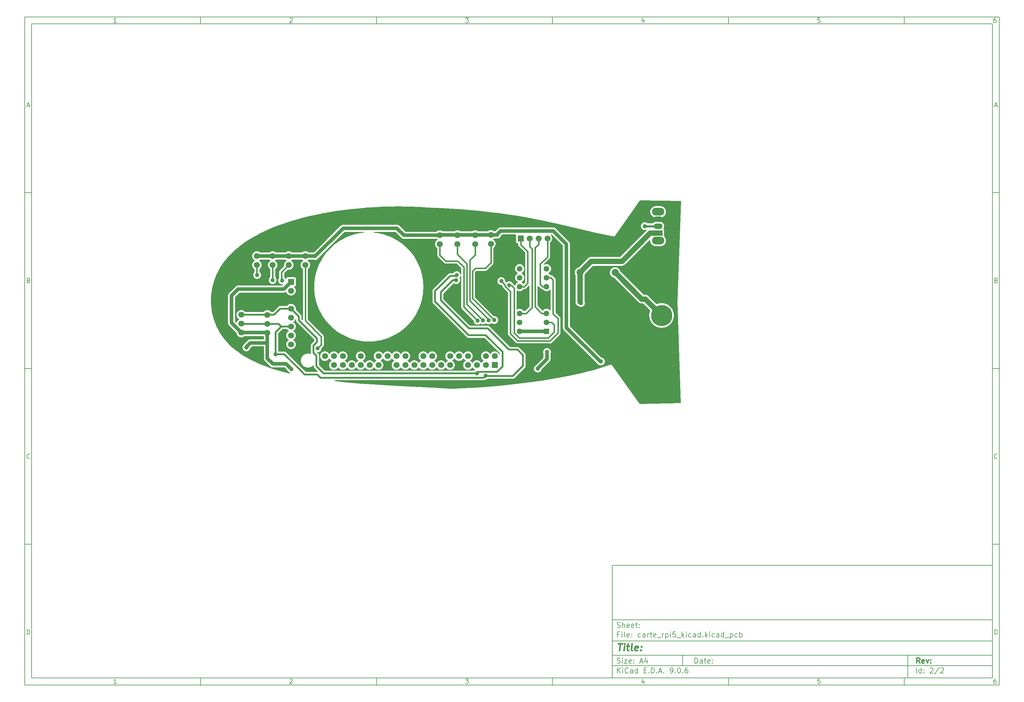
<source format=gbr>
%TF.GenerationSoftware,KiCad,Pcbnew,9.0.6*%
%TF.CreationDate,2026-01-30T09:25:40+01:00*%
%TF.ProjectId,carte_rpi5_kicad,63617274-655f-4727-9069-355f6b696361,rev?*%
%TF.SameCoordinates,Original*%
%TF.FileFunction,Copper,L2,Bot*%
%TF.FilePolarity,Positive*%
%FSLAX46Y46*%
G04 Gerber Fmt 4.6, Leading zero omitted, Abs format (unit mm)*
G04 Created by KiCad (PCBNEW 9.0.6) date 2026-01-30 09:25:40*
%MOMM*%
%LPD*%
G01*
G04 APERTURE LIST*
G04 Aperture macros list*
%AMRoundRect*
0 Rectangle with rounded corners*
0 $1 Rounding radius*
0 $2 $3 $4 $5 $6 $7 $8 $9 X,Y pos of 4 corners*
0 Add a 4 corners polygon primitive as box body*
4,1,4,$2,$3,$4,$5,$6,$7,$8,$9,$2,$3,0*
0 Add four circle primitives for the rounded corners*
1,1,$1+$1,$2,$3*
1,1,$1+$1,$4,$5*
1,1,$1+$1,$6,$7*
1,1,$1+$1,$8,$9*
0 Add four rect primitives between the rounded corners*
20,1,$1+$1,$2,$3,$4,$5,0*
20,1,$1+$1,$4,$5,$6,$7,0*
20,1,$1+$1,$6,$7,$8,$9,0*
20,1,$1+$1,$8,$9,$2,$3,0*%
G04 Aperture macros list end*
%ADD10C,0.100000*%
%ADD11C,0.150000*%
%ADD12C,0.300000*%
%ADD13C,0.400000*%
%TA.AperFunction,ComponentPad*%
%ADD14R,1.700000X1.700000*%
%TD*%
%TA.AperFunction,ComponentPad*%
%ADD15C,1.700000*%
%TD*%
%TA.AperFunction,ComponentPad*%
%ADD16O,3.500000X2.200000*%
%TD*%
%TA.AperFunction,ComponentPad*%
%ADD17R,2.500000X1.500000*%
%TD*%
%TA.AperFunction,ComponentPad*%
%ADD18O,2.500000X1.500000*%
%TD*%
%TA.AperFunction,ComponentPad*%
%ADD19RoundRect,1.500000X1.500000X-1.500000X1.500000X1.500000X-1.500000X1.500000X-1.500000X-1.500000X0*%
%TD*%
%TA.AperFunction,ComponentPad*%
%ADD20C,6.000000*%
%TD*%
%TA.AperFunction,ComponentPad*%
%ADD21RoundRect,0.250000X0.550000X0.550000X-0.550000X0.550000X-0.550000X-0.550000X0.550000X-0.550000X0*%
%TD*%
%TA.AperFunction,ComponentPad*%
%ADD22C,1.600000*%
%TD*%
%TA.AperFunction,ComponentPad*%
%ADD23C,2.000000*%
%TD*%
%TA.AperFunction,ViaPad*%
%ADD24C,1.200000*%
%TD*%
%TA.AperFunction,Conductor*%
%ADD25C,0.500000*%
%TD*%
%TA.AperFunction,Conductor*%
%ADD26C,0.400000*%
%TD*%
%TA.AperFunction,Conductor*%
%ADD27C,1.000000*%
%TD*%
%TA.AperFunction,Conductor*%
%ADD28C,0.200000*%
%TD*%
%TA.AperFunction,Conductor*%
%ADD29C,1.500000*%
%TD*%
%TA.AperFunction,Conductor*%
%ADD30C,0.600000*%
%TD*%
G04 APERTURE END LIST*
D10*
D11*
X177002200Y-166007200D02*
X285002200Y-166007200D01*
X285002200Y-198007200D01*
X177002200Y-198007200D01*
X177002200Y-166007200D01*
D10*
D11*
X10000000Y-10000000D02*
X287002200Y-10000000D01*
X287002200Y-200007200D01*
X10000000Y-200007200D01*
X10000000Y-10000000D01*
D10*
D11*
X12000000Y-12000000D02*
X285002200Y-12000000D01*
X285002200Y-198007200D01*
X12000000Y-198007200D01*
X12000000Y-12000000D01*
D10*
D11*
X60000000Y-12000000D02*
X60000000Y-10000000D01*
D10*
D11*
X110000000Y-12000000D02*
X110000000Y-10000000D01*
D10*
D11*
X160000000Y-12000000D02*
X160000000Y-10000000D01*
D10*
D11*
X210000000Y-12000000D02*
X210000000Y-10000000D01*
D10*
D11*
X260000000Y-12000000D02*
X260000000Y-10000000D01*
D10*
D11*
X36089160Y-11593604D02*
X35346303Y-11593604D01*
X35717731Y-11593604D02*
X35717731Y-10293604D01*
X35717731Y-10293604D02*
X35593922Y-10479319D01*
X35593922Y-10479319D02*
X35470112Y-10603128D01*
X35470112Y-10603128D02*
X35346303Y-10665033D01*
D10*
D11*
X85346303Y-10417414D02*
X85408207Y-10355509D01*
X85408207Y-10355509D02*
X85532017Y-10293604D01*
X85532017Y-10293604D02*
X85841541Y-10293604D01*
X85841541Y-10293604D02*
X85965350Y-10355509D01*
X85965350Y-10355509D02*
X86027255Y-10417414D01*
X86027255Y-10417414D02*
X86089160Y-10541223D01*
X86089160Y-10541223D02*
X86089160Y-10665033D01*
X86089160Y-10665033D02*
X86027255Y-10850747D01*
X86027255Y-10850747D02*
X85284398Y-11593604D01*
X85284398Y-11593604D02*
X86089160Y-11593604D01*
D10*
D11*
X135284398Y-10293604D02*
X136089160Y-10293604D01*
X136089160Y-10293604D02*
X135655826Y-10788842D01*
X135655826Y-10788842D02*
X135841541Y-10788842D01*
X135841541Y-10788842D02*
X135965350Y-10850747D01*
X135965350Y-10850747D02*
X136027255Y-10912652D01*
X136027255Y-10912652D02*
X136089160Y-11036461D01*
X136089160Y-11036461D02*
X136089160Y-11345985D01*
X136089160Y-11345985D02*
X136027255Y-11469795D01*
X136027255Y-11469795D02*
X135965350Y-11531700D01*
X135965350Y-11531700D02*
X135841541Y-11593604D01*
X135841541Y-11593604D02*
X135470112Y-11593604D01*
X135470112Y-11593604D02*
X135346303Y-11531700D01*
X135346303Y-11531700D02*
X135284398Y-11469795D01*
D10*
D11*
X185965350Y-10726938D02*
X185965350Y-11593604D01*
X185655826Y-10231700D02*
X185346303Y-11160271D01*
X185346303Y-11160271D02*
X186151064Y-11160271D01*
D10*
D11*
X236027255Y-10293604D02*
X235408207Y-10293604D01*
X235408207Y-10293604D02*
X235346303Y-10912652D01*
X235346303Y-10912652D02*
X235408207Y-10850747D01*
X235408207Y-10850747D02*
X235532017Y-10788842D01*
X235532017Y-10788842D02*
X235841541Y-10788842D01*
X235841541Y-10788842D02*
X235965350Y-10850747D01*
X235965350Y-10850747D02*
X236027255Y-10912652D01*
X236027255Y-10912652D02*
X236089160Y-11036461D01*
X236089160Y-11036461D02*
X236089160Y-11345985D01*
X236089160Y-11345985D02*
X236027255Y-11469795D01*
X236027255Y-11469795D02*
X235965350Y-11531700D01*
X235965350Y-11531700D02*
X235841541Y-11593604D01*
X235841541Y-11593604D02*
X235532017Y-11593604D01*
X235532017Y-11593604D02*
X235408207Y-11531700D01*
X235408207Y-11531700D02*
X235346303Y-11469795D01*
D10*
D11*
X285965350Y-10293604D02*
X285717731Y-10293604D01*
X285717731Y-10293604D02*
X285593922Y-10355509D01*
X285593922Y-10355509D02*
X285532017Y-10417414D01*
X285532017Y-10417414D02*
X285408207Y-10603128D01*
X285408207Y-10603128D02*
X285346303Y-10850747D01*
X285346303Y-10850747D02*
X285346303Y-11345985D01*
X285346303Y-11345985D02*
X285408207Y-11469795D01*
X285408207Y-11469795D02*
X285470112Y-11531700D01*
X285470112Y-11531700D02*
X285593922Y-11593604D01*
X285593922Y-11593604D02*
X285841541Y-11593604D01*
X285841541Y-11593604D02*
X285965350Y-11531700D01*
X285965350Y-11531700D02*
X286027255Y-11469795D01*
X286027255Y-11469795D02*
X286089160Y-11345985D01*
X286089160Y-11345985D02*
X286089160Y-11036461D01*
X286089160Y-11036461D02*
X286027255Y-10912652D01*
X286027255Y-10912652D02*
X285965350Y-10850747D01*
X285965350Y-10850747D02*
X285841541Y-10788842D01*
X285841541Y-10788842D02*
X285593922Y-10788842D01*
X285593922Y-10788842D02*
X285470112Y-10850747D01*
X285470112Y-10850747D02*
X285408207Y-10912652D01*
X285408207Y-10912652D02*
X285346303Y-11036461D01*
D10*
D11*
X60000000Y-198007200D02*
X60000000Y-200007200D01*
D10*
D11*
X110000000Y-198007200D02*
X110000000Y-200007200D01*
D10*
D11*
X160000000Y-198007200D02*
X160000000Y-200007200D01*
D10*
D11*
X210000000Y-198007200D02*
X210000000Y-200007200D01*
D10*
D11*
X260000000Y-198007200D02*
X260000000Y-200007200D01*
D10*
D11*
X36089160Y-199600804D02*
X35346303Y-199600804D01*
X35717731Y-199600804D02*
X35717731Y-198300804D01*
X35717731Y-198300804D02*
X35593922Y-198486519D01*
X35593922Y-198486519D02*
X35470112Y-198610328D01*
X35470112Y-198610328D02*
X35346303Y-198672233D01*
D10*
D11*
X85346303Y-198424614D02*
X85408207Y-198362709D01*
X85408207Y-198362709D02*
X85532017Y-198300804D01*
X85532017Y-198300804D02*
X85841541Y-198300804D01*
X85841541Y-198300804D02*
X85965350Y-198362709D01*
X85965350Y-198362709D02*
X86027255Y-198424614D01*
X86027255Y-198424614D02*
X86089160Y-198548423D01*
X86089160Y-198548423D02*
X86089160Y-198672233D01*
X86089160Y-198672233D02*
X86027255Y-198857947D01*
X86027255Y-198857947D02*
X85284398Y-199600804D01*
X85284398Y-199600804D02*
X86089160Y-199600804D01*
D10*
D11*
X135284398Y-198300804D02*
X136089160Y-198300804D01*
X136089160Y-198300804D02*
X135655826Y-198796042D01*
X135655826Y-198796042D02*
X135841541Y-198796042D01*
X135841541Y-198796042D02*
X135965350Y-198857947D01*
X135965350Y-198857947D02*
X136027255Y-198919852D01*
X136027255Y-198919852D02*
X136089160Y-199043661D01*
X136089160Y-199043661D02*
X136089160Y-199353185D01*
X136089160Y-199353185D02*
X136027255Y-199476995D01*
X136027255Y-199476995D02*
X135965350Y-199538900D01*
X135965350Y-199538900D02*
X135841541Y-199600804D01*
X135841541Y-199600804D02*
X135470112Y-199600804D01*
X135470112Y-199600804D02*
X135346303Y-199538900D01*
X135346303Y-199538900D02*
X135284398Y-199476995D01*
D10*
D11*
X185965350Y-198734138D02*
X185965350Y-199600804D01*
X185655826Y-198238900D02*
X185346303Y-199167471D01*
X185346303Y-199167471D02*
X186151064Y-199167471D01*
D10*
D11*
X236027255Y-198300804D02*
X235408207Y-198300804D01*
X235408207Y-198300804D02*
X235346303Y-198919852D01*
X235346303Y-198919852D02*
X235408207Y-198857947D01*
X235408207Y-198857947D02*
X235532017Y-198796042D01*
X235532017Y-198796042D02*
X235841541Y-198796042D01*
X235841541Y-198796042D02*
X235965350Y-198857947D01*
X235965350Y-198857947D02*
X236027255Y-198919852D01*
X236027255Y-198919852D02*
X236089160Y-199043661D01*
X236089160Y-199043661D02*
X236089160Y-199353185D01*
X236089160Y-199353185D02*
X236027255Y-199476995D01*
X236027255Y-199476995D02*
X235965350Y-199538900D01*
X235965350Y-199538900D02*
X235841541Y-199600804D01*
X235841541Y-199600804D02*
X235532017Y-199600804D01*
X235532017Y-199600804D02*
X235408207Y-199538900D01*
X235408207Y-199538900D02*
X235346303Y-199476995D01*
D10*
D11*
X285965350Y-198300804D02*
X285717731Y-198300804D01*
X285717731Y-198300804D02*
X285593922Y-198362709D01*
X285593922Y-198362709D02*
X285532017Y-198424614D01*
X285532017Y-198424614D02*
X285408207Y-198610328D01*
X285408207Y-198610328D02*
X285346303Y-198857947D01*
X285346303Y-198857947D02*
X285346303Y-199353185D01*
X285346303Y-199353185D02*
X285408207Y-199476995D01*
X285408207Y-199476995D02*
X285470112Y-199538900D01*
X285470112Y-199538900D02*
X285593922Y-199600804D01*
X285593922Y-199600804D02*
X285841541Y-199600804D01*
X285841541Y-199600804D02*
X285965350Y-199538900D01*
X285965350Y-199538900D02*
X286027255Y-199476995D01*
X286027255Y-199476995D02*
X286089160Y-199353185D01*
X286089160Y-199353185D02*
X286089160Y-199043661D01*
X286089160Y-199043661D02*
X286027255Y-198919852D01*
X286027255Y-198919852D02*
X285965350Y-198857947D01*
X285965350Y-198857947D02*
X285841541Y-198796042D01*
X285841541Y-198796042D02*
X285593922Y-198796042D01*
X285593922Y-198796042D02*
X285470112Y-198857947D01*
X285470112Y-198857947D02*
X285408207Y-198919852D01*
X285408207Y-198919852D02*
X285346303Y-199043661D01*
D10*
D11*
X10000000Y-60000000D02*
X12000000Y-60000000D01*
D10*
D11*
X10000000Y-110000000D02*
X12000000Y-110000000D01*
D10*
D11*
X10000000Y-160000000D02*
X12000000Y-160000000D01*
D10*
D11*
X10690476Y-35222176D02*
X11309523Y-35222176D01*
X10566666Y-35593604D02*
X10999999Y-34293604D01*
X10999999Y-34293604D02*
X11433333Y-35593604D01*
D10*
D11*
X11092857Y-84912652D02*
X11278571Y-84974557D01*
X11278571Y-84974557D02*
X11340476Y-85036461D01*
X11340476Y-85036461D02*
X11402380Y-85160271D01*
X11402380Y-85160271D02*
X11402380Y-85345985D01*
X11402380Y-85345985D02*
X11340476Y-85469795D01*
X11340476Y-85469795D02*
X11278571Y-85531700D01*
X11278571Y-85531700D02*
X11154761Y-85593604D01*
X11154761Y-85593604D02*
X10659523Y-85593604D01*
X10659523Y-85593604D02*
X10659523Y-84293604D01*
X10659523Y-84293604D02*
X11092857Y-84293604D01*
X11092857Y-84293604D02*
X11216666Y-84355509D01*
X11216666Y-84355509D02*
X11278571Y-84417414D01*
X11278571Y-84417414D02*
X11340476Y-84541223D01*
X11340476Y-84541223D02*
X11340476Y-84665033D01*
X11340476Y-84665033D02*
X11278571Y-84788842D01*
X11278571Y-84788842D02*
X11216666Y-84850747D01*
X11216666Y-84850747D02*
X11092857Y-84912652D01*
X11092857Y-84912652D02*
X10659523Y-84912652D01*
D10*
D11*
X11402380Y-135469795D02*
X11340476Y-135531700D01*
X11340476Y-135531700D02*
X11154761Y-135593604D01*
X11154761Y-135593604D02*
X11030952Y-135593604D01*
X11030952Y-135593604D02*
X10845238Y-135531700D01*
X10845238Y-135531700D02*
X10721428Y-135407890D01*
X10721428Y-135407890D02*
X10659523Y-135284080D01*
X10659523Y-135284080D02*
X10597619Y-135036461D01*
X10597619Y-135036461D02*
X10597619Y-134850747D01*
X10597619Y-134850747D02*
X10659523Y-134603128D01*
X10659523Y-134603128D02*
X10721428Y-134479319D01*
X10721428Y-134479319D02*
X10845238Y-134355509D01*
X10845238Y-134355509D02*
X11030952Y-134293604D01*
X11030952Y-134293604D02*
X11154761Y-134293604D01*
X11154761Y-134293604D02*
X11340476Y-134355509D01*
X11340476Y-134355509D02*
X11402380Y-134417414D01*
D10*
D11*
X10659523Y-185593604D02*
X10659523Y-184293604D01*
X10659523Y-184293604D02*
X10969047Y-184293604D01*
X10969047Y-184293604D02*
X11154761Y-184355509D01*
X11154761Y-184355509D02*
X11278571Y-184479319D01*
X11278571Y-184479319D02*
X11340476Y-184603128D01*
X11340476Y-184603128D02*
X11402380Y-184850747D01*
X11402380Y-184850747D02*
X11402380Y-185036461D01*
X11402380Y-185036461D02*
X11340476Y-185284080D01*
X11340476Y-185284080D02*
X11278571Y-185407890D01*
X11278571Y-185407890D02*
X11154761Y-185531700D01*
X11154761Y-185531700D02*
X10969047Y-185593604D01*
X10969047Y-185593604D02*
X10659523Y-185593604D01*
D10*
D11*
X287002200Y-60000000D02*
X285002200Y-60000000D01*
D10*
D11*
X287002200Y-110000000D02*
X285002200Y-110000000D01*
D10*
D11*
X287002200Y-160000000D02*
X285002200Y-160000000D01*
D10*
D11*
X285692676Y-35222176D02*
X286311723Y-35222176D01*
X285568866Y-35593604D02*
X286002199Y-34293604D01*
X286002199Y-34293604D02*
X286435533Y-35593604D01*
D10*
D11*
X286095057Y-84912652D02*
X286280771Y-84974557D01*
X286280771Y-84974557D02*
X286342676Y-85036461D01*
X286342676Y-85036461D02*
X286404580Y-85160271D01*
X286404580Y-85160271D02*
X286404580Y-85345985D01*
X286404580Y-85345985D02*
X286342676Y-85469795D01*
X286342676Y-85469795D02*
X286280771Y-85531700D01*
X286280771Y-85531700D02*
X286156961Y-85593604D01*
X286156961Y-85593604D02*
X285661723Y-85593604D01*
X285661723Y-85593604D02*
X285661723Y-84293604D01*
X285661723Y-84293604D02*
X286095057Y-84293604D01*
X286095057Y-84293604D02*
X286218866Y-84355509D01*
X286218866Y-84355509D02*
X286280771Y-84417414D01*
X286280771Y-84417414D02*
X286342676Y-84541223D01*
X286342676Y-84541223D02*
X286342676Y-84665033D01*
X286342676Y-84665033D02*
X286280771Y-84788842D01*
X286280771Y-84788842D02*
X286218866Y-84850747D01*
X286218866Y-84850747D02*
X286095057Y-84912652D01*
X286095057Y-84912652D02*
X285661723Y-84912652D01*
D10*
D11*
X286404580Y-135469795D02*
X286342676Y-135531700D01*
X286342676Y-135531700D02*
X286156961Y-135593604D01*
X286156961Y-135593604D02*
X286033152Y-135593604D01*
X286033152Y-135593604D02*
X285847438Y-135531700D01*
X285847438Y-135531700D02*
X285723628Y-135407890D01*
X285723628Y-135407890D02*
X285661723Y-135284080D01*
X285661723Y-135284080D02*
X285599819Y-135036461D01*
X285599819Y-135036461D02*
X285599819Y-134850747D01*
X285599819Y-134850747D02*
X285661723Y-134603128D01*
X285661723Y-134603128D02*
X285723628Y-134479319D01*
X285723628Y-134479319D02*
X285847438Y-134355509D01*
X285847438Y-134355509D02*
X286033152Y-134293604D01*
X286033152Y-134293604D02*
X286156961Y-134293604D01*
X286156961Y-134293604D02*
X286342676Y-134355509D01*
X286342676Y-134355509D02*
X286404580Y-134417414D01*
D10*
D11*
X285661723Y-185593604D02*
X285661723Y-184293604D01*
X285661723Y-184293604D02*
X285971247Y-184293604D01*
X285971247Y-184293604D02*
X286156961Y-184355509D01*
X286156961Y-184355509D02*
X286280771Y-184479319D01*
X286280771Y-184479319D02*
X286342676Y-184603128D01*
X286342676Y-184603128D02*
X286404580Y-184850747D01*
X286404580Y-184850747D02*
X286404580Y-185036461D01*
X286404580Y-185036461D02*
X286342676Y-185284080D01*
X286342676Y-185284080D02*
X286280771Y-185407890D01*
X286280771Y-185407890D02*
X286156961Y-185531700D01*
X286156961Y-185531700D02*
X285971247Y-185593604D01*
X285971247Y-185593604D02*
X285661723Y-185593604D01*
D10*
D11*
X200458026Y-193793328D02*
X200458026Y-192293328D01*
X200458026Y-192293328D02*
X200815169Y-192293328D01*
X200815169Y-192293328D02*
X201029455Y-192364757D01*
X201029455Y-192364757D02*
X201172312Y-192507614D01*
X201172312Y-192507614D02*
X201243741Y-192650471D01*
X201243741Y-192650471D02*
X201315169Y-192936185D01*
X201315169Y-192936185D02*
X201315169Y-193150471D01*
X201315169Y-193150471D02*
X201243741Y-193436185D01*
X201243741Y-193436185D02*
X201172312Y-193579042D01*
X201172312Y-193579042D02*
X201029455Y-193721900D01*
X201029455Y-193721900D02*
X200815169Y-193793328D01*
X200815169Y-193793328D02*
X200458026Y-193793328D01*
X202600884Y-193793328D02*
X202600884Y-193007614D01*
X202600884Y-193007614D02*
X202529455Y-192864757D01*
X202529455Y-192864757D02*
X202386598Y-192793328D01*
X202386598Y-192793328D02*
X202100884Y-192793328D01*
X202100884Y-192793328D02*
X201958026Y-192864757D01*
X202600884Y-193721900D02*
X202458026Y-193793328D01*
X202458026Y-193793328D02*
X202100884Y-193793328D01*
X202100884Y-193793328D02*
X201958026Y-193721900D01*
X201958026Y-193721900D02*
X201886598Y-193579042D01*
X201886598Y-193579042D02*
X201886598Y-193436185D01*
X201886598Y-193436185D02*
X201958026Y-193293328D01*
X201958026Y-193293328D02*
X202100884Y-193221900D01*
X202100884Y-193221900D02*
X202458026Y-193221900D01*
X202458026Y-193221900D02*
X202600884Y-193150471D01*
X203100884Y-192793328D02*
X203672312Y-192793328D01*
X203315169Y-192293328D02*
X203315169Y-193579042D01*
X203315169Y-193579042D02*
X203386598Y-193721900D01*
X203386598Y-193721900D02*
X203529455Y-193793328D01*
X203529455Y-193793328D02*
X203672312Y-193793328D01*
X204743741Y-193721900D02*
X204600884Y-193793328D01*
X204600884Y-193793328D02*
X204315170Y-193793328D01*
X204315170Y-193793328D02*
X204172312Y-193721900D01*
X204172312Y-193721900D02*
X204100884Y-193579042D01*
X204100884Y-193579042D02*
X204100884Y-193007614D01*
X204100884Y-193007614D02*
X204172312Y-192864757D01*
X204172312Y-192864757D02*
X204315170Y-192793328D01*
X204315170Y-192793328D02*
X204600884Y-192793328D01*
X204600884Y-192793328D02*
X204743741Y-192864757D01*
X204743741Y-192864757D02*
X204815170Y-193007614D01*
X204815170Y-193007614D02*
X204815170Y-193150471D01*
X204815170Y-193150471D02*
X204100884Y-193293328D01*
X205458026Y-193650471D02*
X205529455Y-193721900D01*
X205529455Y-193721900D02*
X205458026Y-193793328D01*
X205458026Y-193793328D02*
X205386598Y-193721900D01*
X205386598Y-193721900D02*
X205458026Y-193650471D01*
X205458026Y-193650471D02*
X205458026Y-193793328D01*
X205458026Y-192864757D02*
X205529455Y-192936185D01*
X205529455Y-192936185D02*
X205458026Y-193007614D01*
X205458026Y-193007614D02*
X205386598Y-192936185D01*
X205386598Y-192936185D02*
X205458026Y-192864757D01*
X205458026Y-192864757D02*
X205458026Y-193007614D01*
D10*
D11*
X177002200Y-194507200D02*
X285002200Y-194507200D01*
D10*
D11*
X178458026Y-196593328D02*
X178458026Y-195093328D01*
X179315169Y-196593328D02*
X178672312Y-195736185D01*
X179315169Y-195093328D02*
X178458026Y-195950471D01*
X179958026Y-196593328D02*
X179958026Y-195593328D01*
X179958026Y-195093328D02*
X179886598Y-195164757D01*
X179886598Y-195164757D02*
X179958026Y-195236185D01*
X179958026Y-195236185D02*
X180029455Y-195164757D01*
X180029455Y-195164757D02*
X179958026Y-195093328D01*
X179958026Y-195093328D02*
X179958026Y-195236185D01*
X181529455Y-196450471D02*
X181458027Y-196521900D01*
X181458027Y-196521900D02*
X181243741Y-196593328D01*
X181243741Y-196593328D02*
X181100884Y-196593328D01*
X181100884Y-196593328D02*
X180886598Y-196521900D01*
X180886598Y-196521900D02*
X180743741Y-196379042D01*
X180743741Y-196379042D02*
X180672312Y-196236185D01*
X180672312Y-196236185D02*
X180600884Y-195950471D01*
X180600884Y-195950471D02*
X180600884Y-195736185D01*
X180600884Y-195736185D02*
X180672312Y-195450471D01*
X180672312Y-195450471D02*
X180743741Y-195307614D01*
X180743741Y-195307614D02*
X180886598Y-195164757D01*
X180886598Y-195164757D02*
X181100884Y-195093328D01*
X181100884Y-195093328D02*
X181243741Y-195093328D01*
X181243741Y-195093328D02*
X181458027Y-195164757D01*
X181458027Y-195164757D02*
X181529455Y-195236185D01*
X182815170Y-196593328D02*
X182815170Y-195807614D01*
X182815170Y-195807614D02*
X182743741Y-195664757D01*
X182743741Y-195664757D02*
X182600884Y-195593328D01*
X182600884Y-195593328D02*
X182315170Y-195593328D01*
X182315170Y-195593328D02*
X182172312Y-195664757D01*
X182815170Y-196521900D02*
X182672312Y-196593328D01*
X182672312Y-196593328D02*
X182315170Y-196593328D01*
X182315170Y-196593328D02*
X182172312Y-196521900D01*
X182172312Y-196521900D02*
X182100884Y-196379042D01*
X182100884Y-196379042D02*
X182100884Y-196236185D01*
X182100884Y-196236185D02*
X182172312Y-196093328D01*
X182172312Y-196093328D02*
X182315170Y-196021900D01*
X182315170Y-196021900D02*
X182672312Y-196021900D01*
X182672312Y-196021900D02*
X182815170Y-195950471D01*
X184172313Y-196593328D02*
X184172313Y-195093328D01*
X184172313Y-196521900D02*
X184029455Y-196593328D01*
X184029455Y-196593328D02*
X183743741Y-196593328D01*
X183743741Y-196593328D02*
X183600884Y-196521900D01*
X183600884Y-196521900D02*
X183529455Y-196450471D01*
X183529455Y-196450471D02*
X183458027Y-196307614D01*
X183458027Y-196307614D02*
X183458027Y-195879042D01*
X183458027Y-195879042D02*
X183529455Y-195736185D01*
X183529455Y-195736185D02*
X183600884Y-195664757D01*
X183600884Y-195664757D02*
X183743741Y-195593328D01*
X183743741Y-195593328D02*
X184029455Y-195593328D01*
X184029455Y-195593328D02*
X184172313Y-195664757D01*
X186029455Y-195807614D02*
X186529455Y-195807614D01*
X186743741Y-196593328D02*
X186029455Y-196593328D01*
X186029455Y-196593328D02*
X186029455Y-195093328D01*
X186029455Y-195093328D02*
X186743741Y-195093328D01*
X187386598Y-196450471D02*
X187458027Y-196521900D01*
X187458027Y-196521900D02*
X187386598Y-196593328D01*
X187386598Y-196593328D02*
X187315170Y-196521900D01*
X187315170Y-196521900D02*
X187386598Y-196450471D01*
X187386598Y-196450471D02*
X187386598Y-196593328D01*
X188100884Y-196593328D02*
X188100884Y-195093328D01*
X188100884Y-195093328D02*
X188458027Y-195093328D01*
X188458027Y-195093328D02*
X188672313Y-195164757D01*
X188672313Y-195164757D02*
X188815170Y-195307614D01*
X188815170Y-195307614D02*
X188886599Y-195450471D01*
X188886599Y-195450471D02*
X188958027Y-195736185D01*
X188958027Y-195736185D02*
X188958027Y-195950471D01*
X188958027Y-195950471D02*
X188886599Y-196236185D01*
X188886599Y-196236185D02*
X188815170Y-196379042D01*
X188815170Y-196379042D02*
X188672313Y-196521900D01*
X188672313Y-196521900D02*
X188458027Y-196593328D01*
X188458027Y-196593328D02*
X188100884Y-196593328D01*
X189600884Y-196450471D02*
X189672313Y-196521900D01*
X189672313Y-196521900D02*
X189600884Y-196593328D01*
X189600884Y-196593328D02*
X189529456Y-196521900D01*
X189529456Y-196521900D02*
X189600884Y-196450471D01*
X189600884Y-196450471D02*
X189600884Y-196593328D01*
X190243742Y-196164757D02*
X190958028Y-196164757D01*
X190100885Y-196593328D02*
X190600885Y-195093328D01*
X190600885Y-195093328D02*
X191100885Y-196593328D01*
X191600884Y-196450471D02*
X191672313Y-196521900D01*
X191672313Y-196521900D02*
X191600884Y-196593328D01*
X191600884Y-196593328D02*
X191529456Y-196521900D01*
X191529456Y-196521900D02*
X191600884Y-196450471D01*
X191600884Y-196450471D02*
X191600884Y-196593328D01*
X193529456Y-196593328D02*
X193815170Y-196593328D01*
X193815170Y-196593328D02*
X193958027Y-196521900D01*
X193958027Y-196521900D02*
X194029456Y-196450471D01*
X194029456Y-196450471D02*
X194172313Y-196236185D01*
X194172313Y-196236185D02*
X194243742Y-195950471D01*
X194243742Y-195950471D02*
X194243742Y-195379042D01*
X194243742Y-195379042D02*
X194172313Y-195236185D01*
X194172313Y-195236185D02*
X194100885Y-195164757D01*
X194100885Y-195164757D02*
X193958027Y-195093328D01*
X193958027Y-195093328D02*
X193672313Y-195093328D01*
X193672313Y-195093328D02*
X193529456Y-195164757D01*
X193529456Y-195164757D02*
X193458027Y-195236185D01*
X193458027Y-195236185D02*
X193386599Y-195379042D01*
X193386599Y-195379042D02*
X193386599Y-195736185D01*
X193386599Y-195736185D02*
X193458027Y-195879042D01*
X193458027Y-195879042D02*
X193529456Y-195950471D01*
X193529456Y-195950471D02*
X193672313Y-196021900D01*
X193672313Y-196021900D02*
X193958027Y-196021900D01*
X193958027Y-196021900D02*
X194100885Y-195950471D01*
X194100885Y-195950471D02*
X194172313Y-195879042D01*
X194172313Y-195879042D02*
X194243742Y-195736185D01*
X194886598Y-196450471D02*
X194958027Y-196521900D01*
X194958027Y-196521900D02*
X194886598Y-196593328D01*
X194886598Y-196593328D02*
X194815170Y-196521900D01*
X194815170Y-196521900D02*
X194886598Y-196450471D01*
X194886598Y-196450471D02*
X194886598Y-196593328D01*
X195886599Y-195093328D02*
X196029456Y-195093328D01*
X196029456Y-195093328D02*
X196172313Y-195164757D01*
X196172313Y-195164757D02*
X196243742Y-195236185D01*
X196243742Y-195236185D02*
X196315170Y-195379042D01*
X196315170Y-195379042D02*
X196386599Y-195664757D01*
X196386599Y-195664757D02*
X196386599Y-196021900D01*
X196386599Y-196021900D02*
X196315170Y-196307614D01*
X196315170Y-196307614D02*
X196243742Y-196450471D01*
X196243742Y-196450471D02*
X196172313Y-196521900D01*
X196172313Y-196521900D02*
X196029456Y-196593328D01*
X196029456Y-196593328D02*
X195886599Y-196593328D01*
X195886599Y-196593328D02*
X195743742Y-196521900D01*
X195743742Y-196521900D02*
X195672313Y-196450471D01*
X195672313Y-196450471D02*
X195600884Y-196307614D01*
X195600884Y-196307614D02*
X195529456Y-196021900D01*
X195529456Y-196021900D02*
X195529456Y-195664757D01*
X195529456Y-195664757D02*
X195600884Y-195379042D01*
X195600884Y-195379042D02*
X195672313Y-195236185D01*
X195672313Y-195236185D02*
X195743742Y-195164757D01*
X195743742Y-195164757D02*
X195886599Y-195093328D01*
X197029455Y-196450471D02*
X197100884Y-196521900D01*
X197100884Y-196521900D02*
X197029455Y-196593328D01*
X197029455Y-196593328D02*
X196958027Y-196521900D01*
X196958027Y-196521900D02*
X197029455Y-196450471D01*
X197029455Y-196450471D02*
X197029455Y-196593328D01*
X198386599Y-195093328D02*
X198100884Y-195093328D01*
X198100884Y-195093328D02*
X197958027Y-195164757D01*
X197958027Y-195164757D02*
X197886599Y-195236185D01*
X197886599Y-195236185D02*
X197743741Y-195450471D01*
X197743741Y-195450471D02*
X197672313Y-195736185D01*
X197672313Y-195736185D02*
X197672313Y-196307614D01*
X197672313Y-196307614D02*
X197743741Y-196450471D01*
X197743741Y-196450471D02*
X197815170Y-196521900D01*
X197815170Y-196521900D02*
X197958027Y-196593328D01*
X197958027Y-196593328D02*
X198243741Y-196593328D01*
X198243741Y-196593328D02*
X198386599Y-196521900D01*
X198386599Y-196521900D02*
X198458027Y-196450471D01*
X198458027Y-196450471D02*
X198529456Y-196307614D01*
X198529456Y-196307614D02*
X198529456Y-195950471D01*
X198529456Y-195950471D02*
X198458027Y-195807614D01*
X198458027Y-195807614D02*
X198386599Y-195736185D01*
X198386599Y-195736185D02*
X198243741Y-195664757D01*
X198243741Y-195664757D02*
X197958027Y-195664757D01*
X197958027Y-195664757D02*
X197815170Y-195736185D01*
X197815170Y-195736185D02*
X197743741Y-195807614D01*
X197743741Y-195807614D02*
X197672313Y-195950471D01*
D10*
D11*
X177002200Y-191507200D02*
X285002200Y-191507200D01*
D10*
D12*
X264413853Y-193785528D02*
X263913853Y-193071242D01*
X263556710Y-193785528D02*
X263556710Y-192285528D01*
X263556710Y-192285528D02*
X264128139Y-192285528D01*
X264128139Y-192285528D02*
X264270996Y-192356957D01*
X264270996Y-192356957D02*
X264342425Y-192428385D01*
X264342425Y-192428385D02*
X264413853Y-192571242D01*
X264413853Y-192571242D02*
X264413853Y-192785528D01*
X264413853Y-192785528D02*
X264342425Y-192928385D01*
X264342425Y-192928385D02*
X264270996Y-192999814D01*
X264270996Y-192999814D02*
X264128139Y-193071242D01*
X264128139Y-193071242D02*
X263556710Y-193071242D01*
X265628139Y-193714100D02*
X265485282Y-193785528D01*
X265485282Y-193785528D02*
X265199568Y-193785528D01*
X265199568Y-193785528D02*
X265056710Y-193714100D01*
X265056710Y-193714100D02*
X264985282Y-193571242D01*
X264985282Y-193571242D02*
X264985282Y-192999814D01*
X264985282Y-192999814D02*
X265056710Y-192856957D01*
X265056710Y-192856957D02*
X265199568Y-192785528D01*
X265199568Y-192785528D02*
X265485282Y-192785528D01*
X265485282Y-192785528D02*
X265628139Y-192856957D01*
X265628139Y-192856957D02*
X265699568Y-192999814D01*
X265699568Y-192999814D02*
X265699568Y-193142671D01*
X265699568Y-193142671D02*
X264985282Y-193285528D01*
X266199567Y-192785528D02*
X266556710Y-193785528D01*
X266556710Y-193785528D02*
X266913853Y-192785528D01*
X267485281Y-193642671D02*
X267556710Y-193714100D01*
X267556710Y-193714100D02*
X267485281Y-193785528D01*
X267485281Y-193785528D02*
X267413853Y-193714100D01*
X267413853Y-193714100D02*
X267485281Y-193642671D01*
X267485281Y-193642671D02*
X267485281Y-193785528D01*
X267485281Y-192856957D02*
X267556710Y-192928385D01*
X267556710Y-192928385D02*
X267485281Y-192999814D01*
X267485281Y-192999814D02*
X267413853Y-192928385D01*
X267413853Y-192928385D02*
X267485281Y-192856957D01*
X267485281Y-192856957D02*
X267485281Y-192999814D01*
D10*
D11*
X178386598Y-193721900D02*
X178600884Y-193793328D01*
X178600884Y-193793328D02*
X178958026Y-193793328D01*
X178958026Y-193793328D02*
X179100884Y-193721900D01*
X179100884Y-193721900D02*
X179172312Y-193650471D01*
X179172312Y-193650471D02*
X179243741Y-193507614D01*
X179243741Y-193507614D02*
X179243741Y-193364757D01*
X179243741Y-193364757D02*
X179172312Y-193221900D01*
X179172312Y-193221900D02*
X179100884Y-193150471D01*
X179100884Y-193150471D02*
X178958026Y-193079042D01*
X178958026Y-193079042D02*
X178672312Y-193007614D01*
X178672312Y-193007614D02*
X178529455Y-192936185D01*
X178529455Y-192936185D02*
X178458026Y-192864757D01*
X178458026Y-192864757D02*
X178386598Y-192721900D01*
X178386598Y-192721900D02*
X178386598Y-192579042D01*
X178386598Y-192579042D02*
X178458026Y-192436185D01*
X178458026Y-192436185D02*
X178529455Y-192364757D01*
X178529455Y-192364757D02*
X178672312Y-192293328D01*
X178672312Y-192293328D02*
X179029455Y-192293328D01*
X179029455Y-192293328D02*
X179243741Y-192364757D01*
X179886597Y-193793328D02*
X179886597Y-192793328D01*
X179886597Y-192293328D02*
X179815169Y-192364757D01*
X179815169Y-192364757D02*
X179886597Y-192436185D01*
X179886597Y-192436185D02*
X179958026Y-192364757D01*
X179958026Y-192364757D02*
X179886597Y-192293328D01*
X179886597Y-192293328D02*
X179886597Y-192436185D01*
X180458026Y-192793328D02*
X181243741Y-192793328D01*
X181243741Y-192793328D02*
X180458026Y-193793328D01*
X180458026Y-193793328D02*
X181243741Y-193793328D01*
X182386598Y-193721900D02*
X182243741Y-193793328D01*
X182243741Y-193793328D02*
X181958027Y-193793328D01*
X181958027Y-193793328D02*
X181815169Y-193721900D01*
X181815169Y-193721900D02*
X181743741Y-193579042D01*
X181743741Y-193579042D02*
X181743741Y-193007614D01*
X181743741Y-193007614D02*
X181815169Y-192864757D01*
X181815169Y-192864757D02*
X181958027Y-192793328D01*
X181958027Y-192793328D02*
X182243741Y-192793328D01*
X182243741Y-192793328D02*
X182386598Y-192864757D01*
X182386598Y-192864757D02*
X182458027Y-193007614D01*
X182458027Y-193007614D02*
X182458027Y-193150471D01*
X182458027Y-193150471D02*
X181743741Y-193293328D01*
X183100883Y-193650471D02*
X183172312Y-193721900D01*
X183172312Y-193721900D02*
X183100883Y-193793328D01*
X183100883Y-193793328D02*
X183029455Y-193721900D01*
X183029455Y-193721900D02*
X183100883Y-193650471D01*
X183100883Y-193650471D02*
X183100883Y-193793328D01*
X183100883Y-192864757D02*
X183172312Y-192936185D01*
X183172312Y-192936185D02*
X183100883Y-193007614D01*
X183100883Y-193007614D02*
X183029455Y-192936185D01*
X183029455Y-192936185D02*
X183100883Y-192864757D01*
X183100883Y-192864757D02*
X183100883Y-193007614D01*
X184886598Y-193364757D02*
X185600884Y-193364757D01*
X184743741Y-193793328D02*
X185243741Y-192293328D01*
X185243741Y-192293328D02*
X185743741Y-193793328D01*
X186886598Y-192793328D02*
X186886598Y-193793328D01*
X186529455Y-192221900D02*
X186172312Y-193293328D01*
X186172312Y-193293328D02*
X187100883Y-193293328D01*
D10*
D11*
X263458026Y-196593328D02*
X263458026Y-195093328D01*
X264815170Y-196593328D02*
X264815170Y-195093328D01*
X264815170Y-196521900D02*
X264672312Y-196593328D01*
X264672312Y-196593328D02*
X264386598Y-196593328D01*
X264386598Y-196593328D02*
X264243741Y-196521900D01*
X264243741Y-196521900D02*
X264172312Y-196450471D01*
X264172312Y-196450471D02*
X264100884Y-196307614D01*
X264100884Y-196307614D02*
X264100884Y-195879042D01*
X264100884Y-195879042D02*
X264172312Y-195736185D01*
X264172312Y-195736185D02*
X264243741Y-195664757D01*
X264243741Y-195664757D02*
X264386598Y-195593328D01*
X264386598Y-195593328D02*
X264672312Y-195593328D01*
X264672312Y-195593328D02*
X264815170Y-195664757D01*
X265529455Y-196450471D02*
X265600884Y-196521900D01*
X265600884Y-196521900D02*
X265529455Y-196593328D01*
X265529455Y-196593328D02*
X265458027Y-196521900D01*
X265458027Y-196521900D02*
X265529455Y-196450471D01*
X265529455Y-196450471D02*
X265529455Y-196593328D01*
X265529455Y-195664757D02*
X265600884Y-195736185D01*
X265600884Y-195736185D02*
X265529455Y-195807614D01*
X265529455Y-195807614D02*
X265458027Y-195736185D01*
X265458027Y-195736185D02*
X265529455Y-195664757D01*
X265529455Y-195664757D02*
X265529455Y-195807614D01*
X267315170Y-195236185D02*
X267386598Y-195164757D01*
X267386598Y-195164757D02*
X267529456Y-195093328D01*
X267529456Y-195093328D02*
X267886598Y-195093328D01*
X267886598Y-195093328D02*
X268029456Y-195164757D01*
X268029456Y-195164757D02*
X268100884Y-195236185D01*
X268100884Y-195236185D02*
X268172313Y-195379042D01*
X268172313Y-195379042D02*
X268172313Y-195521900D01*
X268172313Y-195521900D02*
X268100884Y-195736185D01*
X268100884Y-195736185D02*
X267243741Y-196593328D01*
X267243741Y-196593328D02*
X268172313Y-196593328D01*
X269886598Y-195021900D02*
X268600884Y-196950471D01*
X270315170Y-195236185D02*
X270386598Y-195164757D01*
X270386598Y-195164757D02*
X270529456Y-195093328D01*
X270529456Y-195093328D02*
X270886598Y-195093328D01*
X270886598Y-195093328D02*
X271029456Y-195164757D01*
X271029456Y-195164757D02*
X271100884Y-195236185D01*
X271100884Y-195236185D02*
X271172313Y-195379042D01*
X271172313Y-195379042D02*
X271172313Y-195521900D01*
X271172313Y-195521900D02*
X271100884Y-195736185D01*
X271100884Y-195736185D02*
X270243741Y-196593328D01*
X270243741Y-196593328D02*
X271172313Y-196593328D01*
D10*
D11*
X177002200Y-187507200D02*
X285002200Y-187507200D01*
D10*
D13*
X178693928Y-188211638D02*
X179836785Y-188211638D01*
X179015357Y-190211638D02*
X179265357Y-188211638D01*
X180253452Y-190211638D02*
X180420119Y-188878304D01*
X180503452Y-188211638D02*
X180396309Y-188306876D01*
X180396309Y-188306876D02*
X180479643Y-188402114D01*
X180479643Y-188402114D02*
X180586786Y-188306876D01*
X180586786Y-188306876D02*
X180503452Y-188211638D01*
X180503452Y-188211638D02*
X180479643Y-188402114D01*
X181086786Y-188878304D02*
X181848690Y-188878304D01*
X181455833Y-188211638D02*
X181241548Y-189925923D01*
X181241548Y-189925923D02*
X181312976Y-190116400D01*
X181312976Y-190116400D02*
X181491548Y-190211638D01*
X181491548Y-190211638D02*
X181682024Y-190211638D01*
X182634405Y-190211638D02*
X182455833Y-190116400D01*
X182455833Y-190116400D02*
X182384405Y-189925923D01*
X182384405Y-189925923D02*
X182598690Y-188211638D01*
X184170119Y-190116400D02*
X183967738Y-190211638D01*
X183967738Y-190211638D02*
X183586785Y-190211638D01*
X183586785Y-190211638D02*
X183408214Y-190116400D01*
X183408214Y-190116400D02*
X183336785Y-189925923D01*
X183336785Y-189925923D02*
X183432024Y-189164019D01*
X183432024Y-189164019D02*
X183551071Y-188973542D01*
X183551071Y-188973542D02*
X183753452Y-188878304D01*
X183753452Y-188878304D02*
X184134404Y-188878304D01*
X184134404Y-188878304D02*
X184312976Y-188973542D01*
X184312976Y-188973542D02*
X184384404Y-189164019D01*
X184384404Y-189164019D02*
X184360595Y-189354495D01*
X184360595Y-189354495D02*
X183384404Y-189544971D01*
X185134405Y-190021161D02*
X185217738Y-190116400D01*
X185217738Y-190116400D02*
X185110595Y-190211638D01*
X185110595Y-190211638D02*
X185027262Y-190116400D01*
X185027262Y-190116400D02*
X185134405Y-190021161D01*
X185134405Y-190021161D02*
X185110595Y-190211638D01*
X185265357Y-188973542D02*
X185348690Y-189068780D01*
X185348690Y-189068780D02*
X185241548Y-189164019D01*
X185241548Y-189164019D02*
X185158214Y-189068780D01*
X185158214Y-189068780D02*
X185265357Y-188973542D01*
X185265357Y-188973542D02*
X185241548Y-189164019D01*
D10*
D11*
X178958026Y-185607614D02*
X178458026Y-185607614D01*
X178458026Y-186393328D02*
X178458026Y-184893328D01*
X178458026Y-184893328D02*
X179172312Y-184893328D01*
X179743740Y-186393328D02*
X179743740Y-185393328D01*
X179743740Y-184893328D02*
X179672312Y-184964757D01*
X179672312Y-184964757D02*
X179743740Y-185036185D01*
X179743740Y-185036185D02*
X179815169Y-184964757D01*
X179815169Y-184964757D02*
X179743740Y-184893328D01*
X179743740Y-184893328D02*
X179743740Y-185036185D01*
X180672312Y-186393328D02*
X180529455Y-186321900D01*
X180529455Y-186321900D02*
X180458026Y-186179042D01*
X180458026Y-186179042D02*
X180458026Y-184893328D01*
X181815169Y-186321900D02*
X181672312Y-186393328D01*
X181672312Y-186393328D02*
X181386598Y-186393328D01*
X181386598Y-186393328D02*
X181243740Y-186321900D01*
X181243740Y-186321900D02*
X181172312Y-186179042D01*
X181172312Y-186179042D02*
X181172312Y-185607614D01*
X181172312Y-185607614D02*
X181243740Y-185464757D01*
X181243740Y-185464757D02*
X181386598Y-185393328D01*
X181386598Y-185393328D02*
X181672312Y-185393328D01*
X181672312Y-185393328D02*
X181815169Y-185464757D01*
X181815169Y-185464757D02*
X181886598Y-185607614D01*
X181886598Y-185607614D02*
X181886598Y-185750471D01*
X181886598Y-185750471D02*
X181172312Y-185893328D01*
X182529454Y-186250471D02*
X182600883Y-186321900D01*
X182600883Y-186321900D02*
X182529454Y-186393328D01*
X182529454Y-186393328D02*
X182458026Y-186321900D01*
X182458026Y-186321900D02*
X182529454Y-186250471D01*
X182529454Y-186250471D02*
X182529454Y-186393328D01*
X182529454Y-185464757D02*
X182600883Y-185536185D01*
X182600883Y-185536185D02*
X182529454Y-185607614D01*
X182529454Y-185607614D02*
X182458026Y-185536185D01*
X182458026Y-185536185D02*
X182529454Y-185464757D01*
X182529454Y-185464757D02*
X182529454Y-185607614D01*
X185029455Y-186321900D02*
X184886597Y-186393328D01*
X184886597Y-186393328D02*
X184600883Y-186393328D01*
X184600883Y-186393328D02*
X184458026Y-186321900D01*
X184458026Y-186321900D02*
X184386597Y-186250471D01*
X184386597Y-186250471D02*
X184315169Y-186107614D01*
X184315169Y-186107614D02*
X184315169Y-185679042D01*
X184315169Y-185679042D02*
X184386597Y-185536185D01*
X184386597Y-185536185D02*
X184458026Y-185464757D01*
X184458026Y-185464757D02*
X184600883Y-185393328D01*
X184600883Y-185393328D02*
X184886597Y-185393328D01*
X184886597Y-185393328D02*
X185029455Y-185464757D01*
X186315169Y-186393328D02*
X186315169Y-185607614D01*
X186315169Y-185607614D02*
X186243740Y-185464757D01*
X186243740Y-185464757D02*
X186100883Y-185393328D01*
X186100883Y-185393328D02*
X185815169Y-185393328D01*
X185815169Y-185393328D02*
X185672311Y-185464757D01*
X186315169Y-186321900D02*
X186172311Y-186393328D01*
X186172311Y-186393328D02*
X185815169Y-186393328D01*
X185815169Y-186393328D02*
X185672311Y-186321900D01*
X185672311Y-186321900D02*
X185600883Y-186179042D01*
X185600883Y-186179042D02*
X185600883Y-186036185D01*
X185600883Y-186036185D02*
X185672311Y-185893328D01*
X185672311Y-185893328D02*
X185815169Y-185821900D01*
X185815169Y-185821900D02*
X186172311Y-185821900D01*
X186172311Y-185821900D02*
X186315169Y-185750471D01*
X187029454Y-186393328D02*
X187029454Y-185393328D01*
X187029454Y-185679042D02*
X187100883Y-185536185D01*
X187100883Y-185536185D02*
X187172312Y-185464757D01*
X187172312Y-185464757D02*
X187315169Y-185393328D01*
X187315169Y-185393328D02*
X187458026Y-185393328D01*
X187743740Y-185393328D02*
X188315168Y-185393328D01*
X187958025Y-184893328D02*
X187958025Y-186179042D01*
X187958025Y-186179042D02*
X188029454Y-186321900D01*
X188029454Y-186321900D02*
X188172311Y-186393328D01*
X188172311Y-186393328D02*
X188315168Y-186393328D01*
X189386597Y-186321900D02*
X189243740Y-186393328D01*
X189243740Y-186393328D02*
X188958026Y-186393328D01*
X188958026Y-186393328D02*
X188815168Y-186321900D01*
X188815168Y-186321900D02*
X188743740Y-186179042D01*
X188743740Y-186179042D02*
X188743740Y-185607614D01*
X188743740Y-185607614D02*
X188815168Y-185464757D01*
X188815168Y-185464757D02*
X188958026Y-185393328D01*
X188958026Y-185393328D02*
X189243740Y-185393328D01*
X189243740Y-185393328D02*
X189386597Y-185464757D01*
X189386597Y-185464757D02*
X189458026Y-185607614D01*
X189458026Y-185607614D02*
X189458026Y-185750471D01*
X189458026Y-185750471D02*
X188743740Y-185893328D01*
X189743740Y-186536185D02*
X190886597Y-186536185D01*
X191243739Y-186393328D02*
X191243739Y-185393328D01*
X191243739Y-185679042D02*
X191315168Y-185536185D01*
X191315168Y-185536185D02*
X191386597Y-185464757D01*
X191386597Y-185464757D02*
X191529454Y-185393328D01*
X191529454Y-185393328D02*
X191672311Y-185393328D01*
X192172310Y-185393328D02*
X192172310Y-186893328D01*
X192172310Y-185464757D02*
X192315168Y-185393328D01*
X192315168Y-185393328D02*
X192600882Y-185393328D01*
X192600882Y-185393328D02*
X192743739Y-185464757D01*
X192743739Y-185464757D02*
X192815168Y-185536185D01*
X192815168Y-185536185D02*
X192886596Y-185679042D01*
X192886596Y-185679042D02*
X192886596Y-186107614D01*
X192886596Y-186107614D02*
X192815168Y-186250471D01*
X192815168Y-186250471D02*
X192743739Y-186321900D01*
X192743739Y-186321900D02*
X192600882Y-186393328D01*
X192600882Y-186393328D02*
X192315168Y-186393328D01*
X192315168Y-186393328D02*
X192172310Y-186321900D01*
X193529453Y-186393328D02*
X193529453Y-185393328D01*
X193529453Y-184893328D02*
X193458025Y-184964757D01*
X193458025Y-184964757D02*
X193529453Y-185036185D01*
X193529453Y-185036185D02*
X193600882Y-184964757D01*
X193600882Y-184964757D02*
X193529453Y-184893328D01*
X193529453Y-184893328D02*
X193529453Y-185036185D01*
X194958025Y-184893328D02*
X194243739Y-184893328D01*
X194243739Y-184893328D02*
X194172311Y-185607614D01*
X194172311Y-185607614D02*
X194243739Y-185536185D01*
X194243739Y-185536185D02*
X194386597Y-185464757D01*
X194386597Y-185464757D02*
X194743739Y-185464757D01*
X194743739Y-185464757D02*
X194886597Y-185536185D01*
X194886597Y-185536185D02*
X194958025Y-185607614D01*
X194958025Y-185607614D02*
X195029454Y-185750471D01*
X195029454Y-185750471D02*
X195029454Y-186107614D01*
X195029454Y-186107614D02*
X194958025Y-186250471D01*
X194958025Y-186250471D02*
X194886597Y-186321900D01*
X194886597Y-186321900D02*
X194743739Y-186393328D01*
X194743739Y-186393328D02*
X194386597Y-186393328D01*
X194386597Y-186393328D02*
X194243739Y-186321900D01*
X194243739Y-186321900D02*
X194172311Y-186250471D01*
X195315168Y-186536185D02*
X196458025Y-186536185D01*
X196815167Y-186393328D02*
X196815167Y-184893328D01*
X196958025Y-185821900D02*
X197386596Y-186393328D01*
X197386596Y-185393328D02*
X196815167Y-185964757D01*
X198029453Y-186393328D02*
X198029453Y-185393328D01*
X198029453Y-184893328D02*
X197958025Y-184964757D01*
X197958025Y-184964757D02*
X198029453Y-185036185D01*
X198029453Y-185036185D02*
X198100882Y-184964757D01*
X198100882Y-184964757D02*
X198029453Y-184893328D01*
X198029453Y-184893328D02*
X198029453Y-185036185D01*
X199386597Y-186321900D02*
X199243739Y-186393328D01*
X199243739Y-186393328D02*
X198958025Y-186393328D01*
X198958025Y-186393328D02*
X198815168Y-186321900D01*
X198815168Y-186321900D02*
X198743739Y-186250471D01*
X198743739Y-186250471D02*
X198672311Y-186107614D01*
X198672311Y-186107614D02*
X198672311Y-185679042D01*
X198672311Y-185679042D02*
X198743739Y-185536185D01*
X198743739Y-185536185D02*
X198815168Y-185464757D01*
X198815168Y-185464757D02*
X198958025Y-185393328D01*
X198958025Y-185393328D02*
X199243739Y-185393328D01*
X199243739Y-185393328D02*
X199386597Y-185464757D01*
X200672311Y-186393328D02*
X200672311Y-185607614D01*
X200672311Y-185607614D02*
X200600882Y-185464757D01*
X200600882Y-185464757D02*
X200458025Y-185393328D01*
X200458025Y-185393328D02*
X200172311Y-185393328D01*
X200172311Y-185393328D02*
X200029453Y-185464757D01*
X200672311Y-186321900D02*
X200529453Y-186393328D01*
X200529453Y-186393328D02*
X200172311Y-186393328D01*
X200172311Y-186393328D02*
X200029453Y-186321900D01*
X200029453Y-186321900D02*
X199958025Y-186179042D01*
X199958025Y-186179042D02*
X199958025Y-186036185D01*
X199958025Y-186036185D02*
X200029453Y-185893328D01*
X200029453Y-185893328D02*
X200172311Y-185821900D01*
X200172311Y-185821900D02*
X200529453Y-185821900D01*
X200529453Y-185821900D02*
X200672311Y-185750471D01*
X202029454Y-186393328D02*
X202029454Y-184893328D01*
X202029454Y-186321900D02*
X201886596Y-186393328D01*
X201886596Y-186393328D02*
X201600882Y-186393328D01*
X201600882Y-186393328D02*
X201458025Y-186321900D01*
X201458025Y-186321900D02*
X201386596Y-186250471D01*
X201386596Y-186250471D02*
X201315168Y-186107614D01*
X201315168Y-186107614D02*
X201315168Y-185679042D01*
X201315168Y-185679042D02*
X201386596Y-185536185D01*
X201386596Y-185536185D02*
X201458025Y-185464757D01*
X201458025Y-185464757D02*
X201600882Y-185393328D01*
X201600882Y-185393328D02*
X201886596Y-185393328D01*
X201886596Y-185393328D02*
X202029454Y-185464757D01*
X202743739Y-186250471D02*
X202815168Y-186321900D01*
X202815168Y-186321900D02*
X202743739Y-186393328D01*
X202743739Y-186393328D02*
X202672311Y-186321900D01*
X202672311Y-186321900D02*
X202743739Y-186250471D01*
X202743739Y-186250471D02*
X202743739Y-186393328D01*
X203458025Y-186393328D02*
X203458025Y-184893328D01*
X203600883Y-185821900D02*
X204029454Y-186393328D01*
X204029454Y-185393328D02*
X203458025Y-185964757D01*
X204672311Y-186393328D02*
X204672311Y-185393328D01*
X204672311Y-184893328D02*
X204600883Y-184964757D01*
X204600883Y-184964757D02*
X204672311Y-185036185D01*
X204672311Y-185036185D02*
X204743740Y-184964757D01*
X204743740Y-184964757D02*
X204672311Y-184893328D01*
X204672311Y-184893328D02*
X204672311Y-185036185D01*
X206029455Y-186321900D02*
X205886597Y-186393328D01*
X205886597Y-186393328D02*
X205600883Y-186393328D01*
X205600883Y-186393328D02*
X205458026Y-186321900D01*
X205458026Y-186321900D02*
X205386597Y-186250471D01*
X205386597Y-186250471D02*
X205315169Y-186107614D01*
X205315169Y-186107614D02*
X205315169Y-185679042D01*
X205315169Y-185679042D02*
X205386597Y-185536185D01*
X205386597Y-185536185D02*
X205458026Y-185464757D01*
X205458026Y-185464757D02*
X205600883Y-185393328D01*
X205600883Y-185393328D02*
X205886597Y-185393328D01*
X205886597Y-185393328D02*
X206029455Y-185464757D01*
X207315169Y-186393328D02*
X207315169Y-185607614D01*
X207315169Y-185607614D02*
X207243740Y-185464757D01*
X207243740Y-185464757D02*
X207100883Y-185393328D01*
X207100883Y-185393328D02*
X206815169Y-185393328D01*
X206815169Y-185393328D02*
X206672311Y-185464757D01*
X207315169Y-186321900D02*
X207172311Y-186393328D01*
X207172311Y-186393328D02*
X206815169Y-186393328D01*
X206815169Y-186393328D02*
X206672311Y-186321900D01*
X206672311Y-186321900D02*
X206600883Y-186179042D01*
X206600883Y-186179042D02*
X206600883Y-186036185D01*
X206600883Y-186036185D02*
X206672311Y-185893328D01*
X206672311Y-185893328D02*
X206815169Y-185821900D01*
X206815169Y-185821900D02*
X207172311Y-185821900D01*
X207172311Y-185821900D02*
X207315169Y-185750471D01*
X208672312Y-186393328D02*
X208672312Y-184893328D01*
X208672312Y-186321900D02*
X208529454Y-186393328D01*
X208529454Y-186393328D02*
X208243740Y-186393328D01*
X208243740Y-186393328D02*
X208100883Y-186321900D01*
X208100883Y-186321900D02*
X208029454Y-186250471D01*
X208029454Y-186250471D02*
X207958026Y-186107614D01*
X207958026Y-186107614D02*
X207958026Y-185679042D01*
X207958026Y-185679042D02*
X208029454Y-185536185D01*
X208029454Y-185536185D02*
X208100883Y-185464757D01*
X208100883Y-185464757D02*
X208243740Y-185393328D01*
X208243740Y-185393328D02*
X208529454Y-185393328D01*
X208529454Y-185393328D02*
X208672312Y-185464757D01*
X209029455Y-186536185D02*
X210172312Y-186536185D01*
X210529454Y-185393328D02*
X210529454Y-186893328D01*
X210529454Y-185464757D02*
X210672312Y-185393328D01*
X210672312Y-185393328D02*
X210958026Y-185393328D01*
X210958026Y-185393328D02*
X211100883Y-185464757D01*
X211100883Y-185464757D02*
X211172312Y-185536185D01*
X211172312Y-185536185D02*
X211243740Y-185679042D01*
X211243740Y-185679042D02*
X211243740Y-186107614D01*
X211243740Y-186107614D02*
X211172312Y-186250471D01*
X211172312Y-186250471D02*
X211100883Y-186321900D01*
X211100883Y-186321900D02*
X210958026Y-186393328D01*
X210958026Y-186393328D02*
X210672312Y-186393328D01*
X210672312Y-186393328D02*
X210529454Y-186321900D01*
X212529455Y-186321900D02*
X212386597Y-186393328D01*
X212386597Y-186393328D02*
X212100883Y-186393328D01*
X212100883Y-186393328D02*
X211958026Y-186321900D01*
X211958026Y-186321900D02*
X211886597Y-186250471D01*
X211886597Y-186250471D02*
X211815169Y-186107614D01*
X211815169Y-186107614D02*
X211815169Y-185679042D01*
X211815169Y-185679042D02*
X211886597Y-185536185D01*
X211886597Y-185536185D02*
X211958026Y-185464757D01*
X211958026Y-185464757D02*
X212100883Y-185393328D01*
X212100883Y-185393328D02*
X212386597Y-185393328D01*
X212386597Y-185393328D02*
X212529455Y-185464757D01*
X213172311Y-186393328D02*
X213172311Y-184893328D01*
X213172311Y-185464757D02*
X213315169Y-185393328D01*
X213315169Y-185393328D02*
X213600883Y-185393328D01*
X213600883Y-185393328D02*
X213743740Y-185464757D01*
X213743740Y-185464757D02*
X213815169Y-185536185D01*
X213815169Y-185536185D02*
X213886597Y-185679042D01*
X213886597Y-185679042D02*
X213886597Y-186107614D01*
X213886597Y-186107614D02*
X213815169Y-186250471D01*
X213815169Y-186250471D02*
X213743740Y-186321900D01*
X213743740Y-186321900D02*
X213600883Y-186393328D01*
X213600883Y-186393328D02*
X213315169Y-186393328D01*
X213315169Y-186393328D02*
X213172311Y-186321900D01*
D10*
D11*
X177002200Y-181507200D02*
X285002200Y-181507200D01*
D10*
D11*
X178386598Y-183621900D02*
X178600884Y-183693328D01*
X178600884Y-183693328D02*
X178958026Y-183693328D01*
X178958026Y-183693328D02*
X179100884Y-183621900D01*
X179100884Y-183621900D02*
X179172312Y-183550471D01*
X179172312Y-183550471D02*
X179243741Y-183407614D01*
X179243741Y-183407614D02*
X179243741Y-183264757D01*
X179243741Y-183264757D02*
X179172312Y-183121900D01*
X179172312Y-183121900D02*
X179100884Y-183050471D01*
X179100884Y-183050471D02*
X178958026Y-182979042D01*
X178958026Y-182979042D02*
X178672312Y-182907614D01*
X178672312Y-182907614D02*
X178529455Y-182836185D01*
X178529455Y-182836185D02*
X178458026Y-182764757D01*
X178458026Y-182764757D02*
X178386598Y-182621900D01*
X178386598Y-182621900D02*
X178386598Y-182479042D01*
X178386598Y-182479042D02*
X178458026Y-182336185D01*
X178458026Y-182336185D02*
X178529455Y-182264757D01*
X178529455Y-182264757D02*
X178672312Y-182193328D01*
X178672312Y-182193328D02*
X179029455Y-182193328D01*
X179029455Y-182193328D02*
X179243741Y-182264757D01*
X179886597Y-183693328D02*
X179886597Y-182193328D01*
X180529455Y-183693328D02*
X180529455Y-182907614D01*
X180529455Y-182907614D02*
X180458026Y-182764757D01*
X180458026Y-182764757D02*
X180315169Y-182693328D01*
X180315169Y-182693328D02*
X180100883Y-182693328D01*
X180100883Y-182693328D02*
X179958026Y-182764757D01*
X179958026Y-182764757D02*
X179886597Y-182836185D01*
X181815169Y-183621900D02*
X181672312Y-183693328D01*
X181672312Y-183693328D02*
X181386598Y-183693328D01*
X181386598Y-183693328D02*
X181243740Y-183621900D01*
X181243740Y-183621900D02*
X181172312Y-183479042D01*
X181172312Y-183479042D02*
X181172312Y-182907614D01*
X181172312Y-182907614D02*
X181243740Y-182764757D01*
X181243740Y-182764757D02*
X181386598Y-182693328D01*
X181386598Y-182693328D02*
X181672312Y-182693328D01*
X181672312Y-182693328D02*
X181815169Y-182764757D01*
X181815169Y-182764757D02*
X181886598Y-182907614D01*
X181886598Y-182907614D02*
X181886598Y-183050471D01*
X181886598Y-183050471D02*
X181172312Y-183193328D01*
X183100883Y-183621900D02*
X182958026Y-183693328D01*
X182958026Y-183693328D02*
X182672312Y-183693328D01*
X182672312Y-183693328D02*
X182529454Y-183621900D01*
X182529454Y-183621900D02*
X182458026Y-183479042D01*
X182458026Y-183479042D02*
X182458026Y-182907614D01*
X182458026Y-182907614D02*
X182529454Y-182764757D01*
X182529454Y-182764757D02*
X182672312Y-182693328D01*
X182672312Y-182693328D02*
X182958026Y-182693328D01*
X182958026Y-182693328D02*
X183100883Y-182764757D01*
X183100883Y-182764757D02*
X183172312Y-182907614D01*
X183172312Y-182907614D02*
X183172312Y-183050471D01*
X183172312Y-183050471D02*
X182458026Y-183193328D01*
X183600883Y-182693328D02*
X184172311Y-182693328D01*
X183815168Y-182193328D02*
X183815168Y-183479042D01*
X183815168Y-183479042D02*
X183886597Y-183621900D01*
X183886597Y-183621900D02*
X184029454Y-183693328D01*
X184029454Y-183693328D02*
X184172311Y-183693328D01*
X184672311Y-183550471D02*
X184743740Y-183621900D01*
X184743740Y-183621900D02*
X184672311Y-183693328D01*
X184672311Y-183693328D02*
X184600883Y-183621900D01*
X184600883Y-183621900D02*
X184672311Y-183550471D01*
X184672311Y-183550471D02*
X184672311Y-183693328D01*
X184672311Y-182764757D02*
X184743740Y-182836185D01*
X184743740Y-182836185D02*
X184672311Y-182907614D01*
X184672311Y-182907614D02*
X184600883Y-182836185D01*
X184600883Y-182836185D02*
X184672311Y-182764757D01*
X184672311Y-182764757D02*
X184672311Y-182907614D01*
D10*
D11*
X197002200Y-191507200D02*
X197002200Y-194507200D01*
D10*
D11*
X261002200Y-191507200D02*
X261002200Y-198007200D01*
D14*
%TO.P,J6,1,Pin_1*%
%TO.N,GND*%
X133000000Y-69500000D03*
D15*
%TO.P,J6,2,Pin_2*%
%TO.N,5V*%
X133000000Y-72040000D03*
%TO.P,J6,3,Pin_3*%
%TO.N,PWM5*%
X133000000Y-74580000D03*
%TD*%
D14*
%TO.P,J4,1,Pin_1*%
%TO.N,GND*%
X89770000Y-75460000D03*
D15*
%TO.P,J4,2,Pin_2*%
%TO.N,5V*%
X89770000Y-78000000D03*
%TO.P,J4,3,Pin_3*%
%TO.N,PWM3*%
X89770000Y-80540000D03*
%TD*%
D14*
%TO.P,J8,1,Pin_1*%
%TO.N,GND*%
X142500000Y-69460000D03*
D15*
%TO.P,J8,2,Pin_2*%
%TO.N,5V*%
X142500000Y-72000000D03*
%TO.P,J8,3,Pin_3*%
%TO.N,PWM7*%
X142500000Y-74540000D03*
%TD*%
D14*
%TO.P,Conn_Treuil_Pince1,1,Pin_1*%
%TO.N,Mot_pince+*%
X150960000Y-73000000D03*
D15*
%TO.P,Conn_Treuil_Pince1,2,Pin_2*%
%TO.N,Mot_pince-*%
X153500000Y-73000000D03*
%TO.P,Conn_Treuil_Pince1,3,Pin_3*%
%TO.N,Mot_treuil+*%
X156040000Y-73000000D03*
%TO.P,Conn_Treuil_Pince1,4,Pin_4*%
%TO.N,Mot_treuil-*%
X158580000Y-73000000D03*
%TD*%
D16*
%TO.P,SW1,*%
%TO.N,*%
X190000000Y-73600000D03*
X190000000Y-65400000D03*
D17*
%TO.P,SW1,1,A*%
%TO.N,Net-(R\u00E9gulateur_de_tension1-VIN)*%
X190000000Y-71500000D03*
D18*
%TO.P,SW1,2,B*%
%TO.N,Net-(R\u00E9gulateur_de_tension1-ON{slash}OFF_CONTROL)*%
X190000000Y-69500000D03*
%TO.P,SW1,3,C*%
%TO.N,GND*%
X190000000Y-67500000D03*
%TD*%
D19*
%TO.P,J9,1,NEG*%
%TO.N,GND*%
X191000000Y-102100000D03*
D20*
%TO.P,J9,2,POS*%
%TO.N,Net-(J9-POS)*%
X191000000Y-94900000D03*
%TD*%
D14*
%TO.P,Conn_luna1,1,Pin_1*%
%TO.N,GND*%
X78975000Y-92215000D03*
D15*
%TO.P,Conn_luna1,2,Pin_2*%
%TO.N,SCL*%
X78975000Y-94755000D03*
%TO.P,Conn_luna1,3,Pin_3*%
%TO.N,SDA*%
X78975000Y-97295000D03*
%TO.P,Conn_luna1,4,Pin_4*%
%TO.N,3.3V*%
X78975000Y-99835000D03*
%TD*%
D14*
%TO.P,J3,1,Pin_1*%
%TO.N,GND*%
X80490000Y-75470000D03*
D15*
%TO.P,J3,2,Pin_2*%
%TO.N,5V*%
X80490000Y-78010000D03*
%TO.P,J3,3,Pin_3*%
%TO.N,PWM2*%
X80490000Y-80550000D03*
%TD*%
D21*
%TO.P,Pont_en_H1,1,ENABLE1*%
%TO.N,3.3V*%
X158305000Y-99390000D03*
D22*
%TO.P,Pont_en_H1,2,INPUT1*%
%TO.N,PWM8*%
X158305000Y-96850000D03*
%TO.P,Pont_en_H1,3,OUTPUT1*%
%TO.N,Mot_treuil+*%
X158305000Y-94310000D03*
%TO.P,Pont_en_H1,4,GND*%
%TO.N,GND*%
X158305000Y-91770000D03*
%TO.P,Pont_en_H1,5,GND*%
X158305000Y-89230000D03*
%TO.P,Pont_en_H1,6,OUTPUT2*%
%TO.N,Mot_treuil-*%
X158305000Y-86690000D03*
%TO.P,Pont_en_H1,7,INPUT2*%
%TO.N,PWM9*%
X158305000Y-84150000D03*
%TO.P,Pont_en_H1,8,VS*%
%TO.N,V_bat*%
X158305000Y-81610000D03*
%TO.P,Pont_en_H1,9,ENABLE2*%
%TO.N,3.3V*%
X150685000Y-81610000D03*
%TO.P,Pont_en_H1,10,INPUT3*%
%TO.N,PWM10*%
X150685000Y-84150000D03*
%TO.P,Pont_en_H1,11,OUTPUT3*%
%TO.N,Mot_pince+*%
X150685000Y-86690000D03*
%TO.P,Pont_en_H1,12,GND*%
%TO.N,GND*%
X150685000Y-89230000D03*
%TO.P,Pont_en_H1,13,GND*%
X150685000Y-91770000D03*
%TO.P,Pont_en_H1,14,OUTPUT4*%
%TO.N,Mot_pince-*%
X150685000Y-94310000D03*
%TO.P,Pont_en_H1,15,INPUT4*%
%TO.N,PWM11*%
X150685000Y-96850000D03*
%TO.P,Pont_en_H1,16,VSS*%
%TO.N,3.3V*%
X150685000Y-99390000D03*
%TD*%
D14*
%TO.P,J5,1,Pin_1*%
%TO.N,GND*%
X128000000Y-69500000D03*
D15*
%TO.P,J5,2,Pin_2*%
%TO.N,5V*%
X128000000Y-72040000D03*
%TO.P,J5,3,Pin_3*%
%TO.N,PWM4*%
X128000000Y-74580000D03*
%TD*%
D14*
%TO.P,Conn_LPS22HB1,1,Pin_1*%
%TO.N,3.3V*%
X85700000Y-85340000D03*
D15*
%TO.P,Conn_LPS22HB1,2,Pin_2*%
%TO.N,unconnected-(Conn_LPS22HB1-Pin_2-Pad2)*%
X85700000Y-87880000D03*
%TO.P,Conn_LPS22HB1,3,Pin_3*%
%TO.N,GND*%
X85700000Y-90420000D03*
%TO.P,Conn_LPS22HB1,4,Pin_4*%
%TO.N,SCL*%
X85700000Y-92960000D03*
%TO.P,Conn_LPS22HB1,5,Pin_5*%
%TO.N,unconnected-(Conn_LPS22HB1-Pin_5-Pad5)*%
X85700000Y-95500000D03*
%TO.P,Conn_LPS22HB1,6,Pin_6*%
%TO.N,SDA*%
X85700000Y-98040000D03*
%TO.P,Conn_LPS22HB1,7,Pin_7*%
%TO.N,unconnected-(Conn_LPS22HB1-Pin_7-Pad7)*%
X85700000Y-100580000D03*
%TO.P,Conn_LPS22HB1,8,Pin_8*%
%TO.N,unconnected-(Conn_LPS22HB1-Pin_8-Pad8)*%
X85700000Y-103120000D03*
%TD*%
D14*
%TO.P,J2,1,Pin_1*%
%TO.N,GND*%
X85060000Y-75470000D03*
D15*
%TO.P,J2,2,Pin_2*%
%TO.N,5V*%
X85060000Y-78010000D03*
%TO.P,J2,3,Pin_3*%
%TO.N,PWM1*%
X85060000Y-80550000D03*
%TD*%
D23*
%TO.P,F1,1*%
%TO.N,Net-(J9-POS)*%
X177820000Y-82700000D03*
%TO.P,F1,2*%
%TO.N,Net-(R\u00E9gulateur_de_tension1-VIN)*%
X167820000Y-82700000D03*
%TD*%
D14*
%TO.P,J10,1,Pin_1*%
%TO.N,3.3V*%
X143590000Y-109015000D03*
D15*
%TO.P,J10,2,Pin_2*%
%TO.N,5V*%
X143590000Y-106475000D03*
%TO.P,J10,3,Pin_3*%
%TO.N,SDA*%
X141050000Y-109015000D03*
%TO.P,J10,4,Pin_4*%
%TO.N,5V*%
X141050000Y-106475000D03*
%TO.P,J10,5,Pin_5*%
%TO.N,SCL*%
X138510000Y-109015000D03*
%TO.P,J10,6,Pin_6*%
%TO.N,GND*%
X138510000Y-106475000D03*
%TO.P,J10,7,Pin_7*%
%TO.N,unconnected-(J10-Pin_7-Pad7)*%
X135970000Y-109015000D03*
%TO.P,J10,8,Pin_8*%
%TO.N,unconnected-(J10-Pin_8-Pad8)*%
X135970000Y-106475000D03*
%TO.P,J10,9,Pin_9*%
%TO.N,GND*%
X133430000Y-109015000D03*
%TO.P,J10,10,Pin_10*%
%TO.N,unconnected-(J10-Pin_10-Pad10)*%
X133430000Y-106475000D03*
%TO.P,J10,11,Pin_11*%
%TO.N,unconnected-(J10-Pin_11-Pad11)*%
X130890000Y-109015000D03*
%TO.P,J10,12,Pin_12*%
%TO.N,unconnected-(J10-Pin_12-Pad12)*%
X130890000Y-106475000D03*
%TO.P,J10,13,Pin_13*%
%TO.N,unconnected-(J10-Pin_13-Pad13)*%
X128350000Y-109015000D03*
%TO.P,J10,14,Pin_14*%
%TO.N,GND*%
X128350000Y-106475000D03*
%TO.P,J10,15,Pin_15*%
%TO.N,unconnected-(J10-Pin_15-Pad15)*%
X125810000Y-109015000D03*
%TO.P,J10,16,Pin_16*%
%TO.N,unconnected-(J10-Pin_16-Pad16)*%
X125810000Y-106475000D03*
%TO.P,J10,17,Pin_17*%
%TO.N,3.3V*%
X123270000Y-109015000D03*
%TO.P,J10,18,Pin_18*%
%TO.N,unconnected-(J10-Pin_18-Pad18)*%
X123270000Y-106475000D03*
%TO.P,J10,19,Pin_19*%
%TO.N,unconnected-(J10-Pin_19-Pad19)*%
X120730000Y-109015000D03*
%TO.P,J10,20,Pin_20*%
%TO.N,GND*%
X120730000Y-106475000D03*
%TO.P,J10,21,Pin_21*%
%TO.N,unconnected-(J10-Pin_21-Pad21)*%
X118190000Y-109015000D03*
%TO.P,J10,22,Pin_22*%
%TO.N,unconnected-(J10-Pin_22-Pad22)*%
X118190000Y-106475000D03*
%TO.P,J10,23,Pin_23*%
%TO.N,unconnected-(J10-Pin_23-Pad23)*%
X115650000Y-109015000D03*
%TO.P,J10,24,Pin_24*%
%TO.N,unconnected-(J10-Pin_24-Pad24)*%
X115650000Y-106475000D03*
%TO.P,J10,25,Pin_25*%
%TO.N,GND*%
X113110000Y-109015000D03*
%TO.P,J10,26,Pin_26*%
%TO.N,unconnected-(J10-Pin_26-Pad26)*%
X113110000Y-106475000D03*
%TO.P,J10,27,Pin_27*%
%TO.N,unconnected-(J10-Pin_27-Pad27)*%
X110570000Y-109015000D03*
%TO.P,J10,28,Pin_28*%
%TO.N,unconnected-(J10-Pin_28-Pad28)*%
X110570000Y-106475000D03*
%TO.P,J10,29,Pin_29*%
%TO.N,unconnected-(J10-Pin_29-Pad29)*%
X108030000Y-109015000D03*
%TO.P,J10,30,Pin_30*%
%TO.N,GND*%
X108030000Y-106475000D03*
%TO.P,J10,31,Pin_31*%
%TO.N,unconnected-(J10-Pin_31-Pad31)*%
X105490000Y-109015000D03*
%TO.P,J10,32,Pin_32*%
%TO.N,unconnected-(J10-Pin_32-Pad32)*%
X105490000Y-106475000D03*
%TO.P,J10,33,Pin_33*%
%TO.N,unconnected-(J10-Pin_33-Pad33)*%
X102950000Y-109015000D03*
%TO.P,J10,34,Pin_34*%
%TO.N,GND*%
X102950000Y-106475000D03*
%TO.P,J10,35,Pin_35*%
%TO.N,unconnected-(J10-Pin_35-Pad35)*%
X100410000Y-109015000D03*
%TO.P,J10,36,Pin_36*%
%TO.N,unconnected-(J10-Pin_36-Pad36)*%
X100410000Y-106475000D03*
%TO.P,J10,37,Pin_37*%
%TO.N,unconnected-(J10-Pin_37-Pad37)*%
X97870000Y-109015000D03*
%TO.P,J10,38,Pin_38*%
%TO.N,unconnected-(J10-Pin_38-Pad38)*%
X97870000Y-106475000D03*
%TO.P,J10,39,Pin_39*%
%TO.N,GND*%
X95330000Y-109015000D03*
%TO.P,J10,40,Pin_40*%
%TO.N,unconnected-(J10-Pin_40-Pad40)*%
X95330000Y-106475000D03*
%TD*%
D14*
%TO.P,J7,1,Pin_1*%
%TO.N,GND*%
X138000000Y-69500000D03*
D15*
%TO.P,J7,2,Pin_2*%
%TO.N,5V*%
X138000000Y-72040000D03*
%TO.P,J7,3,Pin_3*%
%TO.N,PWM6*%
X138000000Y-74580000D03*
%TD*%
D14*
%TO.P,Conn_BNO1,1,Pin_1*%
%TO.N,GND*%
X71575000Y-92175000D03*
D15*
%TO.P,Conn_BNO1,2,Pin_2*%
%TO.N,SCL*%
X71575000Y-94715000D03*
%TO.P,Conn_BNO1,3,Pin_3*%
%TO.N,SDA*%
X71575000Y-97255000D03*
%TO.P,Conn_BNO1,4,Pin_4*%
%TO.N,3.3V*%
X71575000Y-99795000D03*
%TD*%
D14*
%TO.P,J1,1,Pin_1*%
%TO.N,GND*%
X76000000Y-75460000D03*
D15*
%TO.P,J1,2,Pin_2*%
%TO.N,5V*%
X76000000Y-78000000D03*
%TO.P,J1,3,Pin_3*%
%TO.N,PWM0*%
X76000000Y-80540000D03*
%TD*%
D24*
%TO.N,SCL*%
X138520000Y-111380000D03*
X132775299Y-83457558D03*
%TO.N,3.3V*%
X85840000Y-110210000D03*
X158440000Y-105300000D03*
X155840000Y-110030000D03*
X72990000Y-104010000D03*
%TO.N,SDA*%
X81320000Y-105910000D03*
X132630000Y-84850000D03*
X140960000Y-112020000D03*
%TO.N,GND*%
X146270000Y-89320000D03*
X89200000Y-100550000D03*
%TO.N,PWM4*%
X138690000Y-96420000D03*
%TO.N,PWM9*%
X145450000Y-85150000D03*
%TO.N,PWM0*%
X76090000Y-83390000D03*
%TO.N,PWM3*%
X93267216Y-104249000D03*
%TO.N,PWM1*%
X83170000Y-84980000D03*
%TO.N,PWM5*%
X140210000Y-96330000D03*
%TO.N,PWM7*%
X143450000Y-96230000D03*
%TO.N,PWM6*%
X141830000Y-96330000D03*
%TO.N,PWM8*%
X147697107Y-86302893D03*
%TO.N,PWM2*%
X80490000Y-84851000D03*
%TO.N,Net-(R\u00E9gulateur_de_tension1-VIN)*%
X168130000Y-91360000D03*
%TO.N,5V*%
X173800000Y-108000000D03*
%TO.N,Net-(R\u00E9gulateur_de_tension1-ON{slash}OFF_CONTROL)*%
X186240000Y-69500000D03*
%TD*%
D25*
%TO.N,SCL*%
X94970000Y-111380000D02*
X138520000Y-111380000D01*
X92910000Y-109320000D02*
X94970000Y-111380000D01*
X92090000Y-103489507D02*
X92090000Y-105530869D01*
X92910000Y-106350869D02*
X92910000Y-109320000D01*
X93070000Y-102509507D02*
X92090000Y-103489507D01*
X93070000Y-101470000D02*
X93070000Y-102509507D01*
X87910000Y-95170000D02*
X87910000Y-96310000D01*
X92090000Y-105530869D02*
X92910000Y-106350869D01*
X85700000Y-92960000D02*
X87910000Y-95170000D01*
X87910000Y-96310000D02*
X93070000Y-101470000D01*
%TO.N,SDA*%
X94060000Y-112600000D02*
X140380000Y-112600000D01*
X140380000Y-112600000D02*
X140960000Y-112020000D01*
X93130000Y-111670000D02*
X94060000Y-112600000D01*
X88670000Y-110790000D02*
X89550000Y-111670000D01*
X88660000Y-110790000D02*
X88670000Y-110790000D01*
X89550000Y-111670000D02*
X93130000Y-111670000D01*
X83780000Y-105910000D02*
X88660000Y-110790000D01*
X81320000Y-105910000D02*
X81320000Y-99640000D01*
X81320000Y-105910000D02*
X83780000Y-105910000D01*
X81320000Y-99640000D02*
X82920000Y-98040000D01*
%TO.N,SCL*%
X136160000Y-100500000D02*
X141010000Y-100500000D01*
X80890000Y-94680000D02*
X79050000Y-94680000D01*
X145790000Y-109417000D02*
X144238000Y-110969000D01*
X71575000Y-94715000D02*
X78935000Y-94715000D01*
X126640000Y-90980000D02*
X136160000Y-100500000D01*
X130920000Y-83650000D02*
X132890000Y-83650000D01*
X130920000Y-83650000D02*
X127500000Y-87070000D01*
X126640000Y-87940000D02*
X126640000Y-90980000D01*
X82610000Y-92960000D02*
X80890000Y-94680000D01*
D26*
X132775299Y-83457558D02*
X132595892Y-83457558D01*
D25*
X138931000Y-110969000D02*
X138520000Y-111380000D01*
D26*
X132595892Y-83457558D02*
X132403450Y-83650000D01*
D25*
X141010000Y-100500000D02*
X145790000Y-105280000D01*
X144238000Y-110969000D02*
X138931000Y-110969000D01*
X79050000Y-94680000D02*
X78975000Y-94755000D01*
D26*
X132403450Y-83650000D02*
X130920000Y-83650000D01*
D25*
X145790000Y-109417000D02*
X145790000Y-105280000D01*
X127500000Y-87070000D02*
X127500000Y-87080000D01*
X85700000Y-92960000D02*
X82610000Y-92960000D01*
D26*
X78935000Y-94715000D02*
X78975000Y-94755000D01*
D25*
X127500000Y-87080000D02*
X126640000Y-87940000D01*
D27*
%TO.N,3.3V*%
X71575000Y-99795000D02*
X68780000Y-97000000D01*
X78935000Y-99795000D02*
X78975000Y-99835000D01*
D25*
X143590000Y-109530000D02*
X143590000Y-109015000D01*
D27*
X74130000Y-102700000D02*
X72990000Y-103840000D01*
X68780000Y-89290000D02*
X70680000Y-87390000D01*
X158440000Y-107310000D02*
X155720000Y-110030000D01*
X83650000Y-87390000D02*
X85700000Y-85340000D01*
D25*
X143590000Y-109015000D02*
X143590000Y-109620000D01*
D27*
X158440000Y-105300000D02*
X158440000Y-107310000D01*
X150685000Y-99390000D02*
X158305000Y-99390000D01*
X78975000Y-102700000D02*
X78975000Y-99835000D01*
X78975000Y-102700000D02*
X78975000Y-107105000D01*
X80541000Y-108671000D02*
X84301000Y-108671000D01*
X78975000Y-107105000D02*
X80541000Y-108671000D01*
X71575000Y-99795000D02*
X78935000Y-99795000D01*
X78975000Y-102700000D02*
X74130000Y-102700000D01*
X70680000Y-87390000D02*
X83650000Y-87390000D01*
X84301000Y-108671000D02*
X85840000Y-110210000D01*
X68780000Y-97000000D02*
X68780000Y-89290000D01*
D25*
%TO.N,SDA*%
X151611000Y-109251000D02*
X148712000Y-112150000D01*
X143060000Y-100060000D02*
X147629000Y-104629000D01*
D28*
X71615000Y-97295000D02*
X71575000Y-97255000D01*
D25*
X78975000Y-97295000D02*
X82175000Y-97295000D01*
X128260000Y-90620000D02*
X128260000Y-88280000D01*
X148712000Y-112150000D02*
X141090000Y-112150000D01*
X136240000Y-98600000D02*
X128260000Y-90620000D01*
X131690000Y-84850000D02*
X132510000Y-84850000D01*
X150029654Y-104629000D02*
X151611000Y-106210347D01*
X149540000Y-104629000D02*
X150029654Y-104629000D01*
X128260000Y-88280000D02*
X131690000Y-84850000D01*
X141600000Y-98600000D02*
X136240000Y-98600000D01*
X147629000Y-104629000D02*
X149540000Y-104629000D01*
X132510000Y-84850000D02*
X132570000Y-84790000D01*
X151611000Y-109251000D02*
X151611000Y-106210347D01*
X141090000Y-112150000D02*
X140960000Y-112020000D01*
X82175000Y-97295000D02*
X82920000Y-98040000D01*
X71615000Y-97295000D02*
X78975000Y-97295000D01*
X143060000Y-100060000D02*
X141600000Y-98600000D01*
X82920000Y-98040000D02*
X85700000Y-98040000D01*
D26*
%TO.N,Mot_treuil-*%
X156530000Y-86100000D02*
X156580000Y-86100000D01*
X156530000Y-80270000D02*
X156530000Y-86100000D01*
X158580000Y-78220000D02*
X156530000Y-80270000D01*
X156580000Y-86100000D02*
X157170000Y-86690000D01*
X158580000Y-75580000D02*
X158580000Y-78220000D01*
X158580000Y-75580000D02*
X158580000Y-73000000D01*
X157170000Y-86690000D02*
X158305000Y-86690000D01*
%TO.N,Mot_treuil+*%
X156040000Y-74670000D02*
X156040000Y-73000000D01*
X155070000Y-92440000D02*
X155070000Y-75640000D01*
X156940000Y-94310000D02*
X155070000Y-92440000D01*
X158305000Y-94310000D02*
X156940000Y-94310000D01*
X155070000Y-75640000D02*
X156040000Y-74670000D01*
%TO.N,Mot_pince+*%
X150960000Y-73000000D02*
X150960000Y-74750000D01*
X152980000Y-85700000D02*
X151990000Y-86690000D01*
X151990000Y-86690000D02*
X150685000Y-86690000D01*
X152980000Y-76770000D02*
X152980000Y-85700000D01*
X150960000Y-74750000D02*
X152980000Y-76770000D01*
%TO.N,Mot_pince-*%
X154190000Y-92670000D02*
X152550000Y-94310000D01*
X153500000Y-73000000D02*
X153500000Y-75310000D01*
X153500000Y-75310000D02*
X154190000Y-76000000D01*
X152550000Y-94310000D02*
X150685000Y-94310000D01*
X154190000Y-76000000D02*
X154190000Y-92670000D01*
%TO.N,PWM4*%
X134780000Y-81130000D02*
X134780000Y-92510000D01*
X129670000Y-79410000D02*
X133060000Y-79410000D01*
X133060000Y-79410000D02*
X134780000Y-81130000D01*
X128000000Y-74580000D02*
X128000000Y-77740000D01*
X134780000Y-92510000D02*
X138690000Y-96420000D01*
X128000000Y-77740000D02*
X129670000Y-79410000D01*
%TO.N,PWM9*%
X158305000Y-84150000D02*
X159570000Y-84150000D01*
X160170000Y-94400000D02*
X161590000Y-95820000D01*
X146500000Y-86200000D02*
X145450000Y-85150000D01*
X159230000Y-102120000D02*
X150050000Y-102120000D01*
X148070000Y-88090000D02*
X146500000Y-86520000D01*
X159270000Y-102160000D02*
X159230000Y-102120000D01*
X148070000Y-100140000D02*
X148070000Y-88090000D01*
X160170000Y-84750000D02*
X160170000Y-94400000D01*
X159570000Y-84150000D02*
X160170000Y-84750000D01*
X161590000Y-95820000D02*
X161590000Y-99840000D01*
X150050000Y-102120000D02*
X148070000Y-100140000D01*
X161590000Y-99840000D02*
X159270000Y-102160000D01*
X146500000Y-86520000D02*
X146500000Y-86200000D01*
%TO.N,PWM0*%
X76000000Y-80540000D02*
X76000000Y-83300000D01*
X76000000Y-83300000D02*
X76090000Y-83390000D01*
%TO.N,PWM3*%
X93267216Y-104249000D02*
X94294800Y-103221416D01*
X94294800Y-100914400D02*
X89770000Y-96389600D01*
X94294800Y-103221416D02*
X94294800Y-100914400D01*
X89770000Y-96389600D02*
X89770000Y-80540000D01*
%TO.N,PWM1*%
X83170000Y-84980000D02*
X83030000Y-84840000D01*
X83030000Y-82580000D02*
X85060000Y-80550000D01*
X83030000Y-84840000D02*
X83030000Y-82580000D01*
%TO.N,PWM5*%
X135630000Y-80170000D02*
X133000000Y-77540000D01*
X135630000Y-91680000D02*
X135630000Y-80170000D01*
X140210000Y-96260000D02*
X135630000Y-91680000D01*
X140210000Y-96330000D02*
X140210000Y-96260000D01*
X133000000Y-77540000D02*
X133000000Y-74580000D01*
%TO.N,PWM7*%
X142500000Y-79910000D02*
X142500000Y-74540000D01*
X138110000Y-81500000D02*
X140910000Y-81500000D01*
X137250000Y-90030000D02*
X137250000Y-82360000D01*
X140910000Y-81500000D02*
X142500000Y-79910000D01*
X137250000Y-82360000D02*
X138110000Y-81500000D01*
X143450000Y-96230000D02*
X137250000Y-90030000D01*
%TO.N,PWM6*%
X141830000Y-96330000D02*
X141830000Y-96070000D01*
X136490000Y-90730000D02*
X136490000Y-79170000D01*
X138000000Y-77660000D02*
X138000000Y-74580000D01*
X141830000Y-96070000D02*
X136490000Y-90730000D01*
X136490000Y-79170000D02*
X138000000Y-77660000D01*
%TO.N,PWM8*%
X150530000Y-101310000D02*
X158820000Y-101310000D01*
X149100000Y-87190000D02*
X149100000Y-99880000D01*
X159830000Y-96850000D02*
X158305000Y-96850000D01*
X148330000Y-86420000D02*
X149100000Y-87190000D01*
X158820000Y-101310000D02*
X160510000Y-99620000D01*
X149100000Y-99880000D02*
X150530000Y-101310000D01*
X160510000Y-97530000D02*
X159830000Y-96850000D01*
X160510000Y-99620000D02*
X160510000Y-97530000D01*
%TO.N,PWM2*%
X80490000Y-84851000D02*
X80490000Y-80550000D01*
D29*
%TO.N,Net-(R\u00E9gulateur_de_tension1-VIN)*%
X187750000Y-71500000D02*
X190000000Y-71500000D01*
X167820000Y-82700000D02*
X167820000Y-91050000D01*
X171010000Y-79510000D02*
X179740000Y-79510000D01*
X179740000Y-79510000D02*
X187750000Y-71500000D01*
X167820000Y-82700000D02*
X171010000Y-79510000D01*
D27*
X167820000Y-91050000D02*
X168130000Y-91360000D01*
%TO.N,5V*%
X163950000Y-74600000D02*
X160210000Y-70860000D01*
X92510000Y-78110000D02*
X92400000Y-78000000D01*
X142500000Y-72000000D02*
X128040000Y-72000000D01*
X160210000Y-70860000D02*
X145270000Y-70860000D01*
X115810000Y-70130000D02*
X100490000Y-70130000D01*
X128000000Y-72040000D02*
X127920492Y-72119508D01*
X173800000Y-108000000D02*
X173560000Y-108000000D01*
X144330000Y-72000000D02*
X142500000Y-72000000D01*
X128040000Y-72000000D02*
X128000000Y-72040000D01*
X173560000Y-108000000D02*
X163950000Y-98390000D01*
D26*
X144330000Y-71800000D02*
X144330000Y-72000000D01*
D27*
X145270000Y-70860000D02*
X144330000Y-71800000D01*
X92400000Y-78000000D02*
X76000000Y-78000000D01*
X163950000Y-98390000D02*
X163950000Y-74600000D01*
X117799508Y-72119508D02*
X115810000Y-70130000D01*
X100490000Y-70130000D02*
X92510000Y-78110000D01*
X127920492Y-72119508D02*
X117799508Y-72119508D01*
D28*
X141050000Y-106475000D02*
X141244900Y-106280100D01*
%TO.N,Net-(R\u00E9gulateur_de_tension1-ON{slash}OFF_CONTROL)*%
X190000000Y-69500000D02*
X189500000Y-69500000D01*
D30*
X189500000Y-69500000D02*
X186240000Y-69500000D01*
D29*
%TO.N,Net-(J9-POS)*%
X185370000Y-90250000D02*
X186350000Y-90250000D01*
X186350000Y-90250000D02*
X191000000Y-94900000D01*
X185370000Y-90250000D02*
X177820000Y-82700000D01*
%TD*%
%TA.AperFunction,Conductor*%
%TO.N,GND*%
G36*
X185058075Y-62191374D02*
G01*
X196414402Y-62347661D01*
X196481163Y-62368266D01*
X196526187Y-62421695D01*
X196536612Y-62476156D01*
X195502005Y-90921988D01*
X195501572Y-90933869D01*
X195497534Y-90951321D01*
X195499186Y-90999478D01*
X195499027Y-91003867D01*
X195497435Y-91047658D01*
X195497436Y-91047662D01*
X195498785Y-91053545D01*
X195501848Y-91076999D01*
X196486064Y-119742295D01*
X196468691Y-119809970D01*
X196417489Y-119857510D01*
X196364667Y-119870524D01*
X184881253Y-120104879D01*
X184813826Y-120086567D01*
X184777810Y-120052965D01*
X182421864Y-116753699D01*
X176971698Y-109121287D01*
X176971457Y-109120949D01*
X176938651Y-109072134D01*
X176933209Y-109067387D01*
X176929021Y-109061522D01*
X176929014Y-109061516D01*
X176884995Y-109025265D01*
X176884995Y-109025266D01*
X176883625Y-109024138D01*
X176839338Y-108985509D01*
X176832863Y-108982337D01*
X176827291Y-108977749D01*
X176827285Y-108977746D01*
X176775367Y-108954118D01*
X176773734Y-108953375D01*
X176720988Y-108927539D01*
X176713912Y-108926150D01*
X176707346Y-108923162D01*
X176651089Y-108913778D01*
X176651089Y-108913777D01*
X176649313Y-108913480D01*
X176591668Y-108902175D01*
X176584477Y-108902665D01*
X176577364Y-108901479D01*
X176577349Y-108901479D01*
X176520570Y-108906975D01*
X176520571Y-108906976D01*
X176518822Y-108907145D01*
X176460190Y-108911147D01*
X176453366Y-108913483D01*
X176448601Y-108913944D01*
X176446182Y-108914179D01*
X176392758Y-108934185D01*
X176389446Y-108935372D01*
X174940471Y-109431562D01*
X174937633Y-109432496D01*
X173383371Y-109923233D01*
X173380680Y-109924049D01*
X171718209Y-110407790D01*
X171715659Y-110408503D01*
X169941529Y-110883894D01*
X169939112Y-110884515D01*
X168050217Y-111350113D01*
X168047923Y-111350656D01*
X166041453Y-111804962D01*
X166039275Y-111805434D01*
X163913420Y-112246767D01*
X163911350Y-112247179D01*
X161664584Y-112673864D01*
X161662615Y-112674221D01*
X159295163Y-113084341D01*
X159293285Y-113084652D01*
X156806368Y-113476249D01*
X156804574Y-113476518D01*
X154201735Y-113847445D01*
X154200018Y-113847677D01*
X151487847Y-114195593D01*
X151486198Y-114195793D01*
X148675183Y-114518178D01*
X148673594Y-114518350D01*
X145780562Y-114812408D01*
X145779022Y-114812555D01*
X142830401Y-115075149D01*
X142828900Y-115075274D01*
X139866764Y-115302823D01*
X139865284Y-115302927D01*
X136961146Y-115491107D01*
X136959667Y-115491194D01*
X134244614Y-115634561D01*
X134243103Y-115634632D01*
X132010269Y-115725241D01*
X132008917Y-115725289D01*
X131214496Y-115748849D01*
X131202853Y-115748647D01*
X128642877Y-115583829D01*
X128633121Y-115583200D01*
X128631198Y-115582568D01*
X128567473Y-115578974D01*
X128566956Y-115578941D01*
X128566955Y-115578940D01*
X128500563Y-115574667D01*
X128491882Y-115574711D01*
X125897132Y-115428394D01*
X125897132Y-115428393D01*
X125887728Y-115427862D01*
X125886207Y-115427373D01*
X125822133Y-115424165D01*
X125821559Y-115424133D01*
X125821558Y-115424132D01*
X125753737Y-115420309D01*
X125746789Y-115420394D01*
X120218228Y-115143666D01*
X120218228Y-115143665D01*
X120209897Y-115143248D01*
X120209619Y-115143159D01*
X120144033Y-115139953D01*
X120143991Y-115139951D01*
X120071316Y-115136313D01*
X120070005Y-115136334D01*
X117053001Y-114988860D01*
X117052554Y-114988837D01*
X112597127Y-114754911D01*
X112596158Y-114754857D01*
X108917168Y-114532835D01*
X108915927Y-114532754D01*
X105683033Y-114305092D01*
X105681590Y-114304982D01*
X102759929Y-114064926D01*
X102758314Y-114064782D01*
X100077229Y-113809170D01*
X100075460Y-113808989D01*
X98152216Y-113597759D01*
X98087727Y-113570873D01*
X98048010Y-113513389D01*
X98045676Y-113443559D01*
X98081466Y-113383552D01*
X98144017Y-113352420D01*
X98165754Y-113350500D01*
X140453920Y-113350500D01*
X140551462Y-113331096D01*
X140598913Y-113321658D01*
X140735495Y-113265084D01*
X140805595Y-113218245D01*
X140858416Y-113182952D01*
X140889782Y-113151585D01*
X140895591Y-113147019D01*
X140921440Y-113136674D01*
X140945872Y-113123334D01*
X140958049Y-113122024D01*
X140960460Y-113121060D01*
X140962808Y-113121512D01*
X140972230Y-113120500D01*
X141046610Y-113120500D01*
X141046611Y-113120500D01*
X141217701Y-113093402D01*
X141382445Y-113039873D01*
X141536788Y-112961232D01*
X141571842Y-112935764D01*
X141587784Y-112924182D01*
X141653590Y-112900702D01*
X141660669Y-112900500D01*
X148785920Y-112900500D01*
X148897346Y-112878335D01*
X148930913Y-112871658D01*
X149067495Y-112815084D01*
X149133478Y-112770996D01*
X149190416Y-112732952D01*
X151991912Y-109931455D01*
X154719500Y-109931455D01*
X154719500Y-110128544D01*
X154757947Y-110321828D01*
X154757949Y-110321836D01*
X154833368Y-110503912D01*
X154883981Y-110579662D01*
X154888044Y-110585742D01*
X154898768Y-110606788D01*
X154940320Y-110663980D01*
X154941656Y-110665979D01*
X154941665Y-110665992D01*
X154943005Y-110667997D01*
X154946930Y-110673079D01*
X154971860Y-110707391D01*
X155000586Y-110746928D01*
X155123072Y-110869414D01*
X155263212Y-110971232D01*
X155417555Y-111049873D01*
X155582299Y-111103402D01*
X155753389Y-111130500D01*
X155753390Y-111130500D01*
X155926610Y-111130500D01*
X155926611Y-111130500D01*
X156097701Y-111103402D01*
X156262445Y-111049873D01*
X156416788Y-110971232D01*
X156556928Y-110869414D01*
X156679414Y-110746928D01*
X156781232Y-110606788D01*
X156859873Y-110452445D01*
X156913402Y-110287701D01*
X156913907Y-110284510D01*
X156914434Y-110283397D01*
X156914536Y-110282975D01*
X156914624Y-110282996D01*
X156943829Y-110221376D01*
X156948683Y-110216235D01*
X159077778Y-108087141D01*
X159077782Y-108087139D01*
X159217139Y-107947782D01*
X159326632Y-107783914D01*
X159402051Y-107601835D01*
X159403634Y-107593880D01*
X159440500Y-107408540D01*
X159440500Y-107211460D01*
X159440500Y-105790235D01*
X159454016Y-105733939D01*
X159459873Y-105722445D01*
X159513402Y-105557701D01*
X159540500Y-105386611D01*
X159540500Y-105213389D01*
X159513402Y-105042299D01*
X159459873Y-104877555D01*
X159381232Y-104723212D01*
X159279414Y-104583072D01*
X159156928Y-104460586D01*
X159016788Y-104358768D01*
X158862445Y-104280127D01*
X158697701Y-104226598D01*
X158697699Y-104226597D01*
X158697698Y-104226597D01*
X158561917Y-104205092D01*
X158526611Y-104199500D01*
X158353389Y-104199500D01*
X158318083Y-104205092D01*
X158182302Y-104226597D01*
X158017552Y-104280128D01*
X157863211Y-104358768D01*
X157783256Y-104416859D01*
X157723072Y-104460586D01*
X157723070Y-104460588D01*
X157723069Y-104460588D01*
X157600588Y-104583069D01*
X157600588Y-104583070D01*
X157600586Y-104583072D01*
X157560408Y-104638372D01*
X157498768Y-104723211D01*
X157420128Y-104877552D01*
X157366597Y-105042302D01*
X157339500Y-105213389D01*
X157339500Y-105386610D01*
X157366098Y-105554549D01*
X157366598Y-105557701D01*
X157420127Y-105722445D01*
X157425983Y-105733939D01*
X157439500Y-105790235D01*
X157439500Y-106844217D01*
X157419815Y-106911256D01*
X157403181Y-106931898D01*
X155208309Y-109126769D01*
X155193514Y-109139406D01*
X155123072Y-109190585D01*
X155000585Y-109313072D01*
X154974097Y-109349530D01*
X154943669Y-109391410D01*
X154942861Y-109392219D01*
X154940335Y-109395996D01*
X154938910Y-109397959D01*
X154898770Y-109453208D01*
X154891359Y-109467751D01*
X154883981Y-109480337D01*
X154833369Y-109556085D01*
X154757949Y-109738163D01*
X154757947Y-109738171D01*
X154719500Y-109931455D01*
X151991912Y-109931455D01*
X152193951Y-109729416D01*
X152223403Y-109685338D01*
X152276084Y-109606495D01*
X152332658Y-109469913D01*
X152351865Y-109373354D01*
X152361500Y-109324920D01*
X152361500Y-106136428D01*
X152360049Y-106129139D01*
X152353858Y-106098013D01*
X152332659Y-105991435D01*
X152289464Y-105887154D01*
X152287172Y-105881621D01*
X152287171Y-105881617D01*
X152276087Y-105854858D01*
X152276085Y-105854854D01*
X152276084Y-105854852D01*
X152217506Y-105767184D01*
X152213017Y-105760466D01*
X152193954Y-105731934D01*
X152193952Y-105731932D01*
X150508073Y-104046051D01*
X150508069Y-104046048D01*
X150385155Y-103963919D01*
X150385142Y-103963912D01*
X150248571Y-103907343D01*
X150248561Y-103907340D01*
X150103574Y-103878500D01*
X150103572Y-103878500D01*
X149613918Y-103878500D01*
X147991230Y-103878500D01*
X147924191Y-103858815D01*
X147903549Y-103842181D01*
X142078413Y-98017045D01*
X142029029Y-97984049D01*
X141996105Y-97962051D01*
X141955495Y-97934916D01*
X141955494Y-97934915D01*
X141955492Y-97934914D01*
X141955490Y-97934913D01*
X141818917Y-97878343D01*
X141818907Y-97878340D01*
X141673920Y-97849500D01*
X141673918Y-97849500D01*
X136602229Y-97849500D01*
X136535190Y-97829815D01*
X136514548Y-97813181D01*
X129046819Y-90345451D01*
X129013334Y-90284128D01*
X129010500Y-90257770D01*
X129010500Y-88642228D01*
X129030185Y-88575189D01*
X129046814Y-88554552D01*
X131837538Y-85763827D01*
X131898859Y-85730344D01*
X131968551Y-85735328D01*
X131998103Y-85751193D01*
X132053207Y-85791229D01*
X132053209Y-85791230D01*
X132053212Y-85791232D01*
X132207555Y-85869873D01*
X132372299Y-85923402D01*
X132543389Y-85950500D01*
X132543390Y-85950500D01*
X132716610Y-85950500D01*
X132716611Y-85950500D01*
X132887701Y-85923402D01*
X133052445Y-85869873D01*
X133206788Y-85791232D01*
X133346928Y-85689414D01*
X133469414Y-85566928D01*
X133571232Y-85426788D01*
X133649873Y-85272445D01*
X133703402Y-85107701D01*
X133730500Y-84936611D01*
X133730500Y-84763389D01*
X133703402Y-84592299D01*
X133649873Y-84427555D01*
X133630770Y-84390062D01*
X133593485Y-84316885D01*
X133580589Y-84248216D01*
X133606866Y-84183476D01*
X133611561Y-84178211D01*
X133611544Y-84178197D01*
X133614707Y-84174492D01*
X133614707Y-84174491D01*
X133614713Y-84174486D01*
X133716531Y-84034346D01*
X133795172Y-83880003D01*
X133837569Y-83749516D01*
X133877007Y-83691842D01*
X133941365Y-83664644D01*
X134010212Y-83676559D01*
X134061687Y-83723803D01*
X134079500Y-83787836D01*
X134079500Y-92441006D01*
X134079500Y-92578994D01*
X134079500Y-92578996D01*
X134079499Y-92578996D01*
X134106418Y-92714322D01*
X134106421Y-92714332D01*
X134159222Y-92841807D01*
X134235887Y-92956545D01*
X134235888Y-92956546D01*
X137553181Y-96273838D01*
X137586666Y-96335161D01*
X137589500Y-96361519D01*
X137589500Y-96506610D01*
X137614664Y-96665495D01*
X137616598Y-96677701D01*
X137670127Y-96842445D01*
X137748768Y-96996788D01*
X137850586Y-97136928D01*
X137973072Y-97259414D01*
X138113212Y-97361232D01*
X138267555Y-97439873D01*
X138432299Y-97493402D01*
X138603389Y-97520500D01*
X138603390Y-97520500D01*
X138776610Y-97520500D01*
X138776611Y-97520500D01*
X138947701Y-97493402D01*
X139112445Y-97439873D01*
X139266788Y-97361232D01*
X139406928Y-97259414D01*
X139420416Y-97245924D01*
X139481737Y-97212440D01*
X139551429Y-97217422D01*
X139580984Y-97233287D01*
X139616942Y-97259411D01*
X139633212Y-97271232D01*
X139787555Y-97349873D01*
X139952299Y-97403402D01*
X140123389Y-97430500D01*
X140123390Y-97430500D01*
X140296610Y-97430500D01*
X140296611Y-97430500D01*
X140467701Y-97403402D01*
X140632445Y-97349873D01*
X140786788Y-97271232D01*
X140926928Y-97169414D01*
X140932319Y-97164023D01*
X140993642Y-97130538D01*
X141063334Y-97135522D01*
X141107681Y-97164023D01*
X141113072Y-97169414D01*
X141253212Y-97271232D01*
X141407555Y-97349873D01*
X141572299Y-97403402D01*
X141743389Y-97430500D01*
X141743390Y-97430500D01*
X141916610Y-97430500D01*
X141916611Y-97430500D01*
X142087701Y-97403402D01*
X142252445Y-97349873D01*
X142406788Y-97271232D01*
X142546928Y-97169414D01*
X142608294Y-97108047D01*
X142669613Y-97074565D01*
X142739305Y-97079549D01*
X142768852Y-97095409D01*
X142873212Y-97171232D01*
X143027555Y-97249873D01*
X143192299Y-97303402D01*
X143363389Y-97330500D01*
X143363390Y-97330500D01*
X143536610Y-97330500D01*
X143536611Y-97330500D01*
X143707701Y-97303402D01*
X143872445Y-97249873D01*
X144026788Y-97171232D01*
X144166928Y-97069414D01*
X144289414Y-96946928D01*
X144391232Y-96806788D01*
X144469873Y-96652445D01*
X144523402Y-96487701D01*
X144550500Y-96316611D01*
X144550500Y-96143389D01*
X144523402Y-95972299D01*
X144469873Y-95807555D01*
X144391232Y-95653212D01*
X144289414Y-95513072D01*
X144166928Y-95390586D01*
X144026788Y-95288768D01*
X143872445Y-95210127D01*
X143707701Y-95156598D01*
X143707699Y-95156597D01*
X143707698Y-95156597D01*
X143556663Y-95132676D01*
X143536611Y-95129500D01*
X143391519Y-95129500D01*
X143324480Y-95109815D01*
X143303838Y-95093181D01*
X137986819Y-89776162D01*
X137953334Y-89714839D01*
X137950500Y-89688481D01*
X137950500Y-82701519D01*
X137970185Y-82634480D01*
X137986819Y-82613838D01*
X138363838Y-82236819D01*
X138425161Y-82203334D01*
X138451519Y-82200500D01*
X140978996Y-82200500D01*
X141070040Y-82182389D01*
X141114328Y-82173580D01*
X141211194Y-82133457D01*
X141241807Y-82120777D01*
X141241808Y-82120776D01*
X141241811Y-82120775D01*
X141356543Y-82044114D01*
X143044114Y-80356543D01*
X143120775Y-80241811D01*
X143173580Y-80114328D01*
X143190200Y-80030775D01*
X143200500Y-79978996D01*
X143200500Y-75763547D01*
X143220185Y-75696508D01*
X143251614Y-75663230D01*
X143379792Y-75570104D01*
X143530104Y-75419792D01*
X143530106Y-75419788D01*
X143530109Y-75419786D01*
X143655048Y-75247820D01*
X143655047Y-75247820D01*
X143655051Y-75247816D01*
X143751557Y-75058412D01*
X143817246Y-74856243D01*
X143850500Y-74646287D01*
X143850500Y-74433713D01*
X143817246Y-74223757D01*
X143751557Y-74021588D01*
X143655051Y-73832184D01*
X143655049Y-73832181D01*
X143655048Y-73832179D01*
X143530109Y-73660213D01*
X143379786Y-73509890D01*
X143207820Y-73384951D01*
X143207115Y-73384591D01*
X143199054Y-73380485D01*
X143148259Y-73332512D01*
X143131463Y-73264692D01*
X143153999Y-73198556D01*
X143199054Y-73159515D01*
X143207816Y-73155051D01*
X143247576Y-73126164D01*
X143383734Y-73027241D01*
X143384364Y-73028108D01*
X143443419Y-73001641D01*
X143460200Y-73000500D01*
X144428543Y-73000500D01*
X144558582Y-72974632D01*
X144621835Y-72962051D01*
X144777452Y-72897593D01*
X144803907Y-72886635D01*
X144803907Y-72886634D01*
X144803914Y-72886632D01*
X144967782Y-72777139D01*
X145107139Y-72637782D01*
X145216632Y-72473914D01*
X145292051Y-72291835D01*
X145294387Y-72280088D01*
X145326769Y-72218176D01*
X145328205Y-72216713D01*
X145648103Y-71896817D01*
X145709425Y-71863334D01*
X145735783Y-71860500D01*
X149505204Y-71860500D01*
X149572243Y-71880185D01*
X149617998Y-71932989D01*
X149627942Y-72002147D01*
X149621385Y-72027835D01*
X149615908Y-72042516D01*
X149609501Y-72102116D01*
X149609500Y-72102135D01*
X149609500Y-73897870D01*
X149609501Y-73897876D01*
X149615908Y-73957483D01*
X149666202Y-74092328D01*
X149666206Y-74092335D01*
X149752452Y-74207544D01*
X149752455Y-74207547D01*
X149867664Y-74293793D01*
X149867671Y-74293797D01*
X149906192Y-74308164D01*
X150002517Y-74344091D01*
X150062127Y-74350500D01*
X150135500Y-74350499D01*
X150202538Y-74370183D01*
X150248294Y-74422986D01*
X150259500Y-74474499D01*
X150259500Y-74681006D01*
X150259500Y-74818994D01*
X150259500Y-74818996D01*
X150259499Y-74818996D01*
X150286418Y-74954322D01*
X150286421Y-74954332D01*
X150339222Y-75081807D01*
X150415887Y-75196545D01*
X150415888Y-75196546D01*
X152243181Y-77023837D01*
X152276666Y-77085160D01*
X152279500Y-77111518D01*
X152279500Y-85358481D01*
X152259815Y-85425520D01*
X152243181Y-85446162D01*
X151849445Y-85839898D01*
X151788122Y-85873383D01*
X151718430Y-85868399D01*
X151674083Y-85839898D01*
X151532213Y-85698028D01*
X151366614Y-85577715D01*
X151333734Y-85560962D01*
X151273917Y-85530483D01*
X151223123Y-85482511D01*
X151206328Y-85414690D01*
X151228865Y-85348555D01*
X151273917Y-85309516D01*
X151366610Y-85262287D01*
X151436459Y-85211539D01*
X151532213Y-85141971D01*
X151532215Y-85141968D01*
X151532219Y-85141966D01*
X151676966Y-84997219D01*
X151676968Y-84997215D01*
X151676971Y-84997213D01*
X151746136Y-84902014D01*
X151797287Y-84831610D01*
X151890220Y-84649219D01*
X151953477Y-84454534D01*
X151985500Y-84252352D01*
X151985500Y-84047648D01*
X151953477Y-83845466D01*
X151942748Y-83812447D01*
X151911170Y-83715259D01*
X151890220Y-83650781D01*
X151890218Y-83650778D01*
X151890218Y-83650776D01*
X151846433Y-83564844D01*
X151797287Y-83468390D01*
X151749628Y-83402792D01*
X151676971Y-83302786D01*
X151532213Y-83158028D01*
X151366614Y-83037715D01*
X151360006Y-83034348D01*
X151273917Y-82990483D01*
X151223123Y-82942511D01*
X151206328Y-82874690D01*
X151228865Y-82808555D01*
X151273917Y-82769516D01*
X151366610Y-82722287D01*
X151434352Y-82673070D01*
X151532213Y-82601971D01*
X151532215Y-82601968D01*
X151532219Y-82601966D01*
X151676966Y-82457219D01*
X151676968Y-82457215D01*
X151676971Y-82457213D01*
X151744675Y-82364025D01*
X151797287Y-82291610D01*
X151890220Y-82109219D01*
X151953477Y-81914534D01*
X151985500Y-81712352D01*
X151985500Y-81507648D01*
X151953477Y-81305465D01*
X151920440Y-81203790D01*
X151890220Y-81110781D01*
X151890218Y-81110778D01*
X151890218Y-81110776D01*
X151856503Y-81044607D01*
X151797287Y-80928390D01*
X151789556Y-80917749D01*
X151676971Y-80762786D01*
X151532213Y-80618028D01*
X151366613Y-80497715D01*
X151366612Y-80497714D01*
X151366610Y-80497713D01*
X151300101Y-80463825D01*
X151184223Y-80404781D01*
X150989534Y-80341522D01*
X150814995Y-80313878D01*
X150787352Y-80309500D01*
X150582648Y-80309500D01*
X150558329Y-80313351D01*
X150380465Y-80341522D01*
X150185776Y-80404781D01*
X150003386Y-80497715D01*
X149837786Y-80618028D01*
X149693028Y-80762786D01*
X149572715Y-80928386D01*
X149479781Y-81110776D01*
X149416522Y-81305465D01*
X149384500Y-81507648D01*
X149384500Y-81712352D01*
X149386106Y-81722490D01*
X149416522Y-81914534D01*
X149479781Y-82109223D01*
X149512574Y-82173581D01*
X149550590Y-82248192D01*
X149572715Y-82291613D01*
X149693028Y-82457213D01*
X149837786Y-82601971D01*
X149947829Y-82681920D01*
X150003390Y-82722287D01*
X150094840Y-82768883D01*
X150096080Y-82769515D01*
X150146876Y-82817490D01*
X150163671Y-82885311D01*
X150141134Y-82951446D01*
X150096080Y-82990485D01*
X150003386Y-83037715D01*
X149837786Y-83158028D01*
X149693028Y-83302786D01*
X149572715Y-83468386D01*
X149479781Y-83650776D01*
X149416522Y-83845465D01*
X149392102Y-83999650D01*
X149384500Y-84047648D01*
X149384500Y-84252352D01*
X149386198Y-84263070D01*
X149416522Y-84454534D01*
X149479781Y-84649223D01*
X149572715Y-84831613D01*
X149693028Y-84997213D01*
X149837786Y-85141971D01*
X149969544Y-85237697D01*
X150003390Y-85262287D01*
X150094840Y-85308883D01*
X150096080Y-85309515D01*
X150146876Y-85357490D01*
X150163671Y-85425311D01*
X150141134Y-85491446D01*
X150096080Y-85530485D01*
X150003386Y-85577715D01*
X149837786Y-85698028D01*
X149693028Y-85842786D01*
X149572715Y-86008386D01*
X149479781Y-86190776D01*
X149447073Y-86291442D01*
X149407635Y-86349117D01*
X149343276Y-86376315D01*
X149274430Y-86364400D01*
X149241461Y-86340804D01*
X148776546Y-85875888D01*
X148776545Y-85875887D01*
X148727005Y-85842786D01*
X148709613Y-85831165D01*
X148668020Y-85784358D01*
X148638339Y-85726105D01*
X148638337Y-85726102D01*
X148638336Y-85726100D01*
X148589852Y-85659369D01*
X148536521Y-85585965D01*
X148414035Y-85463479D01*
X148273895Y-85361661D01*
X148119552Y-85283020D01*
X147954808Y-85229491D01*
X147954806Y-85229490D01*
X147954805Y-85229490D01*
X147822156Y-85208481D01*
X147783718Y-85202393D01*
X147610496Y-85202393D01*
X147572058Y-85208481D01*
X147439409Y-85229490D01*
X147439406Y-85229491D01*
X147302106Y-85274103D01*
X147274659Y-85283021D01*
X147120318Y-85361661D01*
X146980179Y-85463479D01*
X146954837Y-85488821D01*
X146893513Y-85522305D01*
X146823821Y-85517319D01*
X146779476Y-85488819D01*
X146586819Y-85296162D01*
X146553334Y-85234839D01*
X146550500Y-85208481D01*
X146550500Y-85063389D01*
X146540019Y-84997213D01*
X146523402Y-84892299D01*
X146469873Y-84727555D01*
X146391232Y-84573212D01*
X146289414Y-84433072D01*
X146166928Y-84310586D01*
X146026788Y-84208768D01*
X145872445Y-84130127D01*
X145707701Y-84076598D01*
X145707699Y-84076597D01*
X145707698Y-84076597D01*
X145576271Y-84055781D01*
X145536611Y-84049500D01*
X145363389Y-84049500D01*
X145323728Y-84055781D01*
X145192302Y-84076597D01*
X145027552Y-84130128D01*
X144873211Y-84208768D01*
X144813225Y-84252351D01*
X144733072Y-84310586D01*
X144733070Y-84310588D01*
X144733069Y-84310588D01*
X144610588Y-84433069D01*
X144610588Y-84433070D01*
X144610586Y-84433072D01*
X144570224Y-84488625D01*
X144508768Y-84573211D01*
X144430128Y-84727552D01*
X144430127Y-84727554D01*
X144430127Y-84727555D01*
X144419165Y-84761292D01*
X144376597Y-84892302D01*
X144349500Y-85063389D01*
X144349500Y-85236610D01*
X144375765Y-85402447D01*
X144376598Y-85407701D01*
X144430127Y-85572445D01*
X144508768Y-85726788D01*
X144610586Y-85866928D01*
X144733072Y-85989414D01*
X144873212Y-86091232D01*
X145027555Y-86169873D01*
X145192299Y-86223402D01*
X145363389Y-86250500D01*
X145363390Y-86250500D01*
X145508481Y-86250500D01*
X145537921Y-86259144D01*
X145567908Y-86265668D01*
X145572923Y-86269422D01*
X145575520Y-86270185D01*
X145596162Y-86286819D01*
X145763181Y-86453838D01*
X145796666Y-86515161D01*
X145799500Y-86541519D01*
X145799500Y-86588994D01*
X145799500Y-86588996D01*
X145799499Y-86588996D01*
X145826418Y-86724322D01*
X145826421Y-86724332D01*
X145879222Y-86851807D01*
X145955887Y-86966545D01*
X145955888Y-86966546D01*
X147333181Y-88343838D01*
X147366666Y-88405161D01*
X147369500Y-88431519D01*
X147369500Y-100071006D01*
X147369500Y-100208994D01*
X147369500Y-100208996D01*
X147369499Y-100208996D01*
X147396418Y-100344322D01*
X147396421Y-100344332D01*
X147449222Y-100471807D01*
X147525887Y-100586545D01*
X149603454Y-102664112D01*
X149718192Y-102740777D01*
X149814765Y-102780778D01*
X149845672Y-102793580D01*
X149845676Y-102793580D01*
X149845677Y-102793581D01*
X149981003Y-102820500D01*
X149981006Y-102820500D01*
X149981007Y-102820500D01*
X159009429Y-102820500D01*
X159056881Y-102829939D01*
X159063854Y-102832827D01*
X159065672Y-102833580D01*
X159065676Y-102833580D01*
X159065677Y-102833581D01*
X159201003Y-102860500D01*
X159201006Y-102860500D01*
X159338996Y-102860500D01*
X159455788Y-102837268D01*
X159474329Y-102833580D01*
X159601812Y-102780775D01*
X159716543Y-102704114D01*
X159814114Y-102606543D01*
X159814114Y-102606542D01*
X162134113Y-100286543D01*
X162135770Y-100284064D01*
X162210775Y-100171811D01*
X162250492Y-100075925D01*
X162263580Y-100044329D01*
X162279551Y-99964035D01*
X162290500Y-99908993D01*
X162290500Y-95751007D01*
X162290500Y-95751004D01*
X162290499Y-95751002D01*
X162263582Y-95615679D01*
X162263579Y-95615670D01*
X162257782Y-95601675D01*
X162257762Y-95601628D01*
X162251003Y-95585311D01*
X162222550Y-95516616D01*
X162210778Y-95488195D01*
X162210776Y-95488192D01*
X162210775Y-95488189D01*
X162134114Y-95373457D01*
X162134112Y-95373454D01*
X160906819Y-94146161D01*
X160873334Y-94084838D01*
X160870500Y-94058480D01*
X160870500Y-84681004D01*
X160870499Y-84681002D01*
X160843582Y-84545679D01*
X160843581Y-84545678D01*
X160843580Y-84545672D01*
X160838520Y-84533457D01*
X160809503Y-84463402D01*
X160790778Y-84418195D01*
X160790776Y-84418192D01*
X160790775Y-84418189D01*
X160714114Y-84303457D01*
X160714112Y-84303454D01*
X160016545Y-83605887D01*
X159901807Y-83529222D01*
X159774332Y-83476421D01*
X159774322Y-83476418D01*
X159638996Y-83449500D01*
X159638994Y-83449500D01*
X159638993Y-83449500D01*
X159466744Y-83449500D01*
X159399705Y-83429815D01*
X159366425Y-83398384D01*
X159296969Y-83302784D01*
X159152213Y-83158028D01*
X158986614Y-83037715D01*
X158980006Y-83034348D01*
X158893917Y-82990483D01*
X158843123Y-82942511D01*
X158826328Y-82874690D01*
X158848865Y-82808555D01*
X158893917Y-82769516D01*
X158986610Y-82722287D01*
X159054352Y-82673070D01*
X159152213Y-82601971D01*
X159152215Y-82601968D01*
X159152219Y-82601966D01*
X159296966Y-82457219D01*
X159296968Y-82457215D01*
X159296971Y-82457213D01*
X159364675Y-82364025D01*
X159417287Y-82291610D01*
X159510220Y-82109219D01*
X159573477Y-81914534D01*
X159605500Y-81712352D01*
X159605500Y-81507648D01*
X159573477Y-81305465D01*
X159540440Y-81203790D01*
X159510220Y-81110781D01*
X159510218Y-81110778D01*
X159510218Y-81110776D01*
X159476503Y-81044607D01*
X159417287Y-80928390D01*
X159409556Y-80917749D01*
X159296971Y-80762786D01*
X159152213Y-80618028D01*
X158986613Y-80497715D01*
X158986612Y-80497714D01*
X158986610Y-80497713D01*
X158920101Y-80463825D01*
X158804223Y-80404781D01*
X158609534Y-80341522D01*
X158434995Y-80313878D01*
X158407352Y-80309500D01*
X158202648Y-80309500D01*
X158178329Y-80313351D01*
X158000465Y-80341522D01*
X157876518Y-80381796D01*
X157805781Y-80404780D01*
X157805778Y-80404781D01*
X157805776Y-80404782D01*
X157647236Y-80485562D01*
X157578566Y-80498458D01*
X157513826Y-80472181D01*
X157473569Y-80415075D01*
X157470577Y-80345269D01*
X157503258Y-80287398D01*
X159124114Y-78666543D01*
X159200775Y-78551811D01*
X159214609Y-78518414D01*
X159253578Y-78424332D01*
X159253580Y-78424328D01*
X159280242Y-78290291D01*
X159280500Y-78288996D01*
X159280500Y-74223547D01*
X159300185Y-74156508D01*
X159331614Y-74123230D01*
X159459792Y-74030104D01*
X159610104Y-73879792D01*
X159610106Y-73879788D01*
X159610109Y-73879786D01*
X159735048Y-73707820D01*
X159735047Y-73707820D01*
X159735051Y-73707816D01*
X159831557Y-73518412D01*
X159897246Y-73316243D01*
X159930500Y-73106287D01*
X159930500Y-72893713D01*
X159897246Y-72683757D01*
X159831557Y-72481588D01*
X159735051Y-72292184D01*
X159735049Y-72292181D01*
X159735048Y-72292179D01*
X159610109Y-72120213D01*
X159562077Y-72072181D01*
X159551464Y-72052744D01*
X159536964Y-72036011D01*
X159535047Y-72022679D01*
X159528592Y-72010858D01*
X159530171Y-71988771D01*
X159527020Y-71966853D01*
X159532615Y-71954601D01*
X159533576Y-71941166D01*
X159546846Y-71923439D01*
X159556045Y-71903297D01*
X159567376Y-71896014D01*
X159575448Y-71885233D01*
X159596193Y-71877495D01*
X159614823Y-71865523D01*
X159636741Y-71862371D01*
X159640912Y-71860816D01*
X159649758Y-71860500D01*
X159744218Y-71860500D01*
X159811257Y-71880185D01*
X159831899Y-71896819D01*
X162913181Y-74978101D01*
X162946666Y-75039424D01*
X162949500Y-75065782D01*
X162949500Y-98488541D01*
X162949500Y-98488543D01*
X162949499Y-98488543D01*
X162987947Y-98681829D01*
X162987950Y-98681839D01*
X163063364Y-98863907D01*
X163063371Y-98863920D01*
X163172859Y-99027780D01*
X163172860Y-99027781D01*
X163172861Y-99027782D01*
X163312218Y-99167139D01*
X163312219Y-99167139D01*
X163319286Y-99174206D01*
X163319285Y-99174206D01*
X163319288Y-99174208D01*
X172782860Y-108637781D01*
X172782861Y-108637782D01*
X172862007Y-108716928D01*
X172922219Y-108777140D01*
X173086079Y-108886628D01*
X173086081Y-108886629D01*
X173086086Y-108886632D01*
X173174278Y-108923162D01*
X173241783Y-108951123D01*
X173241784Y-108951124D01*
X173250618Y-108955196D01*
X173377555Y-109019873D01*
X173542299Y-109073402D01*
X173713389Y-109100500D01*
X173713390Y-109100500D01*
X173886610Y-109100500D01*
X173886611Y-109100500D01*
X174057701Y-109073402D01*
X174222445Y-109019873D01*
X174376788Y-108941232D01*
X174516928Y-108839414D01*
X174639414Y-108716928D01*
X174741232Y-108576788D01*
X174819873Y-108422445D01*
X174873402Y-108257701D01*
X174900500Y-108086611D01*
X174900500Y-107913389D01*
X174873402Y-107742299D01*
X174819873Y-107577555D01*
X174741232Y-107423212D01*
X174639414Y-107283072D01*
X174516928Y-107160586D01*
X174376788Y-107058768D01*
X174222445Y-106980127D01*
X174057701Y-106926598D01*
X174057699Y-106926597D01*
X174057697Y-106926597D01*
X173911920Y-106903508D01*
X173848785Y-106873579D01*
X173843637Y-106868716D01*
X164986819Y-98011898D01*
X164953334Y-97950575D01*
X164950500Y-97924217D01*
X164950500Y-82581902D01*
X166319500Y-82581902D01*
X166319500Y-82818097D01*
X166356446Y-83051368D01*
X166429433Y-83275996D01*
X166536658Y-83486435D01*
X166545816Y-83499039D01*
X166569298Y-83564844D01*
X166569500Y-83571927D01*
X166569500Y-91148422D01*
X166600290Y-91342826D01*
X166661117Y-91530029D01*
X166729221Y-91663689D01*
X166750476Y-91705405D01*
X166866172Y-91864646D01*
X167005354Y-92003828D01*
X167164595Y-92119524D01*
X167339975Y-92208884D01*
X167477113Y-92253443D01*
X167511674Y-92271053D01*
X167537784Y-92290023D01*
X167553210Y-92301231D01*
X167553212Y-92301232D01*
X167707555Y-92379873D01*
X167872299Y-92433402D01*
X168043389Y-92460500D01*
X168043390Y-92460500D01*
X168216610Y-92460500D01*
X168216611Y-92460500D01*
X168387701Y-92433402D01*
X168552445Y-92379873D01*
X168706788Y-92301232D01*
X168846928Y-92199414D01*
X168969414Y-92076928D01*
X169071232Y-91936788D01*
X169149873Y-91782445D01*
X169203402Y-91617701D01*
X169230500Y-91446611D01*
X169230500Y-91273389D01*
X169203402Y-91102299D01*
X169149873Y-90937555D01*
X169084014Y-90808299D01*
X169070500Y-90752006D01*
X169070500Y-83571927D01*
X169090185Y-83504888D01*
X169094184Y-83499039D01*
X169103343Y-83486433D01*
X169210568Y-83275992D01*
X169283553Y-83051368D01*
X169285990Y-83035976D01*
X169315915Y-82972843D01*
X169320765Y-82967707D01*
X169706570Y-82581902D01*
X176319500Y-82581902D01*
X176319500Y-82818097D01*
X176356446Y-83051368D01*
X176429433Y-83275996D01*
X176517839Y-83449500D01*
X176536657Y-83486433D01*
X176675483Y-83677510D01*
X176842490Y-83844517D01*
X177033567Y-83983343D01*
X177088997Y-84011586D01*
X177244003Y-84090566D01*
X177244005Y-84090566D01*
X177244008Y-84090568D01*
X177468632Y-84163553D01*
X177484027Y-84165991D01*
X177547160Y-84195920D01*
X177552309Y-84200783D01*
X184416171Y-91064645D01*
X184416172Y-91064646D01*
X184555354Y-91203828D01*
X184714595Y-91319524D01*
X184889975Y-91408884D01*
X185006086Y-91446611D01*
X185077173Y-91469709D01*
X185132718Y-91478506D01*
X185271578Y-91500500D01*
X185271583Y-91500500D01*
X185468416Y-91500500D01*
X185780664Y-91500500D01*
X185847703Y-91520185D01*
X185868345Y-91536819D01*
X187744272Y-93412746D01*
X187777757Y-93474069D01*
X187772773Y-93543761D01*
X187771152Y-93547879D01*
X187700151Y-93719289D01*
X187600308Y-94048427D01*
X187533210Y-94385750D01*
X187510119Y-94620208D01*
X187499500Y-94728031D01*
X187499500Y-95071969D01*
X187505166Y-95129500D01*
X187533210Y-95414249D01*
X187600308Y-95751572D01*
X187700150Y-96080706D01*
X187831770Y-96398464D01*
X187831772Y-96398469D01*
X187993893Y-96701775D01*
X187993904Y-96701793D01*
X188184975Y-96987751D01*
X188184985Y-96987765D01*
X188403176Y-97253632D01*
X188646367Y-97496823D01*
X188646372Y-97496827D01*
X188646373Y-97496828D01*
X188912240Y-97715019D01*
X189198213Y-97906100D01*
X189198222Y-97906105D01*
X189198224Y-97906106D01*
X189501530Y-98068227D01*
X189501532Y-98068227D01*
X189501538Y-98068231D01*
X189819295Y-98199850D01*
X190148422Y-98299690D01*
X190485750Y-98366789D01*
X190828031Y-98400500D01*
X190828034Y-98400500D01*
X191171966Y-98400500D01*
X191171969Y-98400500D01*
X191514250Y-98366789D01*
X191851578Y-98299690D01*
X192180705Y-98199850D01*
X192498462Y-98068231D01*
X192801787Y-97906100D01*
X193087760Y-97715019D01*
X193353627Y-97496828D01*
X193596828Y-97253627D01*
X193815019Y-96987760D01*
X194006100Y-96701787D01*
X194168231Y-96398462D01*
X194299850Y-96080705D01*
X194399690Y-95751578D01*
X194466789Y-95414250D01*
X194500500Y-95071969D01*
X194500500Y-94728031D01*
X194466789Y-94385750D01*
X194399690Y-94048422D01*
X194299850Y-93719295D01*
X194168231Y-93401538D01*
X194166208Y-93397754D01*
X194006106Y-93098224D01*
X194006105Y-93098222D01*
X194006100Y-93098213D01*
X193815019Y-92812240D01*
X193596828Y-92546373D01*
X193596827Y-92546372D01*
X193596823Y-92546367D01*
X193353632Y-92303176D01*
X193087765Y-92084985D01*
X193087764Y-92084984D01*
X193087760Y-92084981D01*
X192801787Y-91893900D01*
X192801782Y-91893897D01*
X192801775Y-91893893D01*
X192498469Y-91731772D01*
X192498464Y-91731770D01*
X192434813Y-91705405D01*
X192355591Y-91672590D01*
X192180706Y-91600150D01*
X191851572Y-91500308D01*
X191514248Y-91433210D01*
X191514249Y-91433210D01*
X191256456Y-91407821D01*
X191171969Y-91399500D01*
X190828031Y-91399500D01*
X190749966Y-91407188D01*
X190485750Y-91433210D01*
X190148427Y-91500308D01*
X189819289Y-91600151D01*
X189647879Y-91671152D01*
X189578410Y-91678621D01*
X189515931Y-91647346D01*
X189512746Y-91644272D01*
X187164648Y-89296174D01*
X187164646Y-89296172D01*
X187005405Y-89180476D01*
X186830030Y-89091117D01*
X186642826Y-89030290D01*
X186448422Y-88999500D01*
X186448417Y-88999500D01*
X185939336Y-88999500D01*
X185872297Y-88979815D01*
X185851655Y-88963181D01*
X179320783Y-82432309D01*
X179287298Y-82370986D01*
X179285995Y-82364052D01*
X179283553Y-82348632D01*
X179210568Y-82124008D01*
X179210566Y-82124005D01*
X179210566Y-82124003D01*
X179126985Y-81959967D01*
X179103343Y-81913567D01*
X178964517Y-81722490D01*
X178797510Y-81555483D01*
X178606433Y-81416657D01*
X178395996Y-81309433D01*
X178171368Y-81236446D01*
X177938097Y-81199500D01*
X177938092Y-81199500D01*
X177701908Y-81199500D01*
X177701903Y-81199500D01*
X177468631Y-81236446D01*
X177244003Y-81309433D01*
X177033566Y-81416657D01*
X176924550Y-81495862D01*
X176842490Y-81555483D01*
X176842488Y-81555485D01*
X176842487Y-81555485D01*
X176675485Y-81722487D01*
X176675485Y-81722488D01*
X176675483Y-81722490D01*
X176638388Y-81773547D01*
X176536657Y-81913566D01*
X176429433Y-82124003D01*
X176356446Y-82348631D01*
X176319500Y-82581902D01*
X169706570Y-82581902D01*
X171491655Y-80796819D01*
X171552978Y-80763334D01*
X171579336Y-80760500D01*
X179838422Y-80760500D01*
X180032826Y-80729709D01*
X180220026Y-80668884D01*
X180395405Y-80579524D01*
X180554646Y-80463828D01*
X187537819Y-73480653D01*
X187599142Y-73447169D01*
X187668834Y-73452153D01*
X187724767Y-73494025D01*
X187749184Y-73559489D01*
X187749500Y-73568335D01*
X187749500Y-73725962D01*
X187773987Y-73880566D01*
X187788910Y-73974785D01*
X187866760Y-74214383D01*
X187945413Y-74368747D01*
X187980263Y-74437144D01*
X187981132Y-74438848D01*
X188129201Y-74642649D01*
X188129205Y-74642654D01*
X188307345Y-74820794D01*
X188307350Y-74820798D01*
X188411192Y-74896243D01*
X188511155Y-74968870D01*
X188649625Y-75039424D01*
X188735616Y-75083239D01*
X188735618Y-75083239D01*
X188735621Y-75083241D01*
X188975215Y-75161090D01*
X189224038Y-75200500D01*
X189224039Y-75200500D01*
X190775961Y-75200500D01*
X190775962Y-75200500D01*
X191024785Y-75161090D01*
X191264379Y-75083241D01*
X191488845Y-74968870D01*
X191692656Y-74820793D01*
X191870793Y-74642656D01*
X192018870Y-74438845D01*
X192133241Y-74214379D01*
X192211090Y-73974785D01*
X192250500Y-73725962D01*
X192250500Y-73474038D01*
X192211090Y-73225215D01*
X192133241Y-72985621D01*
X192133239Y-72985618D01*
X192133239Y-72985616D01*
X192088389Y-72897593D01*
X192018870Y-72761155D01*
X191975254Y-72701122D01*
X191870798Y-72557350D01*
X191870794Y-72557345D01*
X191778939Y-72465490D01*
X191745454Y-72404167D01*
X191743331Y-72364554D01*
X191746357Y-72336404D01*
X191750500Y-72297873D01*
X191750499Y-70702128D01*
X191744091Y-70642517D01*
X191716877Y-70569553D01*
X191693797Y-70507671D01*
X191693793Y-70507664D01*
X191607548Y-70392456D01*
X191607546Y-70392455D01*
X191607546Y-70392454D01*
X191569220Y-70363763D01*
X191527351Y-70307829D01*
X191522368Y-70238137D01*
X191543214Y-70191616D01*
X191569524Y-70155405D01*
X191658884Y-69980025D01*
X191719709Y-69792826D01*
X191740990Y-69658464D01*
X191750500Y-69598422D01*
X191750500Y-69401577D01*
X191719709Y-69207173D01*
X191665820Y-69041323D01*
X191658884Y-69019975D01*
X191658882Y-69019972D01*
X191658882Y-69019970D01*
X191569523Y-68844594D01*
X191453828Y-68685354D01*
X191314646Y-68546172D01*
X191155405Y-68430476D01*
X191136409Y-68420797D01*
X190980029Y-68341117D01*
X190792826Y-68280290D01*
X190598422Y-68249500D01*
X190598417Y-68249500D01*
X189401583Y-68249500D01*
X189401578Y-68249500D01*
X189207173Y-68280290D01*
X189019970Y-68341117D01*
X188844594Y-68430476D01*
X188685355Y-68546171D01*
X188568344Y-68663182D01*
X188507021Y-68696666D01*
X188480663Y-68699500D01*
X187047204Y-68699500D01*
X186980165Y-68679815D01*
X186959523Y-68663181D01*
X186956930Y-68660588D01*
X186956928Y-68660586D01*
X186816788Y-68558768D01*
X186778656Y-68539339D01*
X186662447Y-68480128D01*
X186662446Y-68480127D01*
X186662445Y-68480127D01*
X186497701Y-68426598D01*
X186497699Y-68426597D01*
X186497698Y-68426597D01*
X186366271Y-68405781D01*
X186326611Y-68399500D01*
X186153389Y-68399500D01*
X186113728Y-68405781D01*
X185982302Y-68426597D01*
X185817552Y-68480128D01*
X185663211Y-68558768D01*
X185583256Y-68616859D01*
X185523072Y-68660586D01*
X185523070Y-68660588D01*
X185523069Y-68660588D01*
X185400588Y-68783069D01*
X185400588Y-68783070D01*
X185400586Y-68783072D01*
X185356859Y-68843256D01*
X185298768Y-68923211D01*
X185220128Y-69077552D01*
X185166597Y-69242302D01*
X185149087Y-69352859D01*
X185139500Y-69413389D01*
X185139500Y-69586611D01*
X185166598Y-69757701D01*
X185220127Y-69922445D01*
X185298768Y-70076788D01*
X185400586Y-70216928D01*
X185523072Y-70339414D01*
X185663212Y-70441232D01*
X185817555Y-70519873D01*
X185982299Y-70573402D01*
X186153389Y-70600500D01*
X186153390Y-70600500D01*
X186326610Y-70600500D01*
X186326611Y-70600500D01*
X186497701Y-70573402D01*
X186614449Y-70535467D01*
X186684286Y-70533473D01*
X186744119Y-70569553D01*
X186774948Y-70632253D01*
X186766984Y-70701668D01*
X186740445Y-70741080D01*
X179258345Y-78223181D01*
X179197022Y-78256666D01*
X179170664Y-78259500D01*
X170911578Y-78259500D01*
X170717176Y-78290290D01*
X170717171Y-78290291D01*
X170681644Y-78301834D01*
X170681645Y-78301835D01*
X170529970Y-78351117D01*
X170354594Y-78440476D01*
X170266101Y-78504771D01*
X170195354Y-78556172D01*
X170195352Y-78556174D01*
X170195351Y-78556174D01*
X167552308Y-81199216D01*
X167490985Y-81232701D01*
X167484030Y-81234008D01*
X167468631Y-81236447D01*
X167244005Y-81309433D01*
X167033566Y-81416657D01*
X166924550Y-81495862D01*
X166842490Y-81555483D01*
X166842488Y-81555485D01*
X166842487Y-81555485D01*
X166675485Y-81722487D01*
X166675485Y-81722488D01*
X166675483Y-81722490D01*
X166638388Y-81773547D01*
X166536657Y-81913566D01*
X166429433Y-82124003D01*
X166356446Y-82348631D01*
X166319500Y-82581902D01*
X164950500Y-82581902D01*
X164950500Y-74501458D01*
X164950499Y-74501455D01*
X164937707Y-74437144D01*
X164917523Y-74335672D01*
X164912051Y-74308164D01*
X164887198Y-74248165D01*
X164870373Y-74207546D01*
X164836635Y-74126092D01*
X164836633Y-74126088D01*
X164836632Y-74126086D01*
X164735536Y-73974785D01*
X164727140Y-73962219D01*
X160994208Y-70229288D01*
X160994206Y-70229285D01*
X160994206Y-70229286D01*
X160987139Y-70222219D01*
X160987139Y-70222218D01*
X160847782Y-70082861D01*
X160847781Y-70082860D01*
X160847780Y-70082859D01*
X160683920Y-69973371D01*
X160683907Y-69973364D01*
X160548317Y-69917202D01*
X160548315Y-69917201D01*
X160539828Y-69913686D01*
X160501836Y-69897949D01*
X160354872Y-69868716D01*
X160351911Y-69868127D01*
X160351907Y-69868126D01*
X160308542Y-69859500D01*
X160308541Y-69859500D01*
X145171459Y-69859500D01*
X145171458Y-69859500D01*
X145128087Y-69868127D01*
X145128079Y-69868128D01*
X145125128Y-69868716D01*
X144978164Y-69897949D01*
X144940172Y-69913686D01*
X144931685Y-69917201D01*
X144931682Y-69917202D01*
X144796092Y-69973364D01*
X144796079Y-69973371D01*
X144708404Y-70031955D01*
X144632216Y-70082861D01*
X144632213Y-70082864D01*
X143751899Y-70963181D01*
X143724971Y-70977884D01*
X143699153Y-70994477D01*
X143692952Y-70995368D01*
X143690576Y-70996666D01*
X143664218Y-70999500D01*
X143460200Y-70999500D01*
X143393161Y-70979815D01*
X143380634Y-70970506D01*
X143207820Y-70844951D01*
X143018414Y-70748444D01*
X143018413Y-70748443D01*
X143018412Y-70748443D01*
X142816243Y-70682754D01*
X142816241Y-70682753D01*
X142816240Y-70682753D01*
X142654957Y-70657208D01*
X142606287Y-70649500D01*
X142393713Y-70649500D01*
X142345042Y-70657208D01*
X142183760Y-70682753D01*
X141981585Y-70748444D01*
X141792179Y-70844951D01*
X141616266Y-70972759D01*
X141615635Y-70971891D01*
X141556581Y-70998359D01*
X141539800Y-70999500D01*
X138905772Y-70999500D01*
X138838733Y-70979815D01*
X138832908Y-70975833D01*
X138707816Y-70884949D01*
X138518412Y-70788443D01*
X138316243Y-70722754D01*
X138316241Y-70722753D01*
X138316240Y-70722753D01*
X138154957Y-70697208D01*
X138106287Y-70689500D01*
X137893713Y-70689500D01*
X137845042Y-70697208D01*
X137683760Y-70722753D01*
X137481585Y-70788444D01*
X137292183Y-70884949D01*
X137237833Y-70924436D01*
X137167111Y-70975818D01*
X137101307Y-70999298D01*
X137094228Y-70999500D01*
X133905772Y-70999500D01*
X133838733Y-70979815D01*
X133832908Y-70975833D01*
X133707816Y-70884949D01*
X133518412Y-70788443D01*
X133316243Y-70722754D01*
X133316241Y-70722753D01*
X133316240Y-70722753D01*
X133154957Y-70697208D01*
X133106287Y-70689500D01*
X132893713Y-70689500D01*
X132845042Y-70697208D01*
X132683760Y-70722753D01*
X132481585Y-70788444D01*
X132292183Y-70884949D01*
X132237833Y-70924436D01*
X132167111Y-70975818D01*
X132101307Y-70999298D01*
X132094228Y-70999500D01*
X128905772Y-70999500D01*
X128838733Y-70979815D01*
X128832908Y-70975833D01*
X128707816Y-70884949D01*
X128518412Y-70788443D01*
X128316243Y-70722754D01*
X128316241Y-70722753D01*
X128316240Y-70722753D01*
X128154957Y-70697208D01*
X128106287Y-70689500D01*
X127893713Y-70689500D01*
X127845042Y-70697208D01*
X127683760Y-70722753D01*
X127481585Y-70788444D01*
X127292179Y-70884951D01*
X127120213Y-71009890D01*
X127120209Y-71009894D01*
X127047415Y-71082689D01*
X126986092Y-71116174D01*
X126959734Y-71119008D01*
X118265290Y-71119008D01*
X118198251Y-71099323D01*
X118177609Y-71082689D01*
X116591479Y-69496559D01*
X116591459Y-69496537D01*
X116447785Y-69352863D01*
X116447781Y-69352860D01*
X116283920Y-69243371D01*
X116283911Y-69243366D01*
X116208907Y-69212299D01*
X116155165Y-69190038D01*
X116101836Y-69167949D01*
X116101832Y-69167948D01*
X116101828Y-69167946D01*
X116005188Y-69148724D01*
X115908544Y-69129500D01*
X115908541Y-69129500D01*
X100391459Y-69129500D01*
X100391455Y-69129500D01*
X100294812Y-69148724D01*
X100198167Y-69167947D01*
X100198161Y-69167949D01*
X100144834Y-69190037D01*
X100144834Y-69190038D01*
X100103467Y-69207173D01*
X100016089Y-69243366D01*
X100016079Y-69243371D01*
X99852219Y-69352859D01*
X99803502Y-69401577D01*
X99712861Y-69492218D01*
X99712858Y-69492221D01*
X95966524Y-73238556D01*
X92241899Y-76963181D01*
X92180576Y-76996666D01*
X92154218Y-76999500D01*
X90730200Y-76999500D01*
X90663161Y-76979815D01*
X90650634Y-76970506D01*
X90477820Y-76844951D01*
X90288414Y-76748444D01*
X90288413Y-76748443D01*
X90288412Y-76748443D01*
X90086243Y-76682754D01*
X90086241Y-76682753D01*
X90086240Y-76682753D01*
X89924957Y-76657208D01*
X89876287Y-76649500D01*
X89663713Y-76649500D01*
X89615042Y-76657208D01*
X89453760Y-76682753D01*
X89251585Y-76748444D01*
X89062179Y-76844951D01*
X88886266Y-76972759D01*
X88885635Y-76971891D01*
X88826581Y-76998359D01*
X88809800Y-76999500D01*
X86007065Y-76999500D01*
X85940026Y-76979815D01*
X85934180Y-76975818D01*
X85767819Y-76854951D01*
X85767818Y-76854950D01*
X85767816Y-76854949D01*
X85578412Y-76758443D01*
X85376243Y-76692754D01*
X85376241Y-76692753D01*
X85376240Y-76692753D01*
X85214957Y-76667208D01*
X85166287Y-76659500D01*
X84953713Y-76659500D01*
X84905042Y-76667208D01*
X84743760Y-76692753D01*
X84541585Y-76758444D01*
X84352180Y-76854951D01*
X84185820Y-76975818D01*
X84120014Y-76999298D01*
X84112935Y-76999500D01*
X81437065Y-76999500D01*
X81370026Y-76979815D01*
X81364180Y-76975818D01*
X81197819Y-76854951D01*
X81197818Y-76854950D01*
X81197816Y-76854949D01*
X81008412Y-76758443D01*
X80806243Y-76692754D01*
X80806241Y-76692753D01*
X80806240Y-76692753D01*
X80644957Y-76667208D01*
X80596287Y-76659500D01*
X80383713Y-76659500D01*
X80335042Y-76667208D01*
X80173760Y-76692753D01*
X79971585Y-76758444D01*
X79782180Y-76854951D01*
X79615820Y-76975818D01*
X79550014Y-76999298D01*
X79542935Y-76999500D01*
X76960200Y-76999500D01*
X76893161Y-76979815D01*
X76880634Y-76970506D01*
X76707820Y-76844951D01*
X76518414Y-76748444D01*
X76518413Y-76748443D01*
X76518412Y-76748443D01*
X76316243Y-76682754D01*
X76316241Y-76682753D01*
X76316240Y-76682753D01*
X76154957Y-76657208D01*
X76106287Y-76649500D01*
X75893713Y-76649500D01*
X75845042Y-76657208D01*
X75683760Y-76682753D01*
X75481585Y-76748444D01*
X75292179Y-76844951D01*
X75120213Y-76969890D01*
X74969890Y-77120213D01*
X74844951Y-77292179D01*
X74748444Y-77481585D01*
X74682753Y-77683760D01*
X74661466Y-77818164D01*
X74649500Y-77893713D01*
X74649500Y-78106287D01*
X74649541Y-78106543D01*
X74680471Y-78301834D01*
X74682754Y-78316243D01*
X74744009Y-78504767D01*
X74748444Y-78518414D01*
X74844951Y-78707820D01*
X74969890Y-78879786D01*
X75120211Y-79030107D01*
X75292182Y-79155050D01*
X75300946Y-79159516D01*
X75351742Y-79207491D01*
X75368536Y-79275312D01*
X75345998Y-79341447D01*
X75300946Y-79380484D01*
X75292182Y-79384949D01*
X75120213Y-79509890D01*
X74969890Y-79660213D01*
X74844951Y-79832179D01*
X74748444Y-80021585D01*
X74682753Y-80223760D01*
X74649500Y-80433713D01*
X74649500Y-80646286D01*
X74678030Y-80826421D01*
X74682754Y-80856243D01*
X74715130Y-80955887D01*
X74748444Y-81058414D01*
X74844951Y-81247820D01*
X74969890Y-81419786D01*
X75120211Y-81570107D01*
X75191200Y-81621682D01*
X75248385Y-81663229D01*
X75291051Y-81718558D01*
X75299500Y-81763547D01*
X75299500Y-82572796D01*
X75279815Y-82639835D01*
X75263181Y-82660477D01*
X75250588Y-82673069D01*
X75250588Y-82673070D01*
X75250586Y-82673072D01*
X75249878Y-82674047D01*
X75148768Y-82813211D01*
X75070128Y-82967552D01*
X75016597Y-83132302D01*
X74989500Y-83303389D01*
X74989500Y-83476610D01*
X75010136Y-83606906D01*
X75016598Y-83647701D01*
X75070127Y-83812445D01*
X75148768Y-83966788D01*
X75250586Y-84106928D01*
X75373072Y-84229414D01*
X75513212Y-84331232D01*
X75667555Y-84409873D01*
X75832299Y-84463402D01*
X76003389Y-84490500D01*
X76003390Y-84490500D01*
X76176610Y-84490500D01*
X76176611Y-84490500D01*
X76347701Y-84463402D01*
X76512445Y-84409873D01*
X76666788Y-84331232D01*
X76806928Y-84229414D01*
X76929414Y-84106928D01*
X77031232Y-83966788D01*
X77109873Y-83812445D01*
X77163402Y-83647701D01*
X77190500Y-83476611D01*
X77190500Y-83303389D01*
X77163402Y-83132299D01*
X77109873Y-82967555D01*
X77031232Y-82813212D01*
X76929414Y-82673072D01*
X76806928Y-82550586D01*
X76751613Y-82510397D01*
X76708949Y-82455067D01*
X76700500Y-82410080D01*
X76700500Y-81763547D01*
X76720185Y-81696508D01*
X76751614Y-81663230D01*
X76879792Y-81570104D01*
X77030104Y-81419792D01*
X77030106Y-81419788D01*
X77030109Y-81419786D01*
X77147786Y-81257816D01*
X77155051Y-81247816D01*
X77251557Y-81058412D01*
X77317246Y-80856243D01*
X77350500Y-80646287D01*
X77350500Y-80433713D01*
X77317246Y-80223757D01*
X77251557Y-80021588D01*
X77155051Y-79832184D01*
X77155049Y-79832181D01*
X77155048Y-79832179D01*
X77030109Y-79660213D01*
X76879786Y-79509890D01*
X76707820Y-79384951D01*
X76707115Y-79384591D01*
X76699054Y-79380485D01*
X76648259Y-79332512D01*
X76631463Y-79264692D01*
X76653999Y-79198556D01*
X76699054Y-79159515D01*
X76707816Y-79155051D01*
X76782202Y-79101007D01*
X76883734Y-79027241D01*
X76884364Y-79028108D01*
X76943419Y-79001641D01*
X76960200Y-79000500D01*
X79519242Y-79000500D01*
X79586281Y-79020185D01*
X79606923Y-79036819D01*
X79610213Y-79040109D01*
X79782182Y-79165050D01*
X79790946Y-79169516D01*
X79841742Y-79217491D01*
X79858536Y-79285312D01*
X79835998Y-79351447D01*
X79790946Y-79390484D01*
X79782182Y-79394949D01*
X79610213Y-79519890D01*
X79459890Y-79670213D01*
X79334951Y-79842179D01*
X79238444Y-80031585D01*
X79172753Y-80233760D01*
X79139500Y-80443713D01*
X79139500Y-80656286D01*
X79171169Y-80856239D01*
X79172754Y-80866243D01*
X79235194Y-81058414D01*
X79238444Y-81068414D01*
X79334951Y-81257820D01*
X79459890Y-81429786D01*
X79610211Y-81580107D01*
X79681200Y-81631682D01*
X79738385Y-81673229D01*
X79781051Y-81728558D01*
X79789500Y-81773547D01*
X79789500Y-83943795D01*
X79769815Y-84010834D01*
X79753182Y-84031476D01*
X79650585Y-84134073D01*
X79548768Y-84274211D01*
X79470128Y-84428552D01*
X79470127Y-84428554D01*
X79470127Y-84428555D01*
X79443362Y-84510927D01*
X79416597Y-84593302D01*
X79389500Y-84764389D01*
X79389500Y-84937610D01*
X79416439Y-85107701D01*
X79416598Y-85108701D01*
X79470127Y-85273445D01*
X79548768Y-85427788D01*
X79650586Y-85567928D01*
X79773072Y-85690414D01*
X79913212Y-85792232D01*
X80067555Y-85870873D01*
X80232299Y-85924402D01*
X80403389Y-85951500D01*
X80403390Y-85951500D01*
X80576610Y-85951500D01*
X80576611Y-85951500D01*
X80747701Y-85924402D01*
X80912445Y-85870873D01*
X81066788Y-85792232D01*
X81206928Y-85690414D01*
X81329414Y-85567928D01*
X81431232Y-85427788D01*
X81509873Y-85273445D01*
X81563402Y-85108701D01*
X81590500Y-84937611D01*
X81590500Y-84764389D01*
X81563402Y-84593299D01*
X81509873Y-84428555D01*
X81431232Y-84274212D01*
X81329414Y-84134072D01*
X81226818Y-84031476D01*
X81193334Y-83970153D01*
X81190500Y-83943795D01*
X81190500Y-81773547D01*
X81210185Y-81706508D01*
X81241614Y-81673230D01*
X81369792Y-81580104D01*
X81520104Y-81429792D01*
X81520106Y-81429788D01*
X81520109Y-81429786D01*
X81645048Y-81257820D01*
X81645047Y-81257820D01*
X81645051Y-81257816D01*
X81741557Y-81068412D01*
X81807246Y-80866243D01*
X81840500Y-80656287D01*
X81840500Y-80443713D01*
X81807246Y-80233757D01*
X81741557Y-80031588D01*
X81645051Y-79842184D01*
X81645049Y-79842181D01*
X81645048Y-79842179D01*
X81520109Y-79670213D01*
X81369786Y-79519890D01*
X81197820Y-79394951D01*
X81197115Y-79394591D01*
X81189054Y-79390485D01*
X81138259Y-79342512D01*
X81121463Y-79274692D01*
X81143999Y-79208556D01*
X81189054Y-79169515D01*
X81197816Y-79165051D01*
X81285966Y-79101007D01*
X81369786Y-79040109D01*
X81369788Y-79040106D01*
X81369792Y-79040104D01*
X81373077Y-79036819D01*
X81434400Y-79003334D01*
X81460758Y-79000500D01*
X84089242Y-79000500D01*
X84156281Y-79020185D01*
X84176923Y-79036819D01*
X84180213Y-79040109D01*
X84352182Y-79165050D01*
X84360946Y-79169516D01*
X84411742Y-79217491D01*
X84428536Y-79285312D01*
X84405998Y-79351447D01*
X84360946Y-79390484D01*
X84352182Y-79394949D01*
X84180213Y-79519890D01*
X84029890Y-79670213D01*
X83904951Y-79842179D01*
X83808444Y-80031585D01*
X83742753Y-80233760D01*
X83709500Y-80443713D01*
X83709500Y-80656287D01*
X83709499Y-80656287D01*
X83734284Y-80812771D01*
X83725329Y-80882064D01*
X83699492Y-80919849D01*
X82485887Y-82133454D01*
X82409223Y-82248192D01*
X82356421Y-82375668D01*
X82356418Y-82375680D01*
X82345813Y-82428995D01*
X82345813Y-82428996D01*
X82329500Y-82511004D01*
X82329500Y-84224276D01*
X82309815Y-84291315D01*
X82305818Y-84297161D01*
X82228775Y-84403201D01*
X82228769Y-84403210D01*
X82150128Y-84557552D01*
X82096597Y-84722302D01*
X82069500Y-84893389D01*
X82069500Y-85066610D01*
X82096144Y-85234839D01*
X82096598Y-85237701D01*
X82150127Y-85402445D01*
X82228768Y-85556788D01*
X82330586Y-85696928D01*
X82453072Y-85819414D01*
X82593212Y-85921232D01*
X82747555Y-85999873D01*
X82912299Y-86053402D01*
X83083389Y-86080500D01*
X83083390Y-86080500D01*
X83245218Y-86080500D01*
X83266463Y-86086738D01*
X83288552Y-86088318D01*
X83299335Y-86096390D01*
X83312257Y-86100185D01*
X83326756Y-86116918D01*
X83344485Y-86130190D01*
X83349192Y-86142810D01*
X83358012Y-86152989D01*
X83361163Y-86174906D01*
X83368902Y-86195654D01*
X83366039Y-86208814D01*
X83367956Y-86222147D01*
X83358756Y-86242290D01*
X83354050Y-86263927D01*
X83340781Y-86281652D01*
X83338931Y-86285703D01*
X83332899Y-86292181D01*
X83271899Y-86353181D01*
X83210576Y-86386666D01*
X83184218Y-86389500D01*
X70581455Y-86389500D01*
X70488830Y-86407924D01*
X70488818Y-86407927D01*
X70484812Y-86408724D01*
X70388164Y-86427949D01*
X70347661Y-86444726D01*
X70340179Y-86447825D01*
X70340172Y-86447827D01*
X70206092Y-86503364D01*
X70206079Y-86503371D01*
X70113012Y-86565558D01*
X70042216Y-86612861D01*
X70042213Y-86612864D01*
X68613957Y-88041122D01*
X68142220Y-88512859D01*
X68142218Y-88512861D01*
X68100532Y-88554547D01*
X68002859Y-88652219D01*
X67893371Y-88816079D01*
X67893364Y-88816092D01*
X67817950Y-88998160D01*
X67817947Y-88998170D01*
X67779500Y-89191456D01*
X67779500Y-97098542D01*
X67785865Y-97130538D01*
X67791767Y-97160211D01*
X67792963Y-97166220D01*
X67792963Y-97166222D01*
X67815803Y-97281051D01*
X67817949Y-97291836D01*
X67822740Y-97303402D01*
X67833964Y-97330500D01*
X67893366Y-97473911D01*
X67893371Y-97473920D01*
X68002860Y-97637781D01*
X68002863Y-97637785D01*
X68146537Y-97781459D01*
X68146559Y-97781479D01*
X70188576Y-99823496D01*
X70222061Y-99884819D01*
X70224350Y-99900344D01*
X70257753Y-100111239D01*
X70257754Y-100111243D01*
X70313907Y-100284064D01*
X70323444Y-100313414D01*
X70419951Y-100502820D01*
X70544890Y-100674786D01*
X70695213Y-100825109D01*
X70867179Y-100950048D01*
X70867181Y-100950049D01*
X70867184Y-100950051D01*
X71056588Y-101046557D01*
X71258757Y-101112246D01*
X71468713Y-101145500D01*
X71468714Y-101145500D01*
X71681286Y-101145500D01*
X71681287Y-101145500D01*
X71891243Y-101112246D01*
X72093412Y-101046557D01*
X72282816Y-100950051D01*
X72324866Y-100919500D01*
X72458734Y-100822241D01*
X72459364Y-100823108D01*
X72518419Y-100796641D01*
X72535200Y-100795500D01*
X77850500Y-100795500D01*
X77917539Y-100815185D01*
X77963294Y-100867989D01*
X77974500Y-100919500D01*
X77974500Y-101575500D01*
X77954815Y-101642539D01*
X77902011Y-101688294D01*
X77850500Y-101699500D01*
X74031456Y-101699500D01*
X73838171Y-101737947D01*
X73838163Y-101737949D01*
X73790515Y-101757686D01*
X73790514Y-101757686D01*
X73656088Y-101813366D01*
X73543758Y-101888423D01*
X73543757Y-101888423D01*
X73492222Y-101922857D01*
X73492214Y-101922863D01*
X72212863Y-103202215D01*
X72212860Y-103202219D01*
X72161856Y-103278552D01*
X72153057Y-103290177D01*
X72150596Y-103293059D01*
X72150588Y-103293069D01*
X72150586Y-103293072D01*
X72106501Y-103353749D01*
X72048768Y-103433211D01*
X71970128Y-103587552D01*
X71916597Y-103752302D01*
X71896610Y-103878500D01*
X71889500Y-103923389D01*
X71889500Y-104096611D01*
X71894776Y-104129922D01*
X71916597Y-104267697D01*
X71916597Y-104267699D01*
X71916598Y-104267701D01*
X71970127Y-104432445D01*
X72048768Y-104586788D01*
X72150586Y-104726928D01*
X72273072Y-104849414D01*
X72413212Y-104951232D01*
X72567555Y-105029873D01*
X72732299Y-105083402D01*
X72903389Y-105110500D01*
X72903390Y-105110500D01*
X73076610Y-105110500D01*
X73076611Y-105110500D01*
X73247701Y-105083402D01*
X73412445Y-105029873D01*
X73566788Y-104951232D01*
X73706928Y-104849414D01*
X73829414Y-104726928D01*
X73931232Y-104586788D01*
X74009873Y-104432445D01*
X74063402Y-104267701D01*
X74073318Y-104205092D01*
X74103247Y-104141957D01*
X74108074Y-104136845D01*
X74508103Y-103736816D01*
X74569425Y-103703334D01*
X74595783Y-103700500D01*
X77850500Y-103700500D01*
X77917539Y-103720185D01*
X77963294Y-103772989D01*
X77974500Y-103824500D01*
X77974500Y-107203544D01*
X78012947Y-107396829D01*
X78012950Y-107396839D01*
X78025015Y-107425966D01*
X78088364Y-107578907D01*
X78088371Y-107578920D01*
X78197859Y-107742780D01*
X78197860Y-107742781D01*
X78197861Y-107742782D01*
X78337218Y-107882139D01*
X78337219Y-107882139D01*
X78344286Y-107889206D01*
X78344285Y-107889206D01*
X78344288Y-107889208D01*
X79763860Y-109308781D01*
X79763861Y-109308782D01*
X79842000Y-109386921D01*
X79903219Y-109448140D01*
X79967241Y-109490918D01*
X80067086Y-109557632D01*
X80123135Y-109580848D01*
X80249164Y-109633051D01*
X80401029Y-109663259D01*
X80442454Y-109671499D01*
X80442457Y-109671500D01*
X80442459Y-109671500D01*
X80639540Y-109671500D01*
X83835218Y-109671500D01*
X83902257Y-109691185D01*
X83922898Y-109707818D01*
X84361090Y-110146011D01*
X84785889Y-110570810D01*
X84816137Y-110620167D01*
X84820127Y-110632445D01*
X84898768Y-110786788D01*
X85000586Y-110926928D01*
X85123072Y-111049414D01*
X85263212Y-111151232D01*
X85335019Y-111187819D01*
X85342624Y-111191694D01*
X85393420Y-111239668D01*
X85410215Y-111307489D01*
X85387678Y-111373624D01*
X85332963Y-111417076D01*
X85263442Y-111424049D01*
X85256546Y-111422549D01*
X84038693Y-111121219D01*
X84035839Y-111120477D01*
X82521705Y-110707391D01*
X82518720Y-110706536D01*
X81089195Y-110277798D01*
X81086080Y-110276819D01*
X80160626Y-109972483D01*
X79736255Y-109832928D01*
X79733048Y-109831824D01*
X78458714Y-109373348D01*
X78455382Y-109372094D01*
X77252547Y-108899526D01*
X77249066Y-108898098D01*
X77222289Y-108886628D01*
X76987181Y-108785917D01*
X76114098Y-108411923D01*
X76110504Y-108410315D01*
X75040068Y-107910990D01*
X75036372Y-107909191D01*
X74027243Y-107397072D01*
X74023455Y-107395066D01*
X73072755Y-106870518D01*
X73068889Y-106868294D01*
X72173765Y-106331536D01*
X72169836Y-106329079D01*
X71327758Y-105780340D01*
X71323785Y-105777639D01*
X70532329Y-105217046D01*
X70528331Y-105214093D01*
X69785106Y-104641586D01*
X69781108Y-104638372D01*
X69198748Y-104150104D01*
X69084074Y-104053958D01*
X69080106Y-104050484D01*
X69075254Y-104046051D01*
X68535880Y-103553225D01*
X68427229Y-103453951D01*
X68423307Y-103450207D01*
X67844524Y-102872964D01*
X67812744Y-102841269D01*
X67808908Y-102837268D01*
X67805527Y-102833580D01*
X67642972Y-102656250D01*
X67238950Y-102215509D01*
X67235218Y-102211246D01*
X66704354Y-101576179D01*
X66700760Y-101571671D01*
X66207618Y-100922660D01*
X66204192Y-100917924D01*
X65747538Y-100254174D01*
X65744307Y-100249229D01*
X65696313Y-100171817D01*
X65502635Y-99859420D01*
X65323169Y-99569947D01*
X65320157Y-99564817D01*
X65138942Y-99238556D01*
X64933683Y-98869006D01*
X64930917Y-98863732D01*
X64578429Y-98150251D01*
X64575936Y-98144882D01*
X64257033Y-97412642D01*
X64254807Y-97407177D01*
X64014943Y-96775312D01*
X63967922Y-96651446D01*
X63966425Y-96647280D01*
X63931880Y-96545466D01*
X63837343Y-96266839D01*
X63836473Y-96264171D01*
X63739217Y-95953556D01*
X63714421Y-95874362D01*
X63713582Y-95871568D01*
X63599987Y-95476386D01*
X63599219Y-95473592D01*
X63596392Y-95462816D01*
X63493958Y-95072320D01*
X63493293Y-95069662D01*
X63396472Y-94662283D01*
X63395875Y-94659636D01*
X63307587Y-94246114D01*
X63307049Y-94243442D01*
X63227312Y-93823297D01*
X63226827Y-93820576D01*
X63218622Y-93771300D01*
X63155836Y-93394235D01*
X63155419Y-93391540D01*
X63144859Y-93318034D01*
X63105137Y-93041523D01*
X63093122Y-92957888D01*
X63092763Y-92955176D01*
X63039425Y-92515114D01*
X63039129Y-92512428D01*
X62994703Y-92064353D01*
X62994479Y-92061819D01*
X62959255Y-91607159D01*
X62959081Y-91604535D01*
X62951510Y-91469709D01*
X62933067Y-91141290D01*
X62932956Y-91138857D01*
X62916895Y-90682465D01*
X62916872Y-90674499D01*
X62929629Y-90236934D01*
X62929731Y-90234373D01*
X62952399Y-89788448D01*
X62952565Y-89785766D01*
X62954747Y-89755782D01*
X62984633Y-89345015D01*
X62984854Y-89342385D01*
X63026240Y-88906540D01*
X63026520Y-88903903D01*
X63077152Y-88472723D01*
X63077494Y-88470065D01*
X63137241Y-88043848D01*
X63137655Y-88041122D01*
X63152231Y-87951827D01*
X63206546Y-87619063D01*
X63207029Y-87616305D01*
X63212961Y-87584511D01*
X63284219Y-87202610D01*
X63285042Y-87198575D01*
X63468539Y-86372778D01*
X63469892Y-86367291D01*
X63688372Y-85560916D01*
X63689965Y-85555530D01*
X63944178Y-84763987D01*
X63946037Y-84758628D01*
X64236055Y-83981108D01*
X64238180Y-83975792D01*
X64279045Y-83880003D01*
X64564334Y-83211266D01*
X64566666Y-83206132D01*
X64929404Y-82453788D01*
X64931979Y-82448746D01*
X64937949Y-82437686D01*
X65331869Y-81707903D01*
X65334610Y-81703088D01*
X65772485Y-80972940D01*
X65775418Y-80968288D01*
X66252072Y-80248427D01*
X66255153Y-80243989D01*
X66771695Y-79533809D01*
X66774910Y-79529584D01*
X67332389Y-78828829D01*
X67335735Y-78824801D01*
X67935492Y-78133079D01*
X67938887Y-78129324D01*
X68582218Y-77446524D01*
X68585712Y-77442963D01*
X68617404Y-77411933D01*
X69274044Y-76769010D01*
X69277559Y-76765702D01*
X70012484Y-76100547D01*
X70015989Y-76097495D01*
X70798941Y-75441384D01*
X70802472Y-75438534D01*
X71635132Y-74791631D01*
X71638600Y-74789035D01*
X72522648Y-74151641D01*
X72526115Y-74149231D01*
X73463137Y-73521823D01*
X73466542Y-73519625D01*
X74458254Y-72902679D01*
X74461663Y-72900635D01*
X75509652Y-72294794D01*
X75512998Y-72292928D01*
X76619049Y-71698791D01*
X76622289Y-71697113D01*
X77787927Y-71115490D01*
X77791079Y-71113973D01*
X79017861Y-70545699D01*
X79020961Y-70544315D01*
X80310338Y-69990322D01*
X80313252Y-69989115D01*
X81666597Y-69450391D01*
X81669430Y-69449306D01*
X83087708Y-68927020D01*
X83090574Y-68926004D01*
X84574927Y-68421258D01*
X84577644Y-68420371D01*
X86128777Y-67934422D01*
X86131426Y-67933626D01*
X87749856Y-67467766D01*
X87752483Y-67467042D01*
X89438207Y-67022685D01*
X89440779Y-67022037D01*
X91193700Y-66600579D01*
X91196049Y-66600041D01*
X93015143Y-66203041D01*
X93017529Y-66202545D01*
X94901400Y-65831557D01*
X94903629Y-65831140D01*
X96850351Y-65487731D01*
X96852501Y-65487374D01*
X98858480Y-65173280D01*
X98860742Y-65172948D01*
X100922095Y-64889789D01*
X100924284Y-64889508D01*
X103035724Y-64638924D01*
X103037858Y-64638691D01*
X105192137Y-64422334D01*
X105194155Y-64422149D01*
X107382909Y-64241515D01*
X107385014Y-64241360D01*
X109597258Y-64097855D01*
X109599220Y-64097745D01*
X111821779Y-63992525D01*
X111823876Y-63992444D01*
X114041026Y-63926336D01*
X114043044Y-63926293D01*
X116236107Y-63899662D01*
X116238217Y-63899656D01*
X118387236Y-63912266D01*
X118388699Y-63912285D01*
X119439487Y-63933055D01*
X119440329Y-63933076D01*
X120466215Y-63963086D01*
X120467252Y-63963122D01*
X121472937Y-64002312D01*
X121474118Y-64002364D01*
X122450233Y-64050175D01*
X122451346Y-64050235D01*
X123396915Y-64106333D01*
X123398160Y-64106413D01*
X124310742Y-64170376D01*
X124312152Y-64170483D01*
X125214534Y-64244359D01*
X125225117Y-64247631D01*
X125280033Y-64249721D01*
X125310579Y-64252222D01*
X125334834Y-64254208D01*
X125334834Y-64254207D01*
X125334835Y-64254208D01*
X125334835Y-64254207D01*
X125342952Y-64253808D01*
X125342956Y-64253903D01*
X125359304Y-64252738D01*
X126848870Y-64309443D01*
X126849553Y-64309471D01*
X128371597Y-64377187D01*
X128372778Y-64377245D01*
X131352672Y-64539050D01*
X131354223Y-64539145D01*
X134240004Y-64734701D01*
X134241584Y-64734819D01*
X137041838Y-64963422D01*
X137043518Y-64963571D01*
X139766474Y-65224679D01*
X139768068Y-65224844D01*
X142422848Y-65518213D01*
X142424486Y-65518406D01*
X145021130Y-65844118D01*
X145022939Y-65844359D01*
X146496153Y-66051522D01*
X147573550Y-66203025D01*
X147575392Y-66203298D01*
X147803323Y-66238848D01*
X150094959Y-66596271D01*
X150096726Y-66596560D01*
X152604338Y-67026261D01*
X152605915Y-67026544D01*
X155127690Y-67497115D01*
X155129347Y-67497437D01*
X157704894Y-68016229D01*
X157706422Y-68016546D01*
X159914932Y-68492272D01*
X160403308Y-68597471D01*
X160404738Y-68597788D01*
X163361947Y-69271359D01*
X163362628Y-69271517D01*
X167286875Y-70201479D01*
X169778272Y-70794628D01*
X169779588Y-70795330D01*
X169842416Y-70809900D01*
X169905025Y-70824806D01*
X169905027Y-70824805D01*
X169909253Y-70825812D01*
X169915582Y-70826867D01*
X172280281Y-71375252D01*
X172282131Y-71376219D01*
X172344414Y-71390125D01*
X172406624Y-71404552D01*
X172406626Y-71404551D01*
X172409490Y-71405216D01*
X172418307Y-71406623D01*
X173519764Y-71652551D01*
X173521466Y-71653424D01*
X173584088Y-71666913D01*
X173646518Y-71680852D01*
X173646522Y-71680851D01*
X173649802Y-71681584D01*
X173657890Y-71682809D01*
X174744597Y-71916890D01*
X174744596Y-71916890D01*
X174754402Y-71919002D01*
X174756455Y-71920032D01*
X174818802Y-71932874D01*
X174880987Y-71946269D01*
X174880991Y-71946268D01*
X174883420Y-71946792D01*
X174893089Y-71948175D01*
X175987655Y-72173633D01*
X175990054Y-72174805D01*
X176052146Y-72186916D01*
X176114114Y-72199681D01*
X176114117Y-72199680D01*
X176115735Y-72200014D01*
X176126955Y-72201509D01*
X177245620Y-72419720D01*
X177270625Y-72428828D01*
X177310027Y-72432284D01*
X177348850Y-72439857D01*
X177375399Y-72438018D01*
X177401905Y-72440343D01*
X177440854Y-72433484D01*
X177480319Y-72430751D01*
X177505486Y-72422103D01*
X177531693Y-72417489D01*
X177567547Y-72400779D01*
X177604951Y-72387928D01*
X177618953Y-72378496D01*
X177635834Y-72368955D01*
X177651142Y-72361822D01*
X177676463Y-72340583D01*
X177686860Y-72332758D01*
X177714255Y-72314307D01*
X177731728Y-72294232D01*
X177752114Y-72277135D01*
X177774804Y-72244745D01*
X177800778Y-72214906D01*
X177808189Y-72199734D01*
X177818037Y-72183031D01*
X182658106Y-65274038D01*
X187749500Y-65274038D01*
X187749500Y-65525962D01*
X187788910Y-65774785D01*
X187866760Y-66014383D01*
X187945413Y-66168747D01*
X187962753Y-66202779D01*
X187981132Y-66238848D01*
X188129201Y-66442649D01*
X188129205Y-66442654D01*
X188307345Y-66620794D01*
X188307350Y-66620798D01*
X188485117Y-66749952D01*
X188511155Y-66768870D01*
X188654184Y-66841747D01*
X188735616Y-66883239D01*
X188735618Y-66883239D01*
X188735621Y-66883241D01*
X188975215Y-66961090D01*
X189224038Y-67000500D01*
X189224039Y-67000500D01*
X190775961Y-67000500D01*
X190775962Y-67000500D01*
X191024785Y-66961090D01*
X191264379Y-66883241D01*
X191488845Y-66768870D01*
X191692656Y-66620793D01*
X191870793Y-66442656D01*
X192018870Y-66238845D01*
X192133241Y-66014379D01*
X192211090Y-65774785D01*
X192250500Y-65525962D01*
X192250500Y-65274038D01*
X192211090Y-65025215D01*
X192133241Y-64785621D01*
X192133239Y-64785618D01*
X192133239Y-64785616D01*
X192091747Y-64704184D01*
X192018870Y-64561155D01*
X191966801Y-64489488D01*
X191870798Y-64357350D01*
X191870794Y-64357345D01*
X191692654Y-64179205D01*
X191692649Y-64179201D01*
X191488848Y-64031132D01*
X191488847Y-64031131D01*
X191488845Y-64031130D01*
X191374109Y-63972669D01*
X191264383Y-63916760D01*
X191024785Y-63838910D01*
X190775962Y-63799500D01*
X189224038Y-63799500D01*
X189099626Y-63819205D01*
X188975214Y-63838910D01*
X188735616Y-63916760D01*
X188511151Y-64031132D01*
X188307350Y-64179201D01*
X188307345Y-64179205D01*
X188129205Y-64357345D01*
X188129201Y-64357350D01*
X187981132Y-64561151D01*
X187866760Y-64785616D01*
X187788910Y-65025214D01*
X187757644Y-65222620D01*
X187749500Y-65274038D01*
X182658106Y-65274038D01*
X184782301Y-62241839D01*
X184836887Y-62198229D01*
X184885565Y-62189000D01*
X185058075Y-62191374D01*
G37*
%TD.AperFunction*%
%TA.AperFunction,Conductor*%
G36*
X87106945Y-96025449D02*
G01*
X87150397Y-96080164D01*
X87159500Y-96126798D01*
X87159500Y-96383918D01*
X87159500Y-96383920D01*
X87159499Y-96383920D01*
X87188340Y-96528907D01*
X87188343Y-96528917D01*
X87242439Y-96659516D01*
X87244916Y-96665495D01*
X87253069Y-96677697D01*
X87275389Y-96711102D01*
X87327049Y-96788418D01*
X87327052Y-96788421D01*
X92283181Y-101744549D01*
X92316666Y-101805872D01*
X92319500Y-101832230D01*
X92319500Y-102147276D01*
X92299815Y-102214315D01*
X92283181Y-102234957D01*
X91507050Y-103011087D01*
X91507044Y-103011095D01*
X91457812Y-103084775D01*
X91457813Y-103084776D01*
X91424921Y-103134003D01*
X91424914Y-103134015D01*
X91368342Y-103270593D01*
X91368340Y-103270599D01*
X91339500Y-103415586D01*
X91339500Y-103415589D01*
X91339500Y-105604787D01*
X91339500Y-105604789D01*
X91339499Y-105604789D01*
X91359841Y-105707048D01*
X91353614Y-105776640D01*
X91310751Y-105831817D01*
X91244862Y-105855062D01*
X91190772Y-105845801D01*
X91144434Y-105826607D01*
X91144422Y-105826603D01*
X91144419Y-105826602D01*
X90891116Y-105758730D01*
X90823151Y-105749782D01*
X90631127Y-105724500D01*
X90631120Y-105724500D01*
X90368880Y-105724500D01*
X90368872Y-105724500D01*
X90137772Y-105754926D01*
X90108884Y-105758730D01*
X89876496Y-105820998D01*
X89855581Y-105826602D01*
X89855571Y-105826605D01*
X89613309Y-105926953D01*
X89613299Y-105926958D01*
X89386196Y-106058075D01*
X89178148Y-106217718D01*
X88992718Y-106403148D01*
X88833075Y-106611196D01*
X88701958Y-106838299D01*
X88701953Y-106838309D01*
X88601605Y-107080571D01*
X88601602Y-107080581D01*
X88566903Y-107210082D01*
X88533730Y-107333885D01*
X88499500Y-107593872D01*
X88499500Y-107856127D01*
X88516453Y-107984890D01*
X88533730Y-108116116D01*
X88587274Y-108315946D01*
X88601602Y-108369418D01*
X88601605Y-108369428D01*
X88701953Y-108611690D01*
X88701958Y-108611700D01*
X88833075Y-108838803D01*
X88992718Y-109046851D01*
X88992726Y-109046860D01*
X89178140Y-109232274D01*
X89178148Y-109232281D01*
X89386196Y-109391924D01*
X89613299Y-109523041D01*
X89613309Y-109523046D01*
X89846279Y-109619545D01*
X89855581Y-109623398D01*
X90108884Y-109691270D01*
X90368880Y-109725500D01*
X90368887Y-109725500D01*
X90631113Y-109725500D01*
X90631120Y-109725500D01*
X90891116Y-109691270D01*
X91144419Y-109623398D01*
X91348374Y-109538917D01*
X91386690Y-109523046D01*
X91386691Y-109523045D01*
X91386697Y-109523043D01*
X91613803Y-109391924D01*
X91821851Y-109232282D01*
X91821855Y-109232277D01*
X91821860Y-109232274D01*
X91947819Y-109106315D01*
X92009142Y-109072830D01*
X92078834Y-109077814D01*
X92134767Y-109119686D01*
X92159184Y-109185150D01*
X92159500Y-109193996D01*
X92159500Y-109393918D01*
X92159500Y-109393920D01*
X92159499Y-109393920D01*
X92188340Y-109538907D01*
X92188343Y-109538917D01*
X92244913Y-109675490D01*
X92244914Y-109675491D01*
X92244916Y-109675495D01*
X92257226Y-109693918D01*
X92309732Y-109772501D01*
X92327051Y-109798420D01*
X93236450Y-110707819D01*
X93269935Y-110769142D01*
X93264951Y-110838834D01*
X93223079Y-110894767D01*
X93157615Y-110919184D01*
X93148769Y-110919500D01*
X89912230Y-110919500D01*
X89845191Y-110899815D01*
X89824549Y-110883181D01*
X89148421Y-110207052D01*
X89148415Y-110207047D01*
X89128428Y-110193692D01*
X89109639Y-110178272D01*
X84258421Y-105327052D01*
X84258420Y-105327051D01*
X84251462Y-105322402D01*
X84171349Y-105268873D01*
X84135495Y-105244916D01*
X84135488Y-105244912D01*
X83998917Y-105188343D01*
X83998907Y-105188340D01*
X83853920Y-105159500D01*
X83853918Y-105159500D01*
X82194500Y-105159500D01*
X82127461Y-105139815D01*
X82081706Y-105087011D01*
X82070500Y-105035500D01*
X82070500Y-100002230D01*
X82090185Y-99935191D01*
X82106819Y-99914549D01*
X83194549Y-98826819D01*
X83255872Y-98793334D01*
X83282230Y-98790500D01*
X84512779Y-98790500D01*
X84579818Y-98810185D01*
X84613097Y-98841615D01*
X84669892Y-98919788D01*
X84820213Y-99070109D01*
X84992182Y-99195050D01*
X85000946Y-99199516D01*
X85051742Y-99247491D01*
X85068536Y-99315312D01*
X85045998Y-99381447D01*
X85000946Y-99420484D01*
X84992182Y-99424949D01*
X84820213Y-99549890D01*
X84669890Y-99700213D01*
X84544951Y-99872179D01*
X84448444Y-100061585D01*
X84382753Y-100263760D01*
X84349802Y-100471807D01*
X84349500Y-100473713D01*
X84349500Y-100686287D01*
X84353267Y-100710072D01*
X84374691Y-100845339D01*
X84382754Y-100896243D01*
X84443419Y-101082951D01*
X84448444Y-101098414D01*
X84544951Y-101287820D01*
X84669890Y-101459786D01*
X84820213Y-101610109D01*
X84992182Y-101735050D01*
X85000946Y-101739516D01*
X85051742Y-101787491D01*
X85068536Y-101855312D01*
X85045998Y-101921447D01*
X85000946Y-101960484D01*
X84992182Y-101964949D01*
X84820213Y-102089890D01*
X84669890Y-102240213D01*
X84544951Y-102412179D01*
X84448444Y-102601585D01*
X84382753Y-102803760D01*
X84349500Y-103013713D01*
X84349500Y-103226286D01*
X84382273Y-103433211D01*
X84382754Y-103436243D01*
X84431918Y-103587555D01*
X84448444Y-103638414D01*
X84544951Y-103827820D01*
X84669890Y-103999786D01*
X84820213Y-104150109D01*
X84992179Y-104275048D01*
X84992181Y-104275049D01*
X84992184Y-104275051D01*
X85181588Y-104371557D01*
X85383757Y-104437246D01*
X85593713Y-104470500D01*
X85593714Y-104470500D01*
X85806286Y-104470500D01*
X85806287Y-104470500D01*
X86016243Y-104437246D01*
X86218412Y-104371557D01*
X86407816Y-104275051D01*
X86429789Y-104259086D01*
X86579786Y-104150109D01*
X86579788Y-104150106D01*
X86579792Y-104150104D01*
X86730104Y-103999792D01*
X86730106Y-103999788D01*
X86730109Y-103999786D01*
X86855048Y-103827820D01*
X86855047Y-103827820D01*
X86855051Y-103827816D01*
X86951557Y-103638412D01*
X87017246Y-103436243D01*
X87050500Y-103226287D01*
X87050500Y-103013713D01*
X87017246Y-102803757D01*
X86951557Y-102601588D01*
X86855051Y-102412184D01*
X86855049Y-102412181D01*
X86855048Y-102412179D01*
X86730109Y-102240213D01*
X86579786Y-102089890D01*
X86407820Y-101964951D01*
X86407115Y-101964591D01*
X86399054Y-101960485D01*
X86348259Y-101912512D01*
X86331463Y-101844692D01*
X86353999Y-101778556D01*
X86399054Y-101739515D01*
X86407816Y-101735051D01*
X86535149Y-101642539D01*
X86579786Y-101610109D01*
X86579788Y-101610106D01*
X86579792Y-101610104D01*
X86730104Y-101459792D01*
X86730106Y-101459788D01*
X86730109Y-101459786D01*
X86855048Y-101287820D01*
X86855047Y-101287820D01*
X86855051Y-101287816D01*
X86951557Y-101098412D01*
X87017246Y-100896243D01*
X87050500Y-100686287D01*
X87050500Y-100473713D01*
X87017246Y-100263757D01*
X86951557Y-100061588D01*
X86855051Y-99872184D01*
X86855049Y-99872181D01*
X86855048Y-99872179D01*
X86730109Y-99700213D01*
X86579786Y-99549890D01*
X86407820Y-99424951D01*
X86407115Y-99424591D01*
X86399054Y-99420485D01*
X86348259Y-99372512D01*
X86331463Y-99304692D01*
X86353999Y-99238556D01*
X86399054Y-99199515D01*
X86407816Y-99195051D01*
X86436507Y-99174206D01*
X86579786Y-99070109D01*
X86579788Y-99070106D01*
X86579792Y-99070104D01*
X86730104Y-98919792D01*
X86730106Y-98919788D01*
X86730109Y-98919786D01*
X86855048Y-98747820D01*
X86855047Y-98747820D01*
X86855051Y-98747816D01*
X86951557Y-98558412D01*
X87017246Y-98356243D01*
X87050500Y-98146287D01*
X87050500Y-97933713D01*
X87017246Y-97723757D01*
X86951557Y-97521588D01*
X86855051Y-97332184D01*
X86855049Y-97332181D01*
X86855048Y-97332179D01*
X86730109Y-97160213D01*
X86579786Y-97009890D01*
X86407820Y-96884951D01*
X86407115Y-96884591D01*
X86399054Y-96880485D01*
X86348259Y-96832512D01*
X86331463Y-96764692D01*
X86353999Y-96698556D01*
X86399054Y-96659515D01*
X86407816Y-96655051D01*
X86437947Y-96633160D01*
X86579786Y-96530109D01*
X86579788Y-96530106D01*
X86579792Y-96530104D01*
X86730104Y-96379792D01*
X86730106Y-96379788D01*
X86730109Y-96379786D01*
X86855048Y-96207820D01*
X86855047Y-96207820D01*
X86855051Y-96207816D01*
X86925015Y-96070502D01*
X86972989Y-96019707D01*
X87040810Y-96002912D01*
X87106945Y-96025449D01*
G37*
%TD.AperFunction*%
%TA.AperFunction,Conductor*%
G36*
X106297353Y-71150185D02*
G01*
X106343108Y-71202989D01*
X106353052Y-71272147D01*
X106324027Y-71335703D01*
X106265249Y-71373477D01*
X106242468Y-71377903D01*
X105902014Y-71411434D01*
X105149207Y-71523102D01*
X104402792Y-71671574D01*
X103664589Y-71856483D01*
X103664580Y-71856486D01*
X103664575Y-71856487D01*
X103664573Y-71856488D01*
X103559266Y-71888432D01*
X102936302Y-72077406D01*
X102936295Y-72077408D01*
X102219785Y-72333780D01*
X101516692Y-72625010D01*
X101516677Y-72625016D01*
X100828677Y-72950416D01*
X100157535Y-73309149D01*
X100157527Y-73309154D01*
X99504778Y-73700397D01*
X99504767Y-73700404D01*
X98872013Y-74123196D01*
X98872004Y-74123202D01*
X98871996Y-74123208D01*
X98565529Y-74350500D01*
X98260724Y-74576559D01*
X98260716Y-74576566D01*
X97672438Y-75059351D01*
X97108562Y-75570420D01*
X96570420Y-76108562D01*
X96059351Y-76672438D01*
X95576566Y-77260716D01*
X95576559Y-77260724D01*
X95420603Y-77471006D01*
X95123208Y-77871996D01*
X95123202Y-77872004D01*
X95123196Y-77872013D01*
X94700404Y-78504767D01*
X94700397Y-78504778D01*
X94309154Y-79157527D01*
X94309149Y-79157535D01*
X93950416Y-79828677D01*
X93625016Y-80516677D01*
X93625010Y-80516692D01*
X93333780Y-81219785D01*
X93077408Y-81936295D01*
X93077406Y-81936302D01*
X92903073Y-82511004D01*
X92870572Y-82618146D01*
X92856486Y-82664580D01*
X92856483Y-82664589D01*
X92671574Y-83402792D01*
X92523102Y-84149207D01*
X92411434Y-84902014D01*
X92336842Y-85659364D01*
X92328521Y-85828747D01*
X92299500Y-86419484D01*
X92299500Y-86420447D01*
X92299500Y-87180516D01*
X92319347Y-87584505D01*
X92336842Y-87940635D01*
X92411434Y-88697985D01*
X92523102Y-89450792D01*
X92671574Y-90197207D01*
X92856483Y-90935410D01*
X92856485Y-90935418D01*
X92856488Y-90935427D01*
X92932416Y-91185727D01*
X93077406Y-91663697D01*
X93077408Y-91663704D01*
X93333780Y-92380214D01*
X93333786Y-92380228D01*
X93333788Y-92380234D01*
X93359202Y-92441588D01*
X93625010Y-93083307D01*
X93625016Y-93083322D01*
X93625020Y-93083332D01*
X93625022Y-93083335D01*
X93950405Y-93771300D01*
X93950410Y-93771309D01*
X93950416Y-93771322D01*
X94309149Y-94442464D01*
X94309154Y-94442472D01*
X94638297Y-94991614D01*
X94700402Y-95095229D01*
X95123208Y-95728004D01*
X95576555Y-96339270D01*
X95638876Y-96415208D01*
X96059351Y-96927561D01*
X96570420Y-97491437D01*
X97108562Y-98029579D01*
X97672438Y-98540648D01*
X97946430Y-98765506D01*
X98260730Y-99023445D01*
X98871996Y-99476792D01*
X99504771Y-99899598D01*
X100150349Y-100286543D01*
X100157527Y-100290845D01*
X100157535Y-100290850D01*
X100828677Y-100649583D01*
X100828681Y-100649585D01*
X100828700Y-100649595D01*
X101516665Y-100974978D01*
X102219766Y-101266212D01*
X102219781Y-101266217D01*
X102219785Y-101266219D01*
X102936295Y-101522591D01*
X102936302Y-101522593D01*
X102936306Y-101522594D01*
X102936311Y-101522596D01*
X103664573Y-101743512D01*
X104402798Y-101928427D01*
X105149207Y-102076897D01*
X105902002Y-102188564D01*
X106659369Y-102263158D01*
X107419484Y-102300500D01*
X107419498Y-102300500D01*
X108180502Y-102300500D01*
X108180516Y-102300500D01*
X108940631Y-102263158D01*
X109697998Y-102188564D01*
X110450793Y-102076897D01*
X111197202Y-101928427D01*
X111935427Y-101743512D01*
X112663689Y-101522596D01*
X112663698Y-101522592D01*
X112663704Y-101522591D01*
X113166417Y-101342716D01*
X113380234Y-101266212D01*
X114083335Y-100974978D01*
X114771300Y-100649595D01*
X115442470Y-100290847D01*
X116095229Y-99899598D01*
X116728004Y-99476792D01*
X117339270Y-99023445D01*
X117892551Y-98569380D01*
X117927561Y-98540648D01*
X118269772Y-98230485D01*
X118491443Y-98029574D01*
X119029574Y-97491443D01*
X119319974Y-97171036D01*
X119540648Y-96927561D01*
X119618652Y-96832512D01*
X120023445Y-96339270D01*
X120476792Y-95728004D01*
X120899598Y-95095229D01*
X121290847Y-94442470D01*
X121649595Y-93771300D01*
X121974978Y-93083335D01*
X122266212Y-92380234D01*
X122367025Y-92098481D01*
X122522591Y-91663704D01*
X122522593Y-91663697D01*
X122522596Y-91663689D01*
X122743512Y-90935427D01*
X122928427Y-90197202D01*
X123076897Y-89450793D01*
X123188564Y-88697998D01*
X123263158Y-87940631D01*
X123300500Y-87180516D01*
X123300500Y-86419484D01*
X123263158Y-85659369D01*
X123188564Y-84902002D01*
X123076897Y-84149207D01*
X122928427Y-83402798D01*
X122743512Y-82664573D01*
X122522596Y-81936311D01*
X122522593Y-81936302D01*
X122522591Y-81936295D01*
X122266219Y-81219785D01*
X122266217Y-81219781D01*
X122266212Y-81219766D01*
X121974978Y-80516665D01*
X121649595Y-79828700D01*
X121649583Y-79828677D01*
X121290850Y-79157535D01*
X121290845Y-79157527D01*
X121289360Y-79155050D01*
X120899598Y-78504771D01*
X120476792Y-77871996D01*
X120023445Y-77260730D01*
X119829032Y-77023837D01*
X119540648Y-76672438D01*
X119029579Y-76108562D01*
X118491437Y-75570420D01*
X117927561Y-75059351D01*
X117466544Y-74681006D01*
X117339270Y-74576555D01*
X116728004Y-74123208D01*
X116095229Y-73700402D01*
X116094905Y-73700208D01*
X115442472Y-73309154D01*
X115442464Y-73309149D01*
X114771322Y-72950416D01*
X114771309Y-72950410D01*
X114771300Y-72950405D01*
X114083335Y-72625022D01*
X114083332Y-72625020D01*
X114083322Y-72625016D01*
X114083307Y-72625010D01*
X113620921Y-72433484D01*
X113380234Y-72333788D01*
X113380228Y-72333786D01*
X113380214Y-72333780D01*
X112663704Y-72077408D01*
X112663697Y-72077406D01*
X112231019Y-71946155D01*
X111935427Y-71856488D01*
X111935418Y-71856485D01*
X111935410Y-71856483D01*
X111197207Y-71671574D01*
X110450792Y-71523102D01*
X109697985Y-71411434D01*
X109357532Y-71377903D01*
X109292745Y-71351742D01*
X109252386Y-71294708D01*
X109249269Y-71224908D01*
X109284384Y-71164503D01*
X109346581Y-71132672D01*
X109369686Y-71130500D01*
X115344218Y-71130500D01*
X115411257Y-71150185D01*
X115431899Y-71166819D01*
X117019243Y-72754163D01*
X117019272Y-72754194D01*
X117161725Y-72896647D01*
X117325588Y-73006136D01*
X117325594Y-73006140D01*
X117433327Y-73050764D01*
X117507672Y-73081559D01*
X117593046Y-73098541D01*
X117647102Y-73109293D01*
X117700964Y-73120008D01*
X117700967Y-73120008D01*
X117700968Y-73120008D01*
X117898048Y-73120008D01*
X127148605Y-73120008D01*
X127167502Y-73125557D01*
X127187189Y-73126164D01*
X127210997Y-73138328D01*
X127215644Y-73139693D01*
X127218826Y-73141807D01*
X127220172Y-73142732D01*
X127292184Y-73195051D01*
X127308178Y-73203200D01*
X127314871Y-73207799D01*
X127332007Y-73228852D01*
X127351742Y-73247491D01*
X127353737Y-73255549D01*
X127358978Y-73261988D01*
X127362011Y-73288963D01*
X127368536Y-73315312D01*
X127365858Y-73323169D01*
X127366786Y-73331420D01*
X127354754Y-73355752D01*
X127345998Y-73381447D01*
X127339089Y-73387433D01*
X127335817Y-73394051D01*
X127321626Y-73402565D01*
X127300946Y-73420484D01*
X127292182Y-73424949D01*
X127120213Y-73549890D01*
X126969890Y-73700213D01*
X126844951Y-73872179D01*
X126748444Y-74061585D01*
X126682753Y-74263760D01*
X126661885Y-74395519D01*
X126649500Y-74473713D01*
X126649500Y-74686287D01*
X126657848Y-74738993D01*
X126676418Y-74856243D01*
X126682754Y-74896243D01*
X126735751Y-75059351D01*
X126748444Y-75098414D01*
X126844951Y-75287820D01*
X126969890Y-75459786D01*
X127120211Y-75610107D01*
X127163849Y-75641811D01*
X127248385Y-75703229D01*
X127291051Y-75758558D01*
X127299500Y-75803547D01*
X127299500Y-77671006D01*
X127299500Y-77808994D01*
X127299500Y-77808996D01*
X127299499Y-77808996D01*
X127326418Y-77944322D01*
X127326421Y-77944332D01*
X127379222Y-78071807D01*
X127455887Y-78186545D01*
X129223454Y-79954112D01*
X129338192Y-80030777D01*
X129465667Y-80083578D01*
X129465672Y-80083580D01*
X129465676Y-80083580D01*
X129465677Y-80083581D01*
X129601003Y-80110500D01*
X129601006Y-80110500D01*
X129601007Y-80110500D01*
X132718481Y-80110500D01*
X132785520Y-80130185D01*
X132806162Y-80146819D01*
X134043181Y-81383837D01*
X134076666Y-81445160D01*
X134079500Y-81471518D01*
X134079500Y-83127279D01*
X134059815Y-83194318D01*
X134007011Y-83240073D01*
X133937853Y-83250017D01*
X133874297Y-83220992D01*
X133837569Y-83165598D01*
X133835836Y-83160263D01*
X133795172Y-83035113D01*
X133716531Y-82880770D01*
X133614713Y-82740630D01*
X133492227Y-82618144D01*
X133352087Y-82516326D01*
X133229358Y-82453793D01*
X133197746Y-82437686D01*
X133197745Y-82437685D01*
X133197744Y-82437685D01*
X133033000Y-82384156D01*
X133032998Y-82384155D01*
X133032997Y-82384155D01*
X132901570Y-82363339D01*
X132861910Y-82357058D01*
X132688688Y-82357058D01*
X132649027Y-82363339D01*
X132517601Y-82384155D01*
X132517598Y-82384156D01*
X132369400Y-82432309D01*
X132352851Y-82437686D01*
X132198510Y-82516326D01*
X132151356Y-82550586D01*
X132058371Y-82618144D01*
X132058369Y-82618146D01*
X132058368Y-82618146D01*
X131935887Y-82740627D01*
X131935885Y-82740630D01*
X131857594Y-82848387D01*
X131802266Y-82891051D01*
X131757278Y-82899500D01*
X130846080Y-82899500D01*
X130701092Y-82928340D01*
X130701082Y-82928343D01*
X130564511Y-82984912D01*
X130564498Y-82984919D01*
X130441584Y-83067048D01*
X130441580Y-83067051D01*
X126917051Y-86591580D01*
X126917043Y-86591590D01*
X126903693Y-86611569D01*
X126888275Y-86630355D01*
X126057049Y-87461582D01*
X126057045Y-87461586D01*
X126028414Y-87504439D01*
X126028413Y-87504441D01*
X125974919Y-87584499D01*
X125974912Y-87584511D01*
X125918343Y-87721082D01*
X125918340Y-87721092D01*
X125889500Y-87866079D01*
X125889500Y-87866082D01*
X125889500Y-91053918D01*
X125889500Y-91053920D01*
X125889499Y-91053920D01*
X125918340Y-91198907D01*
X125918343Y-91198917D01*
X125974913Y-91335490D01*
X125998307Y-91370502D01*
X126057043Y-91458410D01*
X126057047Y-91458415D01*
X126057048Y-91458416D01*
X135577049Y-100978416D01*
X135645188Y-101046555D01*
X135681585Y-101082952D01*
X135804498Y-101165080D01*
X135804511Y-101165087D01*
X135941082Y-101221656D01*
X135941087Y-101221658D01*
X135941091Y-101221658D01*
X135941092Y-101221659D01*
X136086079Y-101250500D01*
X136086082Y-101250500D01*
X136086083Y-101250500D01*
X136233917Y-101250500D01*
X140647770Y-101250500D01*
X140714809Y-101270185D01*
X140735451Y-101286819D01*
X145003181Y-105554549D01*
X145036666Y-105615872D01*
X145039500Y-105642230D01*
X145039500Y-105828575D01*
X145019815Y-105895614D01*
X144967011Y-105941369D01*
X144897853Y-105951313D01*
X144834297Y-105922288D01*
X144805015Y-105884870D01*
X144775326Y-105826602D01*
X144745051Y-105767184D01*
X144719439Y-105731932D01*
X144620109Y-105595213D01*
X144469786Y-105444890D01*
X144297820Y-105319951D01*
X144108414Y-105223444D01*
X144108413Y-105223443D01*
X144108412Y-105223443D01*
X143906243Y-105157754D01*
X143906241Y-105157753D01*
X143906240Y-105157753D01*
X143744957Y-105132208D01*
X143696287Y-105124500D01*
X143483713Y-105124500D01*
X143435042Y-105132208D01*
X143273760Y-105157753D01*
X143273757Y-105157754D01*
X143106954Y-105211952D01*
X143071585Y-105223444D01*
X142882179Y-105319951D01*
X142710213Y-105444890D01*
X142559890Y-105595213D01*
X142434950Y-105767181D01*
X142430484Y-105775946D01*
X142382509Y-105826742D01*
X142314688Y-105843536D01*
X142248553Y-105820998D01*
X142209516Y-105775946D01*
X142205050Y-105767181D01*
X142080109Y-105595213D01*
X141929786Y-105444890D01*
X141757820Y-105319951D01*
X141568414Y-105223444D01*
X141568413Y-105223443D01*
X141568412Y-105223443D01*
X141366243Y-105157754D01*
X141366241Y-105157753D01*
X141366240Y-105157753D01*
X141204957Y-105132208D01*
X141156287Y-105124500D01*
X140943713Y-105124500D01*
X140895042Y-105132208D01*
X140733760Y-105157753D01*
X140733757Y-105157754D01*
X140566954Y-105211952D01*
X140531585Y-105223444D01*
X140342179Y-105319951D01*
X140170213Y-105444890D01*
X140019890Y-105595213D01*
X139894951Y-105767179D01*
X139798444Y-105956585D01*
X139732753Y-106158760D01*
X139699500Y-106368713D01*
X139699500Y-106581286D01*
X139723103Y-106730313D01*
X139732754Y-106791243D01*
X139794126Y-106980127D01*
X139798444Y-106993414D01*
X139894951Y-107182820D01*
X140019890Y-107354786D01*
X140170213Y-107505109D01*
X140342182Y-107630050D01*
X140350946Y-107634516D01*
X140401742Y-107682491D01*
X140418536Y-107750312D01*
X140395998Y-107816447D01*
X140350946Y-107855484D01*
X140342182Y-107859949D01*
X140170213Y-107984890D01*
X140019890Y-108135213D01*
X139894949Y-108307182D01*
X139890484Y-108315946D01*
X139842509Y-108366742D01*
X139774688Y-108383536D01*
X139708553Y-108360998D01*
X139669516Y-108315946D01*
X139665050Y-108307182D01*
X139540109Y-108135213D01*
X139389786Y-107984890D01*
X139217820Y-107859951D01*
X139028414Y-107763444D01*
X139028413Y-107763443D01*
X139028412Y-107763443D01*
X138826243Y-107697754D01*
X138826241Y-107697753D01*
X138826240Y-107697753D01*
X138664833Y-107672189D01*
X138616287Y-107664500D01*
X138403713Y-107664500D01*
X138355167Y-107672189D01*
X138193760Y-107697753D01*
X137991585Y-107763444D01*
X137802179Y-107859951D01*
X137630213Y-107984890D01*
X137479890Y-108135213D01*
X137354949Y-108307182D01*
X137350484Y-108315946D01*
X137302509Y-108366742D01*
X137234688Y-108383536D01*
X137168553Y-108360998D01*
X137129516Y-108315946D01*
X137125050Y-108307182D01*
X137000109Y-108135213D01*
X136849786Y-107984890D01*
X136677820Y-107859951D01*
X136677115Y-107859591D01*
X136669054Y-107855485D01*
X136618259Y-107807512D01*
X136601463Y-107739692D01*
X136623999Y-107673556D01*
X136669054Y-107634515D01*
X136677816Y-107630051D01*
X136727595Y-107593885D01*
X136849786Y-107505109D01*
X136849788Y-107505106D01*
X136849792Y-107505104D01*
X137000104Y-107354792D01*
X137000106Y-107354788D01*
X137000109Y-107354786D01*
X137125048Y-107182820D01*
X137125047Y-107182820D01*
X137125051Y-107182816D01*
X137221557Y-106993412D01*
X137287246Y-106791243D01*
X137320500Y-106581287D01*
X137320500Y-106368713D01*
X137287246Y-106158757D01*
X137221557Y-105956588D01*
X137125051Y-105767184D01*
X137125049Y-105767181D01*
X137125048Y-105767179D01*
X137000109Y-105595213D01*
X136849786Y-105444890D01*
X136677820Y-105319951D01*
X136488414Y-105223444D01*
X136488413Y-105223443D01*
X136488412Y-105223443D01*
X136286243Y-105157754D01*
X136286241Y-105157753D01*
X136286240Y-105157753D01*
X136124957Y-105132208D01*
X136076287Y-105124500D01*
X135863713Y-105124500D01*
X135815042Y-105132208D01*
X135653760Y-105157753D01*
X135653757Y-105157754D01*
X135486954Y-105211952D01*
X135451585Y-105223444D01*
X135262179Y-105319951D01*
X135090213Y-105444890D01*
X134939890Y-105595213D01*
X134814950Y-105767181D01*
X134810484Y-105775946D01*
X134762509Y-105826742D01*
X134694688Y-105843536D01*
X134628553Y-105820998D01*
X134589516Y-105775946D01*
X134585050Y-105767181D01*
X134460109Y-105595213D01*
X134309786Y-105444890D01*
X134137820Y-105319951D01*
X133948414Y-105223444D01*
X133948413Y-105223443D01*
X133948412Y-105223443D01*
X133746243Y-105157754D01*
X133746241Y-105157753D01*
X133746240Y-105157753D01*
X133584957Y-105132208D01*
X133536287Y-105124500D01*
X133323713Y-105124500D01*
X133275042Y-105132208D01*
X133113760Y-105157753D01*
X133113757Y-105157754D01*
X132946954Y-105211952D01*
X132911585Y-105223444D01*
X132722179Y-105319951D01*
X132550213Y-105444890D01*
X132399890Y-105595213D01*
X132274950Y-105767181D01*
X132270484Y-105775946D01*
X132222509Y-105826742D01*
X132154688Y-105843536D01*
X132088553Y-105820998D01*
X132049516Y-105775946D01*
X132045050Y-105767181D01*
X131920109Y-105595213D01*
X131769786Y-105444890D01*
X131597820Y-105319951D01*
X131408414Y-105223444D01*
X131408413Y-105223443D01*
X131408412Y-105223443D01*
X131206243Y-105157754D01*
X131206241Y-105157753D01*
X131206240Y-105157753D01*
X131044957Y-105132208D01*
X130996287Y-105124500D01*
X130783713Y-105124500D01*
X130735042Y-105132208D01*
X130573760Y-105157753D01*
X130573757Y-105157754D01*
X130406954Y-105211952D01*
X130371585Y-105223444D01*
X130182179Y-105319951D01*
X130010213Y-105444890D01*
X129859890Y-105595213D01*
X129734951Y-105767179D01*
X129638444Y-105956585D01*
X129572753Y-106158760D01*
X129539500Y-106368713D01*
X129539500Y-106581286D01*
X129563103Y-106730313D01*
X129572754Y-106791243D01*
X129634126Y-106980127D01*
X129638444Y-106993414D01*
X129734951Y-107182820D01*
X129859890Y-107354786D01*
X130010213Y-107505109D01*
X130182182Y-107630050D01*
X130190946Y-107634516D01*
X130241742Y-107682491D01*
X130258536Y-107750312D01*
X130235998Y-107816447D01*
X130190946Y-107855484D01*
X130182182Y-107859949D01*
X130010213Y-107984890D01*
X129859890Y-108135213D01*
X129734949Y-108307182D01*
X129730484Y-108315946D01*
X129682509Y-108366742D01*
X129614688Y-108383536D01*
X129548553Y-108360998D01*
X129509516Y-108315946D01*
X129505050Y-108307182D01*
X129380109Y-108135213D01*
X129229786Y-107984890D01*
X129057820Y-107859951D01*
X128868414Y-107763444D01*
X128868413Y-107763443D01*
X128868412Y-107763443D01*
X128666243Y-107697754D01*
X128666241Y-107697753D01*
X128666240Y-107697753D01*
X128504833Y-107672189D01*
X128456287Y-107664500D01*
X128243713Y-107664500D01*
X128195167Y-107672189D01*
X128033760Y-107697753D01*
X127831585Y-107763444D01*
X127642179Y-107859951D01*
X127470213Y-107984890D01*
X127319890Y-108135213D01*
X127194949Y-108307182D01*
X127190484Y-108315946D01*
X127142509Y-108366742D01*
X127074688Y-108383536D01*
X127008553Y-108360998D01*
X126969516Y-108315946D01*
X126965050Y-108307182D01*
X126840109Y-108135213D01*
X126689786Y-107984890D01*
X126517820Y-107859951D01*
X126517115Y-107859591D01*
X126509054Y-107855485D01*
X126458259Y-107807512D01*
X126441463Y-107739692D01*
X126463999Y-107673556D01*
X126509054Y-107634515D01*
X126517816Y-107630051D01*
X126567595Y-107593885D01*
X126689786Y-107505109D01*
X126689788Y-107505106D01*
X126689792Y-107505104D01*
X126840104Y-107354792D01*
X126840106Y-107354788D01*
X126840109Y-107354786D01*
X126965048Y-107182820D01*
X126965047Y-107182820D01*
X126965051Y-107182816D01*
X127061557Y-106993412D01*
X127127246Y-106791243D01*
X127160500Y-106581287D01*
X127160500Y-106368713D01*
X127127246Y-106158757D01*
X127061557Y-105956588D01*
X126965051Y-105767184D01*
X126965049Y-105767181D01*
X126965048Y-105767179D01*
X126840109Y-105595213D01*
X126689786Y-105444890D01*
X126517820Y-105319951D01*
X126328414Y-105223444D01*
X126328413Y-105223443D01*
X126328412Y-105223443D01*
X126126243Y-105157754D01*
X126126241Y-105157753D01*
X126126240Y-105157753D01*
X125964957Y-105132208D01*
X125916287Y-105124500D01*
X125703713Y-105124500D01*
X125655042Y-105132208D01*
X125493760Y-105157753D01*
X125493757Y-105157754D01*
X125326954Y-105211952D01*
X125291585Y-105223444D01*
X125102179Y-105319951D01*
X124930213Y-105444890D01*
X124779890Y-105595213D01*
X124654950Y-105767181D01*
X124650484Y-105775946D01*
X124602509Y-105826742D01*
X124534688Y-105843536D01*
X124468553Y-105820998D01*
X124429516Y-105775946D01*
X124425050Y-105767181D01*
X124300109Y-105595213D01*
X124149786Y-105444890D01*
X123977820Y-105319951D01*
X123788414Y-105223444D01*
X123788413Y-105223443D01*
X123788412Y-105223443D01*
X123586243Y-105157754D01*
X123586241Y-105157753D01*
X123586240Y-105157753D01*
X123424957Y-105132208D01*
X123376287Y-105124500D01*
X123163713Y-105124500D01*
X123115042Y-105132208D01*
X122953760Y-105157753D01*
X122953757Y-105157754D01*
X122786954Y-105211952D01*
X122751585Y-105223444D01*
X122562179Y-105319951D01*
X122390213Y-105444890D01*
X122239890Y-105595213D01*
X122114951Y-105767179D01*
X122018444Y-105956585D01*
X121952753Y-106158760D01*
X121919500Y-106368713D01*
X121919500Y-106581286D01*
X121943103Y-106730313D01*
X121952754Y-106791243D01*
X122014126Y-106980127D01*
X122018444Y-106993414D01*
X122114951Y-107182820D01*
X122239890Y-107354786D01*
X122390213Y-107505109D01*
X122562182Y-107630050D01*
X122570946Y-107634516D01*
X122621742Y-107682491D01*
X122638536Y-107750312D01*
X122615998Y-107816447D01*
X122570946Y-107855484D01*
X122562182Y-107859949D01*
X122390213Y-107984890D01*
X122239890Y-108135213D01*
X122114949Y-108307182D01*
X122110484Y-108315946D01*
X122062509Y-108366742D01*
X121994688Y-108383536D01*
X121928553Y-108360998D01*
X121889516Y-108315946D01*
X121885050Y-108307182D01*
X121760109Y-108135213D01*
X121609786Y-107984890D01*
X121437820Y-107859951D01*
X121248414Y-107763444D01*
X121248413Y-107763443D01*
X121248412Y-107763443D01*
X121046243Y-107697754D01*
X121046241Y-107697753D01*
X121046240Y-107697753D01*
X120884833Y-107672189D01*
X120836287Y-107664500D01*
X120623713Y-107664500D01*
X120575167Y-107672189D01*
X120413760Y-107697753D01*
X120211585Y-107763444D01*
X120022179Y-107859951D01*
X119850213Y-107984890D01*
X119699890Y-108135213D01*
X119574949Y-108307182D01*
X119570484Y-108315946D01*
X119522509Y-108366742D01*
X119454688Y-108383536D01*
X119388553Y-108360998D01*
X119349516Y-108315946D01*
X119345050Y-108307182D01*
X119220109Y-108135213D01*
X119069786Y-107984890D01*
X118897820Y-107859951D01*
X118897115Y-107859591D01*
X118889054Y-107855485D01*
X118838259Y-107807512D01*
X118821463Y-107739692D01*
X118843999Y-107673556D01*
X118889054Y-107634515D01*
X118897816Y-107630051D01*
X118947595Y-107593885D01*
X119069786Y-107505109D01*
X119069788Y-107505106D01*
X119069792Y-107505104D01*
X119220104Y-107354792D01*
X119220106Y-107354788D01*
X119220109Y-107354786D01*
X119345048Y-107182820D01*
X119345047Y-107182820D01*
X119345051Y-107182816D01*
X119441557Y-106993412D01*
X119507246Y-106791243D01*
X119540500Y-106581287D01*
X119540500Y-106368713D01*
X119507246Y-106158757D01*
X119441557Y-105956588D01*
X119345051Y-105767184D01*
X119345049Y-105767181D01*
X119345048Y-105767179D01*
X119220109Y-105595213D01*
X119069786Y-105444890D01*
X118897820Y-105319951D01*
X118708414Y-105223444D01*
X118708413Y-105223443D01*
X118708412Y-105223443D01*
X118506243Y-105157754D01*
X118506241Y-105157753D01*
X118506240Y-105157753D01*
X118344957Y-105132208D01*
X118296287Y-105124500D01*
X118083713Y-105124500D01*
X118035042Y-105132208D01*
X117873760Y-105157753D01*
X117873757Y-105157754D01*
X117706954Y-105211952D01*
X117671585Y-105223444D01*
X117482179Y-105319951D01*
X117310213Y-105444890D01*
X117159890Y-105595213D01*
X117034950Y-105767181D01*
X117030484Y-105775946D01*
X116982509Y-105826742D01*
X116914688Y-105843536D01*
X116848553Y-105820998D01*
X116809516Y-105775946D01*
X116805050Y-105767181D01*
X116680109Y-105595213D01*
X116529786Y-105444890D01*
X116357820Y-105319951D01*
X116168414Y-105223444D01*
X116168413Y-105223443D01*
X116168412Y-105223443D01*
X115966243Y-105157754D01*
X115966241Y-105157753D01*
X115966240Y-105157753D01*
X115804957Y-105132208D01*
X115756287Y-105124500D01*
X115543713Y-105124500D01*
X115495042Y-105132208D01*
X115333760Y-105157753D01*
X115333757Y-105157754D01*
X115166954Y-105211952D01*
X115131585Y-105223444D01*
X114942179Y-105319951D01*
X114770213Y-105444890D01*
X114619890Y-105595213D01*
X114494950Y-105767181D01*
X114490484Y-105775946D01*
X114442509Y-105826742D01*
X114374688Y-105843536D01*
X114308553Y-105820998D01*
X114269516Y-105775946D01*
X114265050Y-105767181D01*
X114140109Y-105595213D01*
X113989786Y-105444890D01*
X113817820Y-105319951D01*
X113628414Y-105223444D01*
X113628413Y-105223443D01*
X113628412Y-105223443D01*
X113426243Y-105157754D01*
X113426241Y-105157753D01*
X113426240Y-105157753D01*
X113264957Y-105132208D01*
X113216287Y-105124500D01*
X113003713Y-105124500D01*
X112955042Y-105132208D01*
X112793760Y-105157753D01*
X112793757Y-105157754D01*
X112626954Y-105211952D01*
X112591585Y-105223444D01*
X112402179Y-105319951D01*
X112230213Y-105444890D01*
X112079890Y-105595213D01*
X111954950Y-105767181D01*
X111950484Y-105775946D01*
X111902509Y-105826742D01*
X111834688Y-105843536D01*
X111768553Y-105820998D01*
X111729516Y-105775946D01*
X111725050Y-105767181D01*
X111600109Y-105595213D01*
X111449786Y-105444890D01*
X111277820Y-105319951D01*
X111088414Y-105223444D01*
X111088413Y-105223443D01*
X111088412Y-105223443D01*
X110886243Y-105157754D01*
X110886241Y-105157753D01*
X110886240Y-105157753D01*
X110724957Y-105132208D01*
X110676287Y-105124500D01*
X110463713Y-105124500D01*
X110415042Y-105132208D01*
X110253760Y-105157753D01*
X110253757Y-105157754D01*
X110086954Y-105211952D01*
X110051585Y-105223444D01*
X109862179Y-105319951D01*
X109690213Y-105444890D01*
X109539890Y-105595213D01*
X109414951Y-105767179D01*
X109318444Y-105956585D01*
X109252753Y-106158760D01*
X109219500Y-106368713D01*
X109219500Y-106581286D01*
X109243103Y-106730313D01*
X109252754Y-106791243D01*
X109314126Y-106980127D01*
X109318444Y-106993414D01*
X109414951Y-107182820D01*
X109539890Y-107354786D01*
X109690213Y-107505109D01*
X109862182Y-107630050D01*
X109870946Y-107634516D01*
X109921742Y-107682491D01*
X109938536Y-107750312D01*
X109915998Y-107816447D01*
X109870946Y-107855484D01*
X109862182Y-107859949D01*
X109690213Y-107984890D01*
X109539890Y-108135213D01*
X109414949Y-108307182D01*
X109410484Y-108315946D01*
X109362509Y-108366742D01*
X109294688Y-108383536D01*
X109228553Y-108360998D01*
X109189516Y-108315946D01*
X109185050Y-108307182D01*
X109060109Y-108135213D01*
X108909786Y-107984890D01*
X108737820Y-107859951D01*
X108548414Y-107763444D01*
X108548413Y-107763443D01*
X108548412Y-107763443D01*
X108346243Y-107697754D01*
X108346241Y-107697753D01*
X108346240Y-107697753D01*
X108184833Y-107672189D01*
X108136287Y-107664500D01*
X107923713Y-107664500D01*
X107875167Y-107672189D01*
X107713760Y-107697753D01*
X107511585Y-107763444D01*
X107322179Y-107859951D01*
X107150213Y-107984890D01*
X106999890Y-108135213D01*
X106874949Y-108307182D01*
X106870484Y-108315946D01*
X106822509Y-108366742D01*
X106754688Y-108383536D01*
X106688553Y-108360998D01*
X106649516Y-108315946D01*
X106645050Y-108307182D01*
X106520109Y-108135213D01*
X106369786Y-107984890D01*
X106197820Y-107859951D01*
X106197115Y-107859591D01*
X106189054Y-107855485D01*
X106138259Y-107807512D01*
X106121463Y-107739692D01*
X106143999Y-107673556D01*
X106189054Y-107634515D01*
X106197816Y-107630051D01*
X106247595Y-107593885D01*
X106369786Y-107505109D01*
X106369788Y-107505106D01*
X106369792Y-107505104D01*
X106520104Y-107354792D01*
X106520106Y-107354788D01*
X106520109Y-107354786D01*
X106645048Y-107182820D01*
X106645047Y-107182820D01*
X106645051Y-107182816D01*
X106741557Y-106993412D01*
X106807246Y-106791243D01*
X106840500Y-106581287D01*
X106840500Y-106368713D01*
X106807246Y-106158757D01*
X106741557Y-105956588D01*
X106645051Y-105767184D01*
X106645049Y-105767181D01*
X106645048Y-105767179D01*
X106520109Y-105595213D01*
X106369786Y-105444890D01*
X106197820Y-105319951D01*
X106008414Y-105223444D01*
X106008413Y-105223443D01*
X106008412Y-105223443D01*
X105806243Y-105157754D01*
X105806241Y-105157753D01*
X105806240Y-105157753D01*
X105644957Y-105132208D01*
X105596287Y-105124500D01*
X105383713Y-105124500D01*
X105335042Y-105132208D01*
X105173760Y-105157753D01*
X105173757Y-105157754D01*
X105006954Y-105211952D01*
X104971585Y-105223444D01*
X104782179Y-105319951D01*
X104610213Y-105444890D01*
X104459890Y-105595213D01*
X104334951Y-105767179D01*
X104238444Y-105956585D01*
X104172753Y-106158760D01*
X104139500Y-106368713D01*
X104139500Y-106581286D01*
X104163103Y-106730313D01*
X104172754Y-106791243D01*
X104234126Y-106980127D01*
X104238444Y-106993414D01*
X104334951Y-107182820D01*
X104459890Y-107354786D01*
X104610213Y-107505109D01*
X104782182Y-107630050D01*
X104790946Y-107634516D01*
X104841742Y-107682491D01*
X104858536Y-107750312D01*
X104835998Y-107816447D01*
X104790946Y-107855484D01*
X104782182Y-107859949D01*
X104610213Y-107984890D01*
X104459890Y-108135213D01*
X104334949Y-108307182D01*
X104330484Y-108315946D01*
X104282509Y-108366742D01*
X104214688Y-108383536D01*
X104148553Y-108360998D01*
X104109516Y-108315946D01*
X104105050Y-108307182D01*
X103980109Y-108135213D01*
X103829786Y-107984890D01*
X103657820Y-107859951D01*
X103468414Y-107763444D01*
X103468413Y-107763443D01*
X103468412Y-107763443D01*
X103266243Y-107697754D01*
X103266241Y-107697753D01*
X103266240Y-107697753D01*
X103104833Y-107672189D01*
X103056287Y-107664500D01*
X102843713Y-107664500D01*
X102795167Y-107672189D01*
X102633760Y-107697753D01*
X102431585Y-107763444D01*
X102242179Y-107859951D01*
X102070213Y-107984890D01*
X101919890Y-108135213D01*
X101794949Y-108307182D01*
X101790484Y-108315946D01*
X101742509Y-108366742D01*
X101674688Y-108383536D01*
X101608553Y-108360998D01*
X101569516Y-108315946D01*
X101565050Y-108307182D01*
X101440109Y-108135213D01*
X101289786Y-107984890D01*
X101117820Y-107859951D01*
X101117115Y-107859591D01*
X101109054Y-107855485D01*
X101058259Y-107807512D01*
X101041463Y-107739692D01*
X101063999Y-107673556D01*
X101109054Y-107634515D01*
X101117816Y-107630051D01*
X101167595Y-107593885D01*
X101289786Y-107505109D01*
X101289788Y-107505106D01*
X101289792Y-107505104D01*
X101440104Y-107354792D01*
X101440106Y-107354788D01*
X101440109Y-107354786D01*
X101565048Y-107182820D01*
X101565047Y-107182820D01*
X101565051Y-107182816D01*
X101661557Y-106993412D01*
X101727246Y-106791243D01*
X101760500Y-106581287D01*
X101760500Y-106368713D01*
X101727246Y-106158757D01*
X101661557Y-105956588D01*
X101565051Y-105767184D01*
X101565049Y-105767181D01*
X101565048Y-105767179D01*
X101440109Y-105595213D01*
X101289786Y-105444890D01*
X101117820Y-105319951D01*
X100928414Y-105223444D01*
X100928413Y-105223443D01*
X100928412Y-105223443D01*
X100726243Y-105157754D01*
X100726241Y-105157753D01*
X100726240Y-105157753D01*
X100564957Y-105132208D01*
X100516287Y-105124500D01*
X100303713Y-105124500D01*
X100255042Y-105132208D01*
X100093760Y-105157753D01*
X100093757Y-105157754D01*
X99926954Y-105211952D01*
X99891585Y-105223444D01*
X99702179Y-105319951D01*
X99530213Y-105444890D01*
X99379890Y-105595213D01*
X99254950Y-105767181D01*
X99250484Y-105775946D01*
X99202509Y-105826742D01*
X99134688Y-105843536D01*
X99068553Y-105820998D01*
X99029516Y-105775946D01*
X99025050Y-105767181D01*
X98900109Y-105595213D01*
X98749786Y-105444890D01*
X98577820Y-105319951D01*
X98388414Y-105223444D01*
X98388413Y-105223443D01*
X98388412Y-105223443D01*
X98186243Y-105157754D01*
X98186241Y-105157753D01*
X98186240Y-105157753D01*
X98024957Y-105132208D01*
X97976287Y-105124500D01*
X97763713Y-105124500D01*
X97715042Y-105132208D01*
X97553760Y-105157753D01*
X97553757Y-105157754D01*
X97386954Y-105211952D01*
X97351585Y-105223444D01*
X97162179Y-105319951D01*
X96990213Y-105444890D01*
X96839890Y-105595213D01*
X96714950Y-105767181D01*
X96710484Y-105775946D01*
X96662509Y-105826742D01*
X96594688Y-105843536D01*
X96528553Y-105820998D01*
X96489516Y-105775946D01*
X96485050Y-105767181D01*
X96360109Y-105595213D01*
X96209786Y-105444890D01*
X96037820Y-105319951D01*
X95848414Y-105223444D01*
X95848413Y-105223443D01*
X95848412Y-105223443D01*
X95646243Y-105157754D01*
X95646241Y-105157753D01*
X95646240Y-105157753D01*
X95484957Y-105132208D01*
X95436287Y-105124500D01*
X95223713Y-105124500D01*
X95175042Y-105132208D01*
X95013760Y-105157753D01*
X95013757Y-105157754D01*
X94846954Y-105211952D01*
X94811585Y-105223444D01*
X94622179Y-105319951D01*
X94450213Y-105444890D01*
X94299890Y-105595213D01*
X94174951Y-105767179D01*
X94078444Y-105956585D01*
X94012753Y-106158760D01*
X93979500Y-106368713D01*
X93979500Y-106581286D01*
X94003103Y-106730313D01*
X94012754Y-106791243D01*
X94074126Y-106980127D01*
X94078444Y-106993414D01*
X94174951Y-107182820D01*
X94299890Y-107354786D01*
X94450213Y-107505109D01*
X94622179Y-107630048D01*
X94622181Y-107630049D01*
X94622184Y-107630051D01*
X94811588Y-107726557D01*
X95013757Y-107792246D01*
X95223713Y-107825500D01*
X95223714Y-107825500D01*
X95436286Y-107825500D01*
X95436287Y-107825500D01*
X95646243Y-107792246D01*
X95848412Y-107726557D01*
X96037816Y-107630051D01*
X96087595Y-107593885D01*
X96209786Y-107505109D01*
X96209788Y-107505106D01*
X96209792Y-107505104D01*
X96360104Y-107354792D01*
X96360106Y-107354788D01*
X96360109Y-107354786D01*
X96485048Y-107182820D01*
X96485047Y-107182820D01*
X96485051Y-107182816D01*
X96489514Y-107174054D01*
X96537488Y-107123259D01*
X96605308Y-107106463D01*
X96671444Y-107128999D01*
X96710486Y-107174056D01*
X96714951Y-107182820D01*
X96839890Y-107354786D01*
X96990213Y-107505109D01*
X97162182Y-107630050D01*
X97170946Y-107634516D01*
X97221742Y-107682491D01*
X97238536Y-107750312D01*
X97215998Y-107816447D01*
X97170946Y-107855484D01*
X97162182Y-107859949D01*
X96990213Y-107984890D01*
X96839890Y-108135213D01*
X96714951Y-108307179D01*
X96618444Y-108496585D01*
X96552753Y-108698760D01*
X96519500Y-108908713D01*
X96519500Y-109121286D01*
X96551752Y-109324920D01*
X96552754Y-109331243D01*
X96615073Y-109523041D01*
X96618444Y-109533414D01*
X96714951Y-109722820D01*
X96839890Y-109894786D01*
X96990213Y-110045109D01*
X97162179Y-110170048D01*
X97162181Y-110170049D01*
X97162184Y-110170051D01*
X97351588Y-110266557D01*
X97553757Y-110332246D01*
X97763713Y-110365500D01*
X97763714Y-110365500D01*
X97976286Y-110365500D01*
X97976287Y-110365500D01*
X98186243Y-110332246D01*
X98388412Y-110266557D01*
X98577816Y-110170051D01*
X98599789Y-110154086D01*
X98749786Y-110045109D01*
X98749788Y-110045106D01*
X98749792Y-110045104D01*
X98900104Y-109894792D01*
X98900106Y-109894788D01*
X98900109Y-109894786D01*
X99025048Y-109722820D01*
X99025047Y-109722820D01*
X99025051Y-109722816D01*
X99029514Y-109714054D01*
X99077488Y-109663259D01*
X99145308Y-109646463D01*
X99211444Y-109668999D01*
X99250486Y-109714056D01*
X99254951Y-109722820D01*
X99379890Y-109894786D01*
X99530213Y-110045109D01*
X99702179Y-110170048D01*
X99702181Y-110170049D01*
X99702184Y-110170051D01*
X99891588Y-110266557D01*
X100093757Y-110332246D01*
X100303713Y-110365500D01*
X100303714Y-110365500D01*
X100516286Y-110365500D01*
X100516287Y-110365500D01*
X100726243Y-110332246D01*
X100928412Y-110266557D01*
X101117816Y-110170051D01*
X101139789Y-110154086D01*
X101289786Y-110045109D01*
X101289788Y-110045106D01*
X101289792Y-110045104D01*
X101440104Y-109894792D01*
X101440106Y-109894788D01*
X101440109Y-109894786D01*
X101565048Y-109722820D01*
X101565047Y-109722820D01*
X101565051Y-109722816D01*
X101569514Y-109714054D01*
X101617488Y-109663259D01*
X101685308Y-109646463D01*
X101751444Y-109668999D01*
X101790486Y-109714056D01*
X101794951Y-109722820D01*
X101919890Y-109894786D01*
X102070213Y-110045109D01*
X102242179Y-110170048D01*
X102242181Y-110170049D01*
X102242184Y-110170051D01*
X102431588Y-110266557D01*
X102633757Y-110332246D01*
X102843713Y-110365500D01*
X102843714Y-110365500D01*
X103056286Y-110365500D01*
X103056287Y-110365500D01*
X103266243Y-110332246D01*
X103468412Y-110266557D01*
X103657816Y-110170051D01*
X103679789Y-110154086D01*
X103829786Y-110045109D01*
X103829788Y-110045106D01*
X103829792Y-110045104D01*
X103980104Y-109894792D01*
X103980106Y-109894788D01*
X103980109Y-109894786D01*
X104105048Y-109722820D01*
X104105047Y-109722820D01*
X104105051Y-109722816D01*
X104109514Y-109714054D01*
X104157488Y-109663259D01*
X104225308Y-109646463D01*
X104291444Y-109668999D01*
X104330486Y-109714056D01*
X104334951Y-109722820D01*
X104459890Y-109894786D01*
X104610213Y-110045109D01*
X104782179Y-110170048D01*
X104782181Y-110170049D01*
X104782184Y-110170051D01*
X104971588Y-110266557D01*
X105173757Y-110332246D01*
X105383713Y-110365500D01*
X105383714Y-110365500D01*
X105596286Y-110365500D01*
X105596287Y-110365500D01*
X105806243Y-110332246D01*
X106008412Y-110266557D01*
X106197816Y-110170051D01*
X106219789Y-110154086D01*
X106369786Y-110045109D01*
X106369788Y-110045106D01*
X106369792Y-110045104D01*
X106520104Y-109894792D01*
X106520106Y-109894788D01*
X106520109Y-109894786D01*
X106645048Y-109722820D01*
X106645047Y-109722820D01*
X106645051Y-109722816D01*
X106649514Y-109714054D01*
X106697488Y-109663259D01*
X106765308Y-109646463D01*
X106831444Y-109668999D01*
X106870486Y-109714056D01*
X106874951Y-109722820D01*
X106999890Y-109894786D01*
X107150213Y-110045109D01*
X107322179Y-110170048D01*
X107322181Y-110170049D01*
X107322184Y-110170051D01*
X107511588Y-110266557D01*
X107713757Y-110332246D01*
X107923713Y-110365500D01*
X107923714Y-110365500D01*
X108136286Y-110365500D01*
X108136287Y-110365500D01*
X108346243Y-110332246D01*
X108548412Y-110266557D01*
X108737816Y-110170051D01*
X108759789Y-110154086D01*
X108909786Y-110045109D01*
X108909788Y-110045106D01*
X108909792Y-110045104D01*
X109060104Y-109894792D01*
X109060106Y-109894788D01*
X109060109Y-109894786D01*
X109185048Y-109722820D01*
X109185047Y-109722820D01*
X109185051Y-109722816D01*
X109189514Y-109714054D01*
X109237488Y-109663259D01*
X109305308Y-109646463D01*
X109371444Y-109668999D01*
X109410486Y-109714056D01*
X109414951Y-109722820D01*
X109539890Y-109894786D01*
X109690213Y-110045109D01*
X109862179Y-110170048D01*
X109862181Y-110170049D01*
X109862184Y-110170051D01*
X110051588Y-110266557D01*
X110253757Y-110332246D01*
X110463713Y-110365500D01*
X110463714Y-110365500D01*
X110676286Y-110365500D01*
X110676287Y-110365500D01*
X110886243Y-110332246D01*
X111088412Y-110266557D01*
X111277816Y-110170051D01*
X111299789Y-110154086D01*
X111449786Y-110045109D01*
X111449788Y-110045106D01*
X111449792Y-110045104D01*
X111600104Y-109894792D01*
X111600106Y-109894788D01*
X111600109Y-109894786D01*
X111725048Y-109722820D01*
X111725047Y-109722820D01*
X111725051Y-109722816D01*
X111821557Y-109533412D01*
X111887246Y-109331243D01*
X111920500Y-109121287D01*
X111920500Y-108908713D01*
X111887246Y-108698757D01*
X111821557Y-108496588D01*
X111725051Y-108307184D01*
X111725049Y-108307181D01*
X111725048Y-108307179D01*
X111600109Y-108135213D01*
X111449786Y-107984890D01*
X111277820Y-107859951D01*
X111277115Y-107859591D01*
X111269054Y-107855485D01*
X111218259Y-107807512D01*
X111201463Y-107739692D01*
X111223999Y-107673556D01*
X111269054Y-107634515D01*
X111277816Y-107630051D01*
X111327595Y-107593885D01*
X111449786Y-107505109D01*
X111449788Y-107505106D01*
X111449792Y-107505104D01*
X111600104Y-107354792D01*
X111600106Y-107354788D01*
X111600109Y-107354786D01*
X111725048Y-107182820D01*
X111725047Y-107182820D01*
X111725051Y-107182816D01*
X111729514Y-107174054D01*
X111777488Y-107123259D01*
X111845308Y-107106463D01*
X111911444Y-107128999D01*
X111950486Y-107174056D01*
X111954951Y-107182820D01*
X112079890Y-107354786D01*
X112230213Y-107505109D01*
X112402179Y-107630048D01*
X112402181Y-107630049D01*
X112402184Y-107630051D01*
X112591588Y-107726557D01*
X112793757Y-107792246D01*
X113003713Y-107825500D01*
X113003714Y-107825500D01*
X113216286Y-107825500D01*
X113216287Y-107825500D01*
X113426243Y-107792246D01*
X113628412Y-107726557D01*
X113817816Y-107630051D01*
X113867595Y-107593885D01*
X113989786Y-107505109D01*
X113989788Y-107505106D01*
X113989792Y-107505104D01*
X114140104Y-107354792D01*
X114140106Y-107354788D01*
X114140109Y-107354786D01*
X114265048Y-107182820D01*
X114265047Y-107182820D01*
X114265051Y-107182816D01*
X114269514Y-107174054D01*
X114317488Y-107123259D01*
X114385308Y-107106463D01*
X114451444Y-107128999D01*
X114490486Y-107174056D01*
X114494951Y-107182820D01*
X114619890Y-107354786D01*
X114770213Y-107505109D01*
X114942182Y-107630050D01*
X114950946Y-107634516D01*
X115001742Y-107682491D01*
X115018536Y-107750312D01*
X114995998Y-107816447D01*
X114950946Y-107855484D01*
X114942182Y-107859949D01*
X114770213Y-107984890D01*
X114619890Y-108135213D01*
X114494951Y-108307179D01*
X114398444Y-108496585D01*
X114332753Y-108698760D01*
X114299500Y-108908713D01*
X114299500Y-109121286D01*
X114331752Y-109324920D01*
X114332754Y-109331243D01*
X114395073Y-109523041D01*
X114398444Y-109533414D01*
X114494951Y-109722820D01*
X114619890Y-109894786D01*
X114770213Y-110045109D01*
X114942179Y-110170048D01*
X114942181Y-110170049D01*
X114942184Y-110170051D01*
X115131588Y-110266557D01*
X115333757Y-110332246D01*
X115543713Y-110365500D01*
X115543714Y-110365500D01*
X115756286Y-110365500D01*
X115756287Y-110365500D01*
X115966243Y-110332246D01*
X116168412Y-110266557D01*
X116357816Y-110170051D01*
X116379789Y-110154086D01*
X116529786Y-110045109D01*
X116529788Y-110045106D01*
X116529792Y-110045104D01*
X116680104Y-109894792D01*
X116680106Y-109894788D01*
X116680109Y-109894786D01*
X116805048Y-109722820D01*
X116805047Y-109722820D01*
X116805051Y-109722816D01*
X116809514Y-109714054D01*
X116857488Y-109663259D01*
X116925308Y-109646463D01*
X116991444Y-109668999D01*
X117030486Y-109714056D01*
X117034951Y-109722820D01*
X117159890Y-109894786D01*
X117310213Y-110045109D01*
X117482179Y-110170048D01*
X117482181Y-110170049D01*
X117482184Y-110170051D01*
X117671588Y-110266557D01*
X117873757Y-110332246D01*
X118083713Y-110365500D01*
X118083714Y-110365500D01*
X118296286Y-110365500D01*
X118296287Y-110365500D01*
X118506243Y-110332246D01*
X118708412Y-110266557D01*
X118897816Y-110170051D01*
X118919789Y-110154086D01*
X119069786Y-110045109D01*
X119069788Y-110045106D01*
X119069792Y-110045104D01*
X119220104Y-109894792D01*
X119220106Y-109894788D01*
X119220109Y-109894786D01*
X119345048Y-109722820D01*
X119345047Y-109722820D01*
X119345051Y-109722816D01*
X119349514Y-109714054D01*
X119397488Y-109663259D01*
X119465308Y-109646463D01*
X119531444Y-109668999D01*
X119570486Y-109714056D01*
X119574951Y-109722820D01*
X119699890Y-109894786D01*
X119850213Y-110045109D01*
X120022179Y-110170048D01*
X120022181Y-110170049D01*
X120022184Y-110170051D01*
X120211588Y-110266557D01*
X120413757Y-110332246D01*
X120623713Y-110365500D01*
X120623714Y-110365500D01*
X120836286Y-110365500D01*
X120836287Y-110365500D01*
X121046243Y-110332246D01*
X121248412Y-110266557D01*
X121437816Y-110170051D01*
X121459789Y-110154086D01*
X121609786Y-110045109D01*
X121609788Y-110045106D01*
X121609792Y-110045104D01*
X121760104Y-109894792D01*
X121760106Y-109894788D01*
X121760109Y-109894786D01*
X121885048Y-109722820D01*
X121885047Y-109722820D01*
X121885051Y-109722816D01*
X121889514Y-109714054D01*
X121937488Y-109663259D01*
X122005308Y-109646463D01*
X122071444Y-109668999D01*
X122110486Y-109714056D01*
X122114951Y-109722820D01*
X122239890Y-109894786D01*
X122390213Y-110045109D01*
X122562179Y-110170048D01*
X122562181Y-110170049D01*
X122562184Y-110170051D01*
X122751588Y-110266557D01*
X122953757Y-110332246D01*
X123163713Y-110365500D01*
X123163714Y-110365500D01*
X123376286Y-110365500D01*
X123376287Y-110365500D01*
X123586243Y-110332246D01*
X123788412Y-110266557D01*
X123977816Y-110170051D01*
X123999789Y-110154086D01*
X124149786Y-110045109D01*
X124149788Y-110045106D01*
X124149792Y-110045104D01*
X124300104Y-109894792D01*
X124300106Y-109894788D01*
X124300109Y-109894786D01*
X124425048Y-109722820D01*
X124425047Y-109722820D01*
X124425051Y-109722816D01*
X124429514Y-109714054D01*
X124477488Y-109663259D01*
X124545308Y-109646463D01*
X124611444Y-109668999D01*
X124650486Y-109714056D01*
X124654951Y-109722820D01*
X124779890Y-109894786D01*
X124930213Y-110045109D01*
X125102179Y-110170048D01*
X125102181Y-110170049D01*
X125102184Y-110170051D01*
X125291588Y-110266557D01*
X125493757Y-110332246D01*
X125703713Y-110365500D01*
X125703714Y-110365500D01*
X125916286Y-110365500D01*
X125916287Y-110365500D01*
X126126243Y-110332246D01*
X126328412Y-110266557D01*
X126517816Y-110170051D01*
X126539789Y-110154086D01*
X126689786Y-110045109D01*
X126689788Y-110045106D01*
X126689792Y-110045104D01*
X126840104Y-109894792D01*
X126840106Y-109894788D01*
X126840109Y-109894786D01*
X126965048Y-109722820D01*
X126965047Y-109722820D01*
X126965051Y-109722816D01*
X126969514Y-109714054D01*
X127017488Y-109663259D01*
X127085308Y-109646463D01*
X127151444Y-109668999D01*
X127190486Y-109714056D01*
X127194951Y-109722820D01*
X127319890Y-109894786D01*
X127470213Y-110045109D01*
X127642179Y-110170048D01*
X127642181Y-110170049D01*
X127642184Y-110170051D01*
X127831588Y-110266557D01*
X128033757Y-110332246D01*
X128243713Y-110365500D01*
X128243714Y-110365500D01*
X128456286Y-110365500D01*
X128456287Y-110365500D01*
X128666243Y-110332246D01*
X128868412Y-110266557D01*
X129057816Y-110170051D01*
X129079789Y-110154086D01*
X129229786Y-110045109D01*
X129229788Y-110045106D01*
X129229792Y-110045104D01*
X129380104Y-109894792D01*
X129380106Y-109894788D01*
X129380109Y-109894786D01*
X129505048Y-109722820D01*
X129505047Y-109722820D01*
X129505051Y-109722816D01*
X129509514Y-109714054D01*
X129557488Y-109663259D01*
X129625308Y-109646463D01*
X129691444Y-109668999D01*
X129730486Y-109714056D01*
X129734951Y-109722820D01*
X129859890Y-109894786D01*
X130010213Y-110045109D01*
X130182179Y-110170048D01*
X130182181Y-110170049D01*
X130182184Y-110170051D01*
X130371588Y-110266557D01*
X130573757Y-110332246D01*
X130783713Y-110365500D01*
X130783714Y-110365500D01*
X130996286Y-110365500D01*
X130996287Y-110365500D01*
X131206243Y-110332246D01*
X131408412Y-110266557D01*
X131597816Y-110170051D01*
X131619789Y-110154086D01*
X131769786Y-110045109D01*
X131769788Y-110045106D01*
X131769792Y-110045104D01*
X131920104Y-109894792D01*
X131920106Y-109894788D01*
X131920109Y-109894786D01*
X132045048Y-109722820D01*
X132045047Y-109722820D01*
X132045051Y-109722816D01*
X132141557Y-109533412D01*
X132207246Y-109331243D01*
X132240500Y-109121287D01*
X132240500Y-108908713D01*
X132207246Y-108698757D01*
X132141557Y-108496588D01*
X132045051Y-108307184D01*
X132045049Y-108307181D01*
X132045048Y-108307179D01*
X131920109Y-108135213D01*
X131769786Y-107984890D01*
X131597820Y-107859951D01*
X131597115Y-107859591D01*
X131589054Y-107855485D01*
X131538259Y-107807512D01*
X131521463Y-107739692D01*
X131543999Y-107673556D01*
X131589054Y-107634515D01*
X131597816Y-107630051D01*
X131647595Y-107593885D01*
X131769786Y-107505109D01*
X131769788Y-107505106D01*
X131769792Y-107505104D01*
X131920104Y-107354792D01*
X131920106Y-107354788D01*
X131920109Y-107354786D01*
X132045048Y-107182820D01*
X132045047Y-107182820D01*
X132045051Y-107182816D01*
X132049514Y-107174054D01*
X132097488Y-107123259D01*
X132165308Y-107106463D01*
X132231444Y-107128999D01*
X132270486Y-107174056D01*
X132274951Y-107182820D01*
X132399890Y-107354786D01*
X132550213Y-107505109D01*
X132722179Y-107630048D01*
X132722181Y-107630049D01*
X132722184Y-107630051D01*
X132911588Y-107726557D01*
X133113757Y-107792246D01*
X133323713Y-107825500D01*
X133323714Y-107825500D01*
X133536286Y-107825500D01*
X133536287Y-107825500D01*
X133746243Y-107792246D01*
X133948412Y-107726557D01*
X134137816Y-107630051D01*
X134187595Y-107593885D01*
X134309786Y-107505109D01*
X134309788Y-107505106D01*
X134309792Y-107505104D01*
X134460104Y-107354792D01*
X134460106Y-107354788D01*
X134460109Y-107354786D01*
X134585048Y-107182820D01*
X134585047Y-107182820D01*
X134585051Y-107182816D01*
X134589514Y-107174054D01*
X134637488Y-107123259D01*
X134705308Y-107106463D01*
X134771444Y-107128999D01*
X134810486Y-107174056D01*
X134814951Y-107182820D01*
X134939890Y-107354786D01*
X135090213Y-107505109D01*
X135262182Y-107630050D01*
X135270946Y-107634516D01*
X135321742Y-107682491D01*
X135338536Y-107750312D01*
X135315998Y-107816447D01*
X135270946Y-107855484D01*
X135262182Y-107859949D01*
X135090213Y-107984890D01*
X134939890Y-108135213D01*
X134814951Y-108307179D01*
X134718444Y-108496585D01*
X134652753Y-108698760D01*
X134619500Y-108908713D01*
X134619500Y-109121286D01*
X134651752Y-109324920D01*
X134652754Y-109331243D01*
X134715073Y-109523041D01*
X134718444Y-109533414D01*
X134814951Y-109722820D01*
X134939890Y-109894786D01*
X135090213Y-110045109D01*
X135262179Y-110170048D01*
X135262181Y-110170049D01*
X135262184Y-110170051D01*
X135451588Y-110266557D01*
X135653757Y-110332246D01*
X135863713Y-110365500D01*
X135863714Y-110365500D01*
X136076286Y-110365500D01*
X136076287Y-110365500D01*
X136286243Y-110332246D01*
X136488412Y-110266557D01*
X136677816Y-110170051D01*
X136699789Y-110154086D01*
X136849786Y-110045109D01*
X136849788Y-110045106D01*
X136849792Y-110045104D01*
X137000104Y-109894792D01*
X137000106Y-109894788D01*
X137000109Y-109894786D01*
X137125048Y-109722820D01*
X137125047Y-109722820D01*
X137125051Y-109722816D01*
X137129514Y-109714054D01*
X137177488Y-109663259D01*
X137245308Y-109646463D01*
X137311444Y-109668999D01*
X137350486Y-109714056D01*
X137354951Y-109722820D01*
X137479890Y-109894786D01*
X137630213Y-110045109D01*
X137802179Y-110170048D01*
X137802181Y-110170049D01*
X137802184Y-110170051D01*
X137922179Y-110231191D01*
X137972975Y-110279165D01*
X137989770Y-110346986D01*
X137967233Y-110413121D01*
X137938770Y-110441993D01*
X137803078Y-110540581D01*
X137803069Y-110540588D01*
X137750477Y-110593181D01*
X137689154Y-110626666D01*
X137662796Y-110629500D01*
X95332230Y-110629500D01*
X95265191Y-110609815D01*
X95244549Y-110593181D01*
X93696819Y-109045451D01*
X93663334Y-108984128D01*
X93660500Y-108957770D01*
X93660500Y-106276948D01*
X93631659Y-106131961D01*
X93631658Y-106131960D01*
X93631658Y-106131956D01*
X93620115Y-106104089D01*
X93575087Y-105995380D01*
X93575080Y-105995367D01*
X93492952Y-105872454D01*
X93441496Y-105820998D01*
X93388416Y-105767918D01*
X93181678Y-105561180D01*
X93148194Y-105499858D01*
X93153178Y-105430166D01*
X93195050Y-105374233D01*
X93260514Y-105349816D01*
X93269360Y-105349500D01*
X93353826Y-105349500D01*
X93353827Y-105349500D01*
X93524917Y-105322402D01*
X93689661Y-105268873D01*
X93844004Y-105190232D01*
X93984144Y-105088414D01*
X94106630Y-104965928D01*
X94208448Y-104825788D01*
X94287089Y-104671445D01*
X94340618Y-104506701D01*
X94367716Y-104335611D01*
X94367716Y-104190518D01*
X94387401Y-104123479D01*
X94404035Y-104102837D01*
X94838911Y-103667962D01*
X94838912Y-103667961D01*
X94838912Y-103667960D01*
X94838914Y-103667959D01*
X94915575Y-103553227D01*
X94968380Y-103425745D01*
X94980247Y-103366086D01*
X94995300Y-103290409D01*
X94995300Y-100845407D01*
X94995300Y-100845404D01*
X94968381Y-100710077D01*
X94968380Y-100710076D01*
X94968380Y-100710072D01*
X94915575Y-100582589D01*
X94896192Y-100553580D01*
X94838914Y-100467857D01*
X94838912Y-100467854D01*
X90506819Y-96135761D01*
X90473334Y-96074438D01*
X90470500Y-96048080D01*
X90470500Y-81763547D01*
X90490185Y-81696508D01*
X90521614Y-81663230D01*
X90649792Y-81570104D01*
X90800104Y-81419792D01*
X90800106Y-81419788D01*
X90800109Y-81419786D01*
X90917786Y-81257816D01*
X90925051Y-81247816D01*
X91021557Y-81058412D01*
X91087246Y-80856243D01*
X91120500Y-80646287D01*
X91120500Y-80433713D01*
X91087246Y-80223757D01*
X91021557Y-80021588D01*
X90925051Y-79832184D01*
X90925049Y-79832181D01*
X90925048Y-79832179D01*
X90800109Y-79660213D01*
X90649786Y-79509890D01*
X90477820Y-79384951D01*
X90477115Y-79384591D01*
X90469054Y-79380485D01*
X90418259Y-79332512D01*
X90401463Y-79264692D01*
X90423999Y-79198556D01*
X90469054Y-79159515D01*
X90477816Y-79155051D01*
X90552202Y-79101007D01*
X90653734Y-79027241D01*
X90654364Y-79028108D01*
X90713419Y-79001641D01*
X90730200Y-79000500D01*
X92020761Y-79000500D01*
X92068213Y-79009938D01*
X92218164Y-79072051D01*
X92363735Y-79101007D01*
X92411454Y-79110499D01*
X92411457Y-79110500D01*
X92411459Y-79110500D01*
X92608542Y-79110500D01*
X92608543Y-79110499D01*
X92801836Y-79072051D01*
X92983914Y-78996631D01*
X93147781Y-78887139D01*
X100868101Y-71166819D01*
X100929424Y-71133334D01*
X100955782Y-71130500D01*
X106230314Y-71130500D01*
X106297353Y-71150185D01*
G37*
%TD.AperFunction*%
%TA.AperFunction,Conductor*%
G36*
X88876839Y-79020185D02*
G01*
X88889365Y-79029493D01*
X89062182Y-79155050D01*
X89070946Y-79159516D01*
X89121742Y-79207491D01*
X89138536Y-79275312D01*
X89115998Y-79341447D01*
X89070946Y-79380484D01*
X89062182Y-79384949D01*
X88890213Y-79509890D01*
X88739890Y-79660213D01*
X88614951Y-79832179D01*
X88518444Y-80021585D01*
X88452753Y-80223760D01*
X88419500Y-80433713D01*
X88419500Y-80646286D01*
X88448030Y-80826421D01*
X88452754Y-80856243D01*
X88485130Y-80955887D01*
X88518444Y-81058414D01*
X88614951Y-81247820D01*
X88739890Y-81419786D01*
X88890211Y-81570107D01*
X88961200Y-81621682D01*
X89018385Y-81663229D01*
X89061051Y-81718558D01*
X89069500Y-81763547D01*
X89069500Y-96108770D01*
X89063261Y-96130015D01*
X89061682Y-96152104D01*
X89053609Y-96162887D01*
X89049815Y-96175809D01*
X89033081Y-96190308D01*
X89019810Y-96208037D01*
X89007189Y-96212744D01*
X88997011Y-96221564D01*
X88975093Y-96224715D01*
X88954346Y-96232454D01*
X88941185Y-96229591D01*
X88927853Y-96231508D01*
X88907709Y-96222308D01*
X88886073Y-96217602D01*
X88868347Y-96204333D01*
X88864297Y-96202483D01*
X88857819Y-96196451D01*
X88696819Y-96035451D01*
X88663334Y-95974128D01*
X88660500Y-95947770D01*
X88660500Y-95096079D01*
X88631659Y-94951092D01*
X88631658Y-94951091D01*
X88631658Y-94951087D01*
X88595725Y-94864336D01*
X88575087Y-94814511D01*
X88575083Y-94814504D01*
X88571552Y-94809219D01*
X88536355Y-94756543D01*
X88492952Y-94691584D01*
X87070175Y-93268807D01*
X87036690Y-93207484D01*
X87035383Y-93161728D01*
X87036753Y-93153076D01*
X87050500Y-93066287D01*
X87050500Y-92853713D01*
X87017246Y-92643757D01*
X86951557Y-92441588D01*
X86855051Y-92252184D01*
X86855049Y-92252181D01*
X86855048Y-92252179D01*
X86730109Y-92080213D01*
X86579786Y-91929890D01*
X86407820Y-91804951D01*
X86218414Y-91708444D01*
X86218413Y-91708443D01*
X86218412Y-91708443D01*
X86016243Y-91642754D01*
X86016241Y-91642753D01*
X86016240Y-91642753D01*
X85854957Y-91617208D01*
X85806287Y-91609500D01*
X85593713Y-91609500D01*
X85545042Y-91617208D01*
X85383760Y-91642753D01*
X85181585Y-91708444D01*
X84992179Y-91804951D01*
X84820213Y-91929890D01*
X84669892Y-92080211D01*
X84613097Y-92158385D01*
X84557767Y-92201051D01*
X84512779Y-92209500D01*
X82536080Y-92209500D01*
X82391092Y-92238340D01*
X82391082Y-92238343D01*
X82254511Y-92294912D01*
X82254498Y-92294919D01*
X82131584Y-92377048D01*
X82131580Y-92377051D01*
X80615451Y-93893181D01*
X80554128Y-93926666D01*
X80527770Y-93929500D01*
X80107731Y-93929500D01*
X80040692Y-93909815D01*
X80007416Y-93878390D01*
X80005108Y-93875214D01*
X80005104Y-93875208D01*
X79854792Y-93724896D01*
X79854786Y-93724890D01*
X79682820Y-93599951D01*
X79493414Y-93503444D01*
X79493413Y-93503443D01*
X79493412Y-93503443D01*
X79291243Y-93437754D01*
X79291241Y-93437753D01*
X79291240Y-93437753D01*
X79129957Y-93412208D01*
X79081287Y-93404500D01*
X78868713Y-93404500D01*
X78820042Y-93412208D01*
X78658760Y-93437753D01*
X78456585Y-93503444D01*
X78267179Y-93599951D01*
X78095213Y-93724890D01*
X77944894Y-93875209D01*
X77944890Y-93875214D01*
X77917158Y-93913385D01*
X77861829Y-93956051D01*
X77816840Y-93964500D01*
X72762221Y-93964500D01*
X72695182Y-93944815D01*
X72661903Y-93913385D01*
X72605107Y-93835211D01*
X72454786Y-93684890D01*
X72282820Y-93559951D01*
X72093414Y-93463444D01*
X72093413Y-93463443D01*
X72093412Y-93463443D01*
X71891243Y-93397754D01*
X71891241Y-93397753D01*
X71891240Y-93397753D01*
X71729957Y-93372208D01*
X71681287Y-93364500D01*
X71468713Y-93364500D01*
X71420042Y-93372208D01*
X71258760Y-93397753D01*
X71056585Y-93463444D01*
X70867179Y-93559951D01*
X70695213Y-93684890D01*
X70544890Y-93835213D01*
X70419951Y-94007179D01*
X70323444Y-94196585D01*
X70257753Y-94398760D01*
X70241435Y-94501789D01*
X70224500Y-94608713D01*
X70224500Y-94821287D01*
X70230409Y-94858594D01*
X70255806Y-95018949D01*
X70257754Y-95031243D01*
X70315877Y-95210127D01*
X70323444Y-95233414D01*
X70419951Y-95422820D01*
X70544890Y-95594786D01*
X70695213Y-95745109D01*
X70867182Y-95870050D01*
X70875946Y-95874516D01*
X70926742Y-95922491D01*
X70943536Y-95990312D01*
X70920998Y-96056447D01*
X70875946Y-96095484D01*
X70867182Y-96099949D01*
X70695213Y-96224890D01*
X70544890Y-96375213D01*
X70419951Y-96547179D01*
X70323444Y-96736583D01*
X70289855Y-96839961D01*
X70250417Y-96897636D01*
X70186058Y-96924834D01*
X70117212Y-96912919D01*
X70084243Y-96889323D01*
X69816819Y-96621899D01*
X69783334Y-96560576D01*
X69780500Y-96534218D01*
X69780500Y-89755782D01*
X69800185Y-89688743D01*
X69816819Y-89668101D01*
X71058102Y-88426819D01*
X71119425Y-88393334D01*
X71145783Y-88390500D01*
X83748543Y-88390500D01*
X83783285Y-88383588D01*
X83852480Y-88369825D01*
X83941836Y-88352051D01*
X84000023Y-88327949D01*
X84123914Y-88276632D01*
X84221841Y-88211198D01*
X84288518Y-88190321D01*
X84355898Y-88208805D01*
X84402589Y-88260784D01*
X84408663Y-88275982D01*
X84448444Y-88398416D01*
X84544951Y-88587820D01*
X84669890Y-88759786D01*
X84820213Y-88910109D01*
X84992179Y-89035048D01*
X84992181Y-89035049D01*
X84992184Y-89035051D01*
X85181588Y-89131557D01*
X85383757Y-89197246D01*
X85593713Y-89230500D01*
X85593714Y-89230500D01*
X85806286Y-89230500D01*
X85806287Y-89230500D01*
X86016243Y-89197246D01*
X86218412Y-89131557D01*
X86407816Y-89035051D01*
X86458586Y-88998165D01*
X86579786Y-88910109D01*
X86579788Y-88910106D01*
X86579792Y-88910104D01*
X86730104Y-88759792D01*
X86730106Y-88759788D01*
X86730109Y-88759786D01*
X86855048Y-88587820D01*
X86855047Y-88587820D01*
X86855051Y-88587816D01*
X86951557Y-88398412D01*
X87017246Y-88196243D01*
X87050500Y-87986287D01*
X87050500Y-87773713D01*
X87017246Y-87563757D01*
X86951557Y-87361588D01*
X86855051Y-87172184D01*
X86855049Y-87172181D01*
X86855048Y-87172179D01*
X86730109Y-87000213D01*
X86616569Y-86886673D01*
X86583084Y-86825350D01*
X86588068Y-86755658D01*
X86629940Y-86699725D01*
X86660915Y-86682810D01*
X86792331Y-86633796D01*
X86907546Y-86547546D01*
X86993796Y-86432331D01*
X87044091Y-86297483D01*
X87050500Y-86237873D01*
X87050499Y-84442128D01*
X87044091Y-84382517D01*
X87040014Y-84371587D01*
X86993797Y-84247671D01*
X86993793Y-84247664D01*
X86907547Y-84132455D01*
X86907544Y-84132452D01*
X86792335Y-84046206D01*
X86792328Y-84046202D01*
X86657482Y-83995908D01*
X86657483Y-83995908D01*
X86597883Y-83989501D01*
X86597881Y-83989500D01*
X86597873Y-83989500D01*
X86597864Y-83989500D01*
X84802129Y-83989500D01*
X84802123Y-83989501D01*
X84742516Y-83995908D01*
X84607671Y-84046202D01*
X84607664Y-84046206D01*
X84492455Y-84132452D01*
X84492452Y-84132455D01*
X84406206Y-84247664D01*
X84406202Y-84247671D01*
X84355908Y-84382517D01*
X84354126Y-84390062D01*
X84352687Y-84389722D01*
X84329245Y-84446298D01*
X84271848Y-84486139D01*
X84202023Y-84488625D01*
X84141938Y-84452965D01*
X84122217Y-84424772D01*
X84118861Y-84418185D01*
X84111232Y-84403212D01*
X84009414Y-84263072D01*
X83886928Y-84140586D01*
X83781613Y-84064070D01*
X83738949Y-84008741D01*
X83730500Y-83963753D01*
X83730500Y-82921518D01*
X83750185Y-82854479D01*
X83766814Y-82833841D01*
X84690150Y-81910505D01*
X84751471Y-81877022D01*
X84797227Y-81875715D01*
X84865868Y-81886586D01*
X84953713Y-81900500D01*
X84953714Y-81900500D01*
X85166286Y-81900500D01*
X85166287Y-81900500D01*
X85376243Y-81867246D01*
X85578412Y-81801557D01*
X85767816Y-81705051D01*
X85825381Y-81663228D01*
X85939786Y-81580109D01*
X85939788Y-81580106D01*
X85939792Y-81580104D01*
X86090104Y-81429792D01*
X86090106Y-81429788D01*
X86090109Y-81429786D01*
X86215048Y-81257820D01*
X86215047Y-81257820D01*
X86215051Y-81257816D01*
X86311557Y-81068412D01*
X86377246Y-80866243D01*
X86410500Y-80656287D01*
X86410500Y-80443713D01*
X863
... [4933 chars truncated]
</source>
